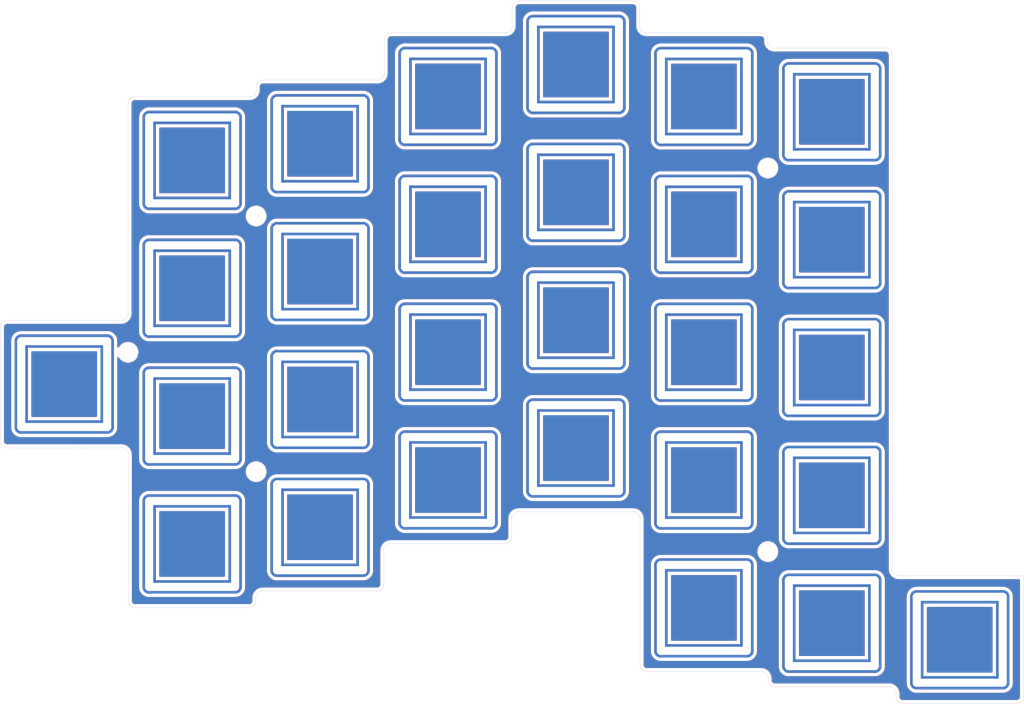
<source format=kicad_pcb>
(kicad_pcb (version 20171130) (host pcbnew "(5.1.7)-1")

  (general
    (thickness 1.6)
    (drawings 63)
    (tracks 0)
    (zones 0)
    (modules 33)
    (nets 1)
  )

  (page A4)
  (layers
    (0 F.Cu signal)
    (31 B.Cu signal)
    (32 B.Adhes user)
    (33 F.Adhes user)
    (34 B.Paste user)
    (35 F.Paste user)
    (36 B.SilkS user)
    (37 F.SilkS user)
    (38 B.Mask user)
    (39 F.Mask user)
    (40 Dwgs.User user)
    (41 Cmts.User user)
    (42 Eco1.User user)
    (43 Eco2.User user)
    (44 Edge.Cuts user)
    (45 Margin user)
    (46 B.CrtYd user)
    (47 F.CrtYd user)
    (48 B.Fab user)
    (49 F.Fab user)
  )

  (setup
    (last_trace_width 0.25)
    (trace_clearance 0.2)
    (zone_clearance 0.508)
    (zone_45_only no)
    (trace_min 0.2)
    (via_size 0.8)
    (via_drill 0.4)
    (via_min_size 0.4)
    (via_min_drill 0.3)
    (uvia_size 0.3)
    (uvia_drill 0.1)
    (uvias_allowed no)
    (uvia_min_size 0.2)
    (uvia_min_drill 0.1)
    (edge_width 0.05)
    (segment_width 0.2)
    (pcb_text_width 0.3)
    (pcb_text_size 1.5 1.5)
    (mod_edge_width 0.12)
    (mod_text_size 1 1)
    (mod_text_width 0.15)
    (pad_size 1.524 1.524)
    (pad_drill 0.762)
    (pad_to_mask_clearance 0.051)
    (solder_mask_min_width 0.25)
    (aux_axis_origin 0 0)
    (visible_elements 7FFFFFFF)
    (pcbplotparams
      (layerselection 0x010f0_ffffffff)
      (usegerberextensions true)
      (usegerberattributes false)
      (usegerberadvancedattributes false)
      (creategerberjobfile false)
      (excludeedgelayer true)
      (linewidth 0.100000)
      (plotframeref false)
      (viasonmask false)
      (mode 1)
      (useauxorigin false)
      (hpglpennumber 1)
      (hpglpenspeed 20)
      (hpglpendiameter 15.000000)
      (psnegative false)
      (psa4output false)
      (plotreference true)
      (plotvalue true)
      (plotinvisibletext false)
      (padsonsilk false)
      (subtractmaskfromsilk true)
      (outputformat 1)
      (mirror false)
      (drillshape 0)
      (scaleselection 1)
      (outputdirectory "gerbers/"))
  )

  (net 0 "")

  (net_class Default "This is the default net class."
    (clearance 0.2)
    (trace_width 0.25)
    (via_dia 0.8)
    (via_drill 0.4)
    (uvia_dia 0.3)
    (uvia_drill 0.1)
  )

  (module MountingHole:MountingHole_2.1mm (layer F.Cu) (tedit 5B924765) (tstamp 5F64D158)
    (at 74.47 88.9465)
    (descr "Mounting Hole 2.1mm, no annular")
    (tags "mounting hole 2.1mm no annular")
    (attr virtual)
    (fp_text reference REF** (at 0.09 -2.71) (layer Dwgs.User) hide
      (effects (font (size 1 1) (thickness 0.15)))
    )
    (fp_text value MountingHole_2.1mm (at 0.09 -3.71) (layer F.Fab)
      (effects (font (size 1 1) (thickness 0.15)))
    )
    (fp_circle (center 0 0) (end 2.1 0) (layer Cmts.User) (width 0.15))
    (fp_circle (center 0 0) (end 2.35 0) (layer F.CrtYd) (width 0.05))
    (fp_text user %R (at 0.3 0) (layer F.Fab)
      (effects (font (size 1 1) (thickness 0.15)))
    )
    (pad "" np_thru_hole circle (at 0 0) (size 2.1 2.1) (drill 2.1) (layers *.Cu *.Mask))
  )

  (module MountingHole:MountingHole_2.1mm (layer F.Cu) (tedit 5B924765) (tstamp 5F64D12F)
    (at 93.545 106.73325)
    (descr "Mounting Hole 2.1mm, no annular")
    (tags "mounting hole 2.1mm no annular")
    (attr virtual)
    (fp_text reference REF** (at 0.09 -2.71) (layer Dwgs.User) hide
      (effects (font (size 1 1) (thickness 0.15)))
    )
    (fp_text value MountingHole_2.1mm (at 0.09 -3.71) (layer F.Fab)
      (effects (font (size 1 1) (thickness 0.15)))
    )
    (fp_circle (center 0 0) (end 2.1 0) (layer Cmts.User) (width 0.15))
    (fp_circle (center 0 0) (end 2.35 0) (layer F.CrtYd) (width 0.05))
    (fp_text user %R (at 0.3 0) (layer F.Fab)
      (effects (font (size 1 1) (thickness 0.15)))
    )
    (pad "" np_thru_hole circle (at 0 0) (size 2.1 2.1) (drill 2.1) (layers *.Cu *.Mask))
  )

  (module MountingHole:MountingHole_2.1mm (layer F.Cu) (tedit 5B924765) (tstamp 5F64D107)
    (at 93.545 68.63325)
    (descr "Mounting Hole 2.1mm, no annular")
    (tags "mounting hole 2.1mm no annular")
    (attr virtual)
    (fp_text reference REF** (at 0.09 -2.71) (layer Dwgs.User) hide
      (effects (font (size 1 1) (thickness 0.15)))
    )
    (fp_text value MountingHole_2.1mm (at 0.09 -3.71) (layer F.Fab)
      (effects (font (size 1 1) (thickness 0.15)))
    )
    (fp_circle (center 0 0) (end 2.1 0) (layer Cmts.User) (width 0.15))
    (fp_circle (center 0 0) (end 2.35 0) (layer F.CrtYd) (width 0.05))
    (fp_text user %R (at 0.3 0) (layer F.Fab)
      (effects (font (size 1 1) (thickness 0.15)))
    )
    (pad "" np_thru_hole circle (at 0 0) (size 2.1 2.1) (drill 2.1) (layers *.Cu *.Mask))
  )

  (module MountingHole:MountingHole_2.1mm (layer F.Cu) (tedit 5B924765) (tstamp 5F64CB47)
    (at 169.745 61.4895)
    (descr "Mounting Hole 2.1mm, no annular")
    (tags "mounting hole 2.1mm no annular")
    (attr virtual)
    (fp_text reference REF** (at 0.09 -2.71) (layer Dwgs.User) hide
      (effects (font (size 1 1) (thickness 0.15)))
    )
    (fp_text value MountingHole_2.1mm (at 0.09 -3.71) (layer F.Fab)
      (effects (font (size 1 1) (thickness 0.15)))
    )
    (fp_circle (center 0 0) (end 2.1 0) (layer Cmts.User) (width 0.15))
    (fp_circle (center 0 0) (end 2.35 0) (layer F.CrtYd) (width 0.05))
    (fp_text user %R (at 0.3 0) (layer F.Fab)
      (effects (font (size 1 1) (thickness 0.15)))
    )
    (pad "" np_thru_hole circle (at 0 0) (size 2.1 2.1) (drill 2.1) (layers *.Cu *.Mask))
  )

  (module MountingHole:MountingHole_2.1mm (layer F.Cu) (tedit 5B924765) (tstamp 5F64C742)
    (at 169.745 118.6395)
    (descr "Mounting Hole 2.1mm, no annular")
    (tags "mounting hole 2.1mm no annular")
    (attr virtual)
    (fp_text reference REF** (at 0.09 -2.71) (layer Dwgs.User) hide
      (effects (font (size 1 1) (thickness 0.15)))
    )
    (fp_text value MountingHole_2.1mm (at 0.09 -3.71) (layer F.Fab) hide
      (effects (font (size 1 1) (thickness 0.15)))
    )
    (fp_circle (center 0 0) (end 2.1 0) (layer Cmts.User) (width 0.15))
    (fp_circle (center 0 0) (end 2.35 0) (layer F.CrtYd) (width 0.05))
    (fp_text user %R (at 0.3 0) (layer F.Fab)
      (effects (font (size 1 1) (thickness 0.15)))
    )
    (pad "" np_thru_hole circle (at 0 0) (size 2.1 2.1) (drill 2.1) (layers *.Cu *.Mask))
  )

  (module Used_Footprints:Cutout (layer F.Cu) (tedit 5E8AFDFA) (tstamp 5E6544F2)
    (at 103.07 57.87 180)
    (path /5DAB46E1)
    (fp_text reference SW2 (at 0 -2.82) (layer F.Fab)
      (effects (font (size 1 1) (thickness 0.15)))
    )
    (fp_text value SW2 (at 0 8.6) (layer F.Fab) hide
      (effects (font (size 1 1) (thickness 0.15)))
    )
    (fp_line (start -7 -7) (end -7 7) (layer Dwgs.User) (width 0.12))
    (fp_line (start 7 7) (end -7 7) (layer Dwgs.User) (width 0.12))
    (fp_line (start 7 -7) (end 7 7) (layer Dwgs.User) (width 0.12))
    (fp_line (start -7 -7) (end 7 -7) (layer Dwgs.User) (width 0.12))
    (pad "" thru_hole oval (at 6.4 -0.01 90) (size 14.8 2) (drill oval 14 1.2) (layers *.Cu *.Mask))
    (pad "" thru_hole oval (at 0 6.4 180) (size 14.8 2) (drill oval 14 1.2) (layers *.Cu *.Mask))
    (pad "" thru_hole oval (at -6.4 0 90) (size 14.8 2) (drill oval 14 1.2) (layers *.Cu *.Mask))
    (pad "" thru_hole oval (at 0 -6.4 180) (size 14.8 2) (drill oval 14 1.2) (layers *.Cu *.Mask))
  )

  (module Used_Footprints:Cutout (layer F.Cu) (tedit 5E8AFDFA) (tstamp 5E65450D)
    (at 122.12 50.82 180)
    (path /5DAB4EC8)
    (fp_text reference SW3 (at 0 -2.82) (layer F.Fab)
      (effects (font (size 1 1) (thickness 0.15)))
    )
    (fp_text value SW_Push (at 0 8.6) (layer F.Fab) hide
      (effects (font (size 1 1) (thickness 0.15)))
    )
    (fp_line (start -7 -7) (end -7 7) (layer Dwgs.User) (width 0.12))
    (fp_line (start 7 7) (end -7 7) (layer Dwgs.User) (width 0.12))
    (fp_line (start 7 -7) (end 7 7) (layer Dwgs.User) (width 0.12))
    (fp_line (start -7 -7) (end 7 -7) (layer Dwgs.User) (width 0.12))
    (pad "" thru_hole oval (at 6.4 -0.01 90) (size 14.8 2) (drill oval 14 1.2) (layers *.Cu *.Mask))
    (pad "" thru_hole oval (at 0 6.4 180) (size 14.8 2) (drill oval 14 1.2) (layers *.Cu *.Mask))
    (pad "" thru_hole oval (at -6.4 0 90) (size 14.8 2) (drill oval 14 1.2) (layers *.Cu *.Mask))
    (pad "" thru_hole oval (at 0 -6.4 180) (size 14.8 2) (drill oval 14 1.2) (layers *.Cu *.Mask))
  )

  (module Used_Footprints:Cutout (layer F.Cu) (tedit 5E8AFDFA) (tstamp 5E6544CF)
    (at 141.17 46.06 180)
    (path /5DAB836D)
    (fp_text reference SW4 (at 0 -2.82) (layer F.Fab)
      (effects (font (size 1 1) (thickness 0.15)))
    )
    (fp_text value SW_Push (at 0 8.6) (layer F.Fab) hide
      (effects (font (size 1 1) (thickness 0.15)))
    )
    (fp_line (start -7 -7) (end -7 7) (layer Dwgs.User) (width 0.12))
    (fp_line (start 7 7) (end -7 7) (layer Dwgs.User) (width 0.12))
    (fp_line (start 7 -7) (end 7 7) (layer Dwgs.User) (width 0.12))
    (fp_line (start -7 -7) (end 7 -7) (layer Dwgs.User) (width 0.12))
    (pad "" thru_hole oval (at 6.4 -0.01 90) (size 14.8 2) (drill oval 14 1.2) (layers *.Cu *.Mask))
    (pad "" thru_hole oval (at 0 6.4 180) (size 14.8 2) (drill oval 14 1.2) (layers *.Cu *.Mask))
    (pad "" thru_hole oval (at -6.4 0 90) (size 14.8 2) (drill oval 14 1.2) (layers *.Cu *.Mask))
    (pad "" thru_hole oval (at 0 -6.4 180) (size 14.8 2) (drill oval 14 1.2) (layers *.Cu *.Mask))
  )

  (module Used_Footprints:Cutout (layer F.Cu) (tedit 5E8AFDFA) (tstamp 5E6544B4)
    (at 84.02 60.35 180)
    (path /5DAAE5C1)
    (fp_text reference SW1 (at 0 -2.82) (layer F.Fab)
      (effects (font (size 1 1) (thickness 0.15)))
    )
    (fp_text value SW_Push (at 0 8.6) (layer F.Fab) hide
      (effects (font (size 1 1) (thickness 0.15)))
    )
    (fp_line (start -7 -7) (end -7 7) (layer Dwgs.User) (width 0.12))
    (fp_line (start 7 7) (end -7 7) (layer Dwgs.User) (width 0.12))
    (fp_line (start 7 -7) (end 7 7) (layer Dwgs.User) (width 0.12))
    (fp_line (start -7 -7) (end 7 -7) (layer Dwgs.User) (width 0.12))
    (pad "" thru_hole oval (at 6.4 -0.01 90) (size 14.8 2) (drill oval 14 1.2) (layers *.Cu *.Mask))
    (pad "" thru_hole oval (at 0 6.4 180) (size 14.8 2) (drill oval 14 1.2) (layers *.Cu *.Mask))
    (pad "" thru_hole oval (at -6.4 0 90) (size 14.8 2) (drill oval 14 1.2) (layers *.Cu *.Mask))
    (pad "" thru_hole oval (at 0 -6.4 180) (size 14.8 2) (drill oval 14 1.2) (layers *.Cu *.Mask))
  )

  (module Used_Footprints:Cutout (layer F.Cu) (tedit 5E8AFDFA) (tstamp 5E65445A)
    (at 160.22 50.83 180)
    (path /5DAB8373)
    (fp_text reference SW5 (at 0 -2.82) (layer F.Fab)
      (effects (font (size 1 1) (thickness 0.15)))
    )
    (fp_text value SW_Push (at 0 8.6) (layer F.Fab) hide
      (effects (font (size 1 1) (thickness 0.15)))
    )
    (fp_line (start -7 -7) (end -7 7) (layer Dwgs.User) (width 0.12))
    (fp_line (start 7 7) (end -7 7) (layer Dwgs.User) (width 0.12))
    (fp_line (start 7 -7) (end 7 7) (layer Dwgs.User) (width 0.12))
    (fp_line (start -7 -7) (end 7 -7) (layer Dwgs.User) (width 0.12))
    (pad "" thru_hole oval (at 6.4 -0.01 90) (size 14.8 2) (drill oval 14 1.2) (layers *.Cu *.Mask))
    (pad "" thru_hole oval (at 0 6.4 180) (size 14.8 2) (drill oval 14 1.2) (layers *.Cu *.Mask))
    (pad "" thru_hole oval (at -6.4 0 90) (size 14.8 2) (drill oval 14 1.2) (layers *.Cu *.Mask))
    (pad "" thru_hole oval (at 0 -6.4 180) (size 14.8 2) (drill oval 14 1.2) (layers *.Cu *.Mask))
  )

  (module Used_Footprints:Cutout (layer F.Cu) (tedit 5E8AFDFA) (tstamp 5E65443F)
    (at 179.27 53.11 180)
    (path /5DAB8379)
    (fp_text reference SW6 (at 0 -2.82) (layer F.Fab)
      (effects (font (size 1 1) (thickness 0.15)))
    )
    (fp_text value SW_Push (at 0 8.6) (layer F.Fab) hide
      (effects (font (size 1 1) (thickness 0.15)))
    )
    (fp_line (start -7 -7) (end -7 7) (layer Dwgs.User) (width 0.12))
    (fp_line (start 7 7) (end -7 7) (layer Dwgs.User) (width 0.12))
    (fp_line (start 7 -7) (end 7 7) (layer Dwgs.User) (width 0.12))
    (fp_line (start -7 -7) (end 7 -7) (layer Dwgs.User) (width 0.12))
    (pad "" thru_hole oval (at 6.4 -0.01 90) (size 14.8 2) (drill oval 14 1.2) (layers *.Cu *.Mask))
    (pad "" thru_hole oval (at 0 6.4 180) (size 14.8 2) (drill oval 14 1.2) (layers *.Cu *.Mask))
    (pad "" thru_hole oval (at -6.4 0 90) (size 14.8 2) (drill oval 14 1.2) (layers *.Cu *.Mask))
    (pad "" thru_hole oval (at 0 -6.4 180) (size 14.8 2) (drill oval 14 1.2) (layers *.Cu *.Mask))
  )

  (module Used_Footprints:Cutout (layer F.Cu) (tedit 5E8AFDFA) (tstamp 5E6540A8)
    (at 179.27 91.21 180)
    (path /5DAC0C99)
    (fp_text reference SW18 (at 0 -2.82) (layer F.Fab)
      (effects (font (size 1 1) (thickness 0.15)))
    )
    (fp_text value SW_Push (at 0 8.6) (layer F.Fab) hide
      (effects (font (size 1 1) (thickness 0.15)))
    )
    (fp_line (start -7 -7) (end -7 7) (layer Dwgs.User) (width 0.12))
    (fp_line (start 7 7) (end -7 7) (layer Dwgs.User) (width 0.12))
    (fp_line (start 7 -7) (end 7 7) (layer Dwgs.User) (width 0.12))
    (fp_line (start -7 -7) (end 7 -7) (layer Dwgs.User) (width 0.12))
    (pad "" thru_hole oval (at 6.4 -0.01 90) (size 14.8 2) (drill oval 14 1.2) (layers *.Cu *.Mask))
    (pad "" thru_hole oval (at 0 6.4 180) (size 14.8 2) (drill oval 14 1.2) (layers *.Cu *.Mask))
    (pad "" thru_hole oval (at -6.4 0 90) (size 14.8 2) (drill oval 14 1.2) (layers *.Cu *.Mask))
    (pad "" thru_hole oval (at 0 -6.4 180) (size 14.8 2) (drill oval 14 1.2) (layers *.Cu *.Mask))
  )

  (module Used_Footprints:Cutout (layer F.Cu) (tedit 5E8AFDFA) (tstamp 5E65408D)
    (at 160.22 69.88 180)
    (path /5DABCF8B)
    (fp_text reference SW11 (at 0 -2.82) (layer F.Fab)
      (effects (font (size 1 1) (thickness 0.15)))
    )
    (fp_text value SW_Push (at 0 8.6) (layer F.Fab) hide
      (effects (font (size 1 1) (thickness 0.15)))
    )
    (fp_line (start -7 -7) (end -7 7) (layer Dwgs.User) (width 0.12))
    (fp_line (start 7 7) (end -7 7) (layer Dwgs.User) (width 0.12))
    (fp_line (start 7 -7) (end 7 7) (layer Dwgs.User) (width 0.12))
    (fp_line (start -7 -7) (end 7 -7) (layer Dwgs.User) (width 0.12))
    (pad "" thru_hole oval (at 6.4 -0.01 90) (size 14.8 2) (drill oval 14 1.2) (layers *.Cu *.Mask))
    (pad "" thru_hole oval (at 0 6.4 180) (size 14.8 2) (drill oval 14 1.2) (layers *.Cu *.Mask))
    (pad "" thru_hole oval (at -6.4 0 90) (size 14.8 2) (drill oval 14 1.2) (layers *.Cu *.Mask))
    (pad "" thru_hole oval (at 0 -6.4 180) (size 14.8 2) (drill oval 14 1.2) (layers *.Cu *.Mask))
  )

  (module Used_Footprints:Cutout (layer F.Cu) (tedit 5E8AFDFA) (tstamp 5E654072)
    (at 160.22 88.93 180)
    (path /5DAC0C93)
    (fp_text reference SW17 (at 0 -2.82) (layer F.Fab)
      (effects (font (size 1 1) (thickness 0.15)))
    )
    (fp_text value SW_Push (at 0 8.6) (layer F.Fab) hide
      (effects (font (size 1 1) (thickness 0.15)))
    )
    (fp_line (start -7 -7) (end -7 7) (layer Dwgs.User) (width 0.12))
    (fp_line (start 7 7) (end -7 7) (layer Dwgs.User) (width 0.12))
    (fp_line (start 7 -7) (end 7 7) (layer Dwgs.User) (width 0.12))
    (fp_line (start -7 -7) (end 7 -7) (layer Dwgs.User) (width 0.12))
    (pad "" thru_hole oval (at 6.4 -0.01 90) (size 14.8 2) (drill oval 14 1.2) (layers *.Cu *.Mask))
    (pad "" thru_hole oval (at 0 6.4 180) (size 14.8 2) (drill oval 14 1.2) (layers *.Cu *.Mask))
    (pad "" thru_hole oval (at -6.4 0 90) (size 14.8 2) (drill oval 14 1.2) (layers *.Cu *.Mask))
    (pad "" thru_hole oval (at 0 -6.4 180) (size 14.8 2) (drill oval 14 1.2) (layers *.Cu *.Mask))
  )

  (module Used_Footprints:Cutout (layer F.Cu) (tedit 5E8AFDFA) (tstamp 5E654057)
    (at 103.07 76.92 180)
    (path /5DABCF79)
    (fp_text reference SW8 (at 0 -2.82) (layer F.Fab)
      (effects (font (size 1 1) (thickness 0.15)))
    )
    (fp_text value SW_Push (at 0 8.6) (layer F.Fab) hide
      (effects (font (size 1 1) (thickness 0.15)))
    )
    (fp_line (start -7 -7) (end -7 7) (layer Dwgs.User) (width 0.12))
    (fp_line (start 7 7) (end -7 7) (layer Dwgs.User) (width 0.12))
    (fp_line (start 7 -7) (end 7 7) (layer Dwgs.User) (width 0.12))
    (fp_line (start -7 -7) (end 7 -7) (layer Dwgs.User) (width 0.12))
    (pad "" thru_hole oval (at 6.4 -0.01 90) (size 14.8 2) (drill oval 14 1.2) (layers *.Cu *.Mask))
    (pad "" thru_hole oval (at 0 6.4 180) (size 14.8 2) (drill oval 14 1.2) (layers *.Cu *.Mask))
    (pad "" thru_hole oval (at -6.4 0 90) (size 14.8 2) (drill oval 14 1.2) (layers *.Cu *.Mask))
    (pad "" thru_hole oval (at 0 -6.4 180) (size 14.8 2) (drill oval 14 1.2) (layers *.Cu *.Mask))
  )

  (module Used_Footprints:Cutout (layer F.Cu) (tedit 5E8AFDFA) (tstamp 5E65403C)
    (at 141.17 84.16 180)
    (path /5DAC0C8D)
    (fp_text reference SW16 (at 0 -2.82) (layer F.Fab)
      (effects (font (size 1 1) (thickness 0.15)))
    )
    (fp_text value SW_Push (at 0 8.6) (layer F.Fab) hide
      (effects (font (size 1 1) (thickness 0.15)))
    )
    (fp_line (start -7 -7) (end -7 7) (layer Dwgs.User) (width 0.12))
    (fp_line (start 7 7) (end -7 7) (layer Dwgs.User) (width 0.12))
    (fp_line (start 7 -7) (end 7 7) (layer Dwgs.User) (width 0.12))
    (fp_line (start -7 -7) (end 7 -7) (layer Dwgs.User) (width 0.12))
    (pad "" thru_hole oval (at 6.4 -0.01 90) (size 14.8 2) (drill oval 14 1.2) (layers *.Cu *.Mask))
    (pad "" thru_hole oval (at 0 6.4 180) (size 14.8 2) (drill oval 14 1.2) (layers *.Cu *.Mask))
    (pad "" thru_hole oval (at -6.4 0 90) (size 14.8 2) (drill oval 14 1.2) (layers *.Cu *.Mask))
    (pad "" thru_hole oval (at 0 -6.4 180) (size 14.8 2) (drill oval 14 1.2) (layers *.Cu *.Mask))
  )

  (module Used_Footprints:Cutout (layer F.Cu) (tedit 5E8AFDFA) (tstamp 5E654021)
    (at 122.12 88.92 180)
    (path /5DAC0C87)
    (fp_text reference SW15 (at 0 -2.82) (layer F.Fab)
      (effects (font (size 1 1) (thickness 0.15)))
    )
    (fp_text value SW_Push (at 0 8.6) (layer F.Fab) hide
      (effects (font (size 1 1) (thickness 0.15)))
    )
    (fp_line (start -7 -7) (end -7 7) (layer Dwgs.User) (width 0.12))
    (fp_line (start 7 7) (end -7 7) (layer Dwgs.User) (width 0.12))
    (fp_line (start 7 -7) (end 7 7) (layer Dwgs.User) (width 0.12))
    (fp_line (start -7 -7) (end 7 -7) (layer Dwgs.User) (width 0.12))
    (pad "" thru_hole oval (at 6.4 -0.01 90) (size 14.8 2) (drill oval 14 1.2) (layers *.Cu *.Mask))
    (pad "" thru_hole oval (at 0 6.4 180) (size 14.8 2) (drill oval 14 1.2) (layers *.Cu *.Mask))
    (pad "" thru_hole oval (at -6.4 0 90) (size 14.8 2) (drill oval 14 1.2) (layers *.Cu *.Mask))
    (pad "" thru_hole oval (at 0 -6.4 180) (size 14.8 2) (drill oval 14 1.2) (layers *.Cu *.Mask))
  )

  (module Used_Footprints:Cutout (layer F.Cu) (tedit 5E8AFDFA) (tstamp 5E654006)
    (at 84.02 98.45 180)
    (path /5DAC0C7B)
    (fp_text reference SW13 (at 0 -2.82) (layer F.Fab)
      (effects (font (size 1 1) (thickness 0.15)))
    )
    (fp_text value SW_Push (at 0 8.6) (layer F.Fab) hide
      (effects (font (size 1 1) (thickness 0.15)))
    )
    (fp_line (start -7 -7) (end -7 7) (layer Dwgs.User) (width 0.12))
    (fp_line (start 7 7) (end -7 7) (layer Dwgs.User) (width 0.12))
    (fp_line (start 7 -7) (end 7 7) (layer Dwgs.User) (width 0.12))
    (fp_line (start -7 -7) (end 7 -7) (layer Dwgs.User) (width 0.12))
    (pad "" thru_hole oval (at 6.4 -0.01 90) (size 14.8 2) (drill oval 14 1.2) (layers *.Cu *.Mask))
    (pad "" thru_hole oval (at 0 6.4 180) (size 14.8 2) (drill oval 14 1.2) (layers *.Cu *.Mask))
    (pad "" thru_hole oval (at -6.4 0 90) (size 14.8 2) (drill oval 14 1.2) (layers *.Cu *.Mask))
    (pad "" thru_hole oval (at 0 -6.4 180) (size 14.8 2) (drill oval 14 1.2) (layers *.Cu *.Mask))
  )

  (module Used_Footprints:Cutout (layer F.Cu) (tedit 5E8AFDFA) (tstamp 5E653FEB)
    (at 141.17 65.11 180)
    (path /5DABCF85)
    (fp_text reference SW10 (at 0 -2.82) (layer F.Fab)
      (effects (font (size 1 1) (thickness 0.15)))
    )
    (fp_text value SW_Push (at 0 8.6) (layer F.Fab) hide
      (effects (font (size 1 1) (thickness 0.15)))
    )
    (fp_line (start -7 -7) (end -7 7) (layer Dwgs.User) (width 0.12))
    (fp_line (start 7 7) (end -7 7) (layer Dwgs.User) (width 0.12))
    (fp_line (start 7 -7) (end 7 7) (layer Dwgs.User) (width 0.12))
    (fp_line (start -7 -7) (end 7 -7) (layer Dwgs.User) (width 0.12))
    (pad "" thru_hole oval (at 6.4 -0.01 90) (size 14.8 2) (drill oval 14 1.2) (layers *.Cu *.Mask))
    (pad "" thru_hole oval (at 0 6.4 180) (size 14.8 2) (drill oval 14 1.2) (layers *.Cu *.Mask))
    (pad "" thru_hole oval (at -6.4 0 90) (size 14.8 2) (drill oval 14 1.2) (layers *.Cu *.Mask))
    (pad "" thru_hole oval (at 0 -6.4 180) (size 14.8 2) (drill oval 14 1.2) (layers *.Cu *.Mask))
  )

  (module Used_Footprints:Cutout (layer F.Cu) (tedit 5E8AFDFA) (tstamp 5E653FD0)
    (at 179.27 72.16 180)
    (path /5DABCF91)
    (fp_text reference SW12 (at 0 -2.82) (layer F.Fab)
      (effects (font (size 1 1) (thickness 0.15)))
    )
    (fp_text value SW_Push (at 0 8.6) (layer F.Fab) hide
      (effects (font (size 1 1) (thickness 0.15)))
    )
    (fp_line (start -7 -7) (end -7 7) (layer Dwgs.User) (width 0.12))
    (fp_line (start 7 7) (end -7 7) (layer Dwgs.User) (width 0.12))
    (fp_line (start 7 -7) (end 7 7) (layer Dwgs.User) (width 0.12))
    (fp_line (start -7 -7) (end 7 -7) (layer Dwgs.User) (width 0.12))
    (pad "" thru_hole oval (at 6.4 -0.01 90) (size 14.8 2) (drill oval 14 1.2) (layers *.Cu *.Mask))
    (pad "" thru_hole oval (at 0 6.4 180) (size 14.8 2) (drill oval 14 1.2) (layers *.Cu *.Mask))
    (pad "" thru_hole oval (at -6.4 0 90) (size 14.8 2) (drill oval 14 1.2) (layers *.Cu *.Mask))
    (pad "" thru_hole oval (at 0 -6.4 180) (size 14.8 2) (drill oval 14 1.2) (layers *.Cu *.Mask))
  )

  (module Used_Footprints:Cutout (layer F.Cu) (tedit 5E8AFDFA) (tstamp 5E653FB5)
    (at 64.97 93.68 180)
    (path /5DAC93D4)
    (fp_text reference SW25 (at 0 -2.82) (layer F.Fab)
      (effects (font (size 1 1) (thickness 0.15)))
    )
    (fp_text value SW_Push (at 0 8.6) (layer F.Fab) hide
      (effects (font (size 1 1) (thickness 0.15)))
    )
    (fp_line (start -7 -7) (end -7 7) (layer Dwgs.User) (width 0.12))
    (fp_line (start 7 7) (end -7 7) (layer Dwgs.User) (width 0.12))
    (fp_line (start 7 -7) (end 7 7) (layer Dwgs.User) (width 0.12))
    (fp_line (start -7 -7) (end 7 -7) (layer Dwgs.User) (width 0.12))
    (pad "" thru_hole oval (at 6.4 -0.01 90) (size 14.8 2) (drill oval 14 1.2) (layers *.Cu *.Mask))
    (pad "" thru_hole oval (at 0 6.4 180) (size 14.8 2) (drill oval 14 1.2) (layers *.Cu *.Mask))
    (pad "" thru_hole oval (at -6.4 0 90) (size 14.8 2) (drill oval 14 1.2) (layers *.Cu *.Mask))
    (pad "" thru_hole oval (at 0 -6.4 180) (size 14.8 2) (drill oval 14 1.2) (layers *.Cu *.Mask))
  )

  (module Used_Footprints:Cutout (layer F.Cu) (tedit 5E8AFDFA) (tstamp 5E653F9A)
    (at 160.22 107.98 180)
    (path /5DAC4A78)
    (fp_text reference SW23 (at 0 -2.82) (layer F.Fab)
      (effects (font (size 1 1) (thickness 0.15)))
    )
    (fp_text value SW_Push (at 0 8.6) (layer F.Fab) hide
      (effects (font (size 1 1) (thickness 0.15)))
    )
    (fp_line (start -7 -7) (end -7 7) (layer Dwgs.User) (width 0.12))
    (fp_line (start 7 7) (end -7 7) (layer Dwgs.User) (width 0.12))
    (fp_line (start 7 -7) (end 7 7) (layer Dwgs.User) (width 0.12))
    (fp_line (start -7 -7) (end 7 -7) (layer Dwgs.User) (width 0.12))
    (pad "" thru_hole oval (at 6.4 -0.01 90) (size 14.8 2) (drill oval 14 1.2) (layers *.Cu *.Mask))
    (pad "" thru_hole oval (at 0 6.4 180) (size 14.8 2) (drill oval 14 1.2) (layers *.Cu *.Mask))
    (pad "" thru_hole oval (at -6.4 0 90) (size 14.8 2) (drill oval 14 1.2) (layers *.Cu *.Mask))
    (pad "" thru_hole oval (at 0 -6.4 180) (size 14.8 2) (drill oval 14 1.2) (layers *.Cu *.Mask))
  )

  (module Used_Footprints:Cutout (layer F.Cu) (tedit 5E8AFDFA) (tstamp 5E653F7F)
    (at 103.07 95.97 180)
    (path /5DAC0C81)
    (fp_text reference SW14 (at 0 -2.82) (layer F.Fab)
      (effects (font (size 1 1) (thickness 0.15)))
    )
    (fp_text value SW_Push (at 0 8.6) (layer F.Fab) hide
      (effects (font (size 1 1) (thickness 0.15)))
    )
    (fp_line (start -7 -7) (end -7 7) (layer Dwgs.User) (width 0.12))
    (fp_line (start 7 7) (end -7 7) (layer Dwgs.User) (width 0.12))
    (fp_line (start 7 -7) (end 7 7) (layer Dwgs.User) (width 0.12))
    (fp_line (start -7 -7) (end 7 -7) (layer Dwgs.User) (width 0.12))
    (pad "" thru_hole oval (at 6.4 -0.01 90) (size 14.8 2) (drill oval 14 1.2) (layers *.Cu *.Mask))
    (pad "" thru_hole oval (at 0 6.4 180) (size 14.8 2) (drill oval 14 1.2) (layers *.Cu *.Mask))
    (pad "" thru_hole oval (at -6.4 0 90) (size 14.8 2) (drill oval 14 1.2) (layers *.Cu *.Mask))
    (pad "" thru_hole oval (at 0 -6.4 180) (size 14.8 2) (drill oval 14 1.2) (layers *.Cu *.Mask))
  )

  (module Used_Footprints:Cutout (layer F.Cu) (tedit 5E8AFDFA) (tstamp 5E653F64)
    (at 84.02 117.5 180)
    (path /5DAC4A60)
    (fp_text reference SW19 (at 0 -2.82) (layer F.Fab)
      (effects (font (size 1 1) (thickness 0.15)))
    )
    (fp_text value SW_Push (at 0 8.6) (layer F.Fab) hide
      (effects (font (size 1 1) (thickness 0.15)))
    )
    (fp_line (start -7 -7) (end -7 7) (layer Dwgs.User) (width 0.12))
    (fp_line (start 7 7) (end -7 7) (layer Dwgs.User) (width 0.12))
    (fp_line (start 7 -7) (end 7 7) (layer Dwgs.User) (width 0.12))
    (fp_line (start -7 -7) (end 7 -7) (layer Dwgs.User) (width 0.12))
    (pad "" thru_hole oval (at 6.4 -0.01 90) (size 14.8 2) (drill oval 14 1.2) (layers *.Cu *.Mask))
    (pad "" thru_hole oval (at 0 6.4 180) (size 14.8 2) (drill oval 14 1.2) (layers *.Cu *.Mask))
    (pad "" thru_hole oval (at -6.4 0 90) (size 14.8 2) (drill oval 14 1.2) (layers *.Cu *.Mask))
    (pad "" thru_hole oval (at 0 -6.4 180) (size 14.8 2) (drill oval 14 1.2) (layers *.Cu *.Mask))
  )

  (module Used_Footprints:Cutout (layer F.Cu) (tedit 5E8AFDFA) (tstamp 5E653F49)
    (at 179.27 110.26 180)
    (path /5DAC4A7E)
    (fp_text reference SW24 (at 0 -2.82) (layer F.Fab)
      (effects (font (size 1 1) (thickness 0.15)))
    )
    (fp_text value SW_Push (at 0 8.6) (layer F.Fab) hide
      (effects (font (size 1 1) (thickness 0.15)))
    )
    (fp_line (start -7 -7) (end -7 7) (layer Dwgs.User) (width 0.12))
    (fp_line (start 7 7) (end -7 7) (layer Dwgs.User) (width 0.12))
    (fp_line (start 7 -7) (end 7 7) (layer Dwgs.User) (width 0.12))
    (fp_line (start -7 -7) (end 7 -7) (layer Dwgs.User) (width 0.12))
    (pad "" thru_hole oval (at 6.4 -0.01 90) (size 14.8 2) (drill oval 14 1.2) (layers *.Cu *.Mask))
    (pad "" thru_hole oval (at 0 6.4 180) (size 14.8 2) (drill oval 14 1.2) (layers *.Cu *.Mask))
    (pad "" thru_hole oval (at -6.4 0 90) (size 14.8 2) (drill oval 14 1.2) (layers *.Cu *.Mask))
    (pad "" thru_hole oval (at 0 -6.4 180) (size 14.8 2) (drill oval 14 1.2) (layers *.Cu *.Mask))
  )

  (module Used_Footprints:Cutout (layer F.Cu) (tedit 5E8AFDFA) (tstamp 5E653F2E)
    (at 141.17 103.21 180)
    (path /5DAC4A72)
    (fp_text reference SW22 (at 0 -2.82) (layer F.Fab)
      (effects (font (size 1 1) (thickness 0.15)))
    )
    (fp_text value SW_Push (at 0 8.6) (layer F.Fab) hide
      (effects (font (size 1 1) (thickness 0.15)))
    )
    (fp_line (start -7 -7) (end -7 7) (layer Dwgs.User) (width 0.12))
    (fp_line (start 7 7) (end -7 7) (layer Dwgs.User) (width 0.12))
    (fp_line (start 7 -7) (end 7 7) (layer Dwgs.User) (width 0.12))
    (fp_line (start -7 -7) (end 7 -7) (layer Dwgs.User) (width 0.12))
    (pad "" thru_hole oval (at 6.4 -0.01 90) (size 14.8 2) (drill oval 14 1.2) (layers *.Cu *.Mask))
    (pad "" thru_hole oval (at 0 6.4 180) (size 14.8 2) (drill oval 14 1.2) (layers *.Cu *.Mask))
    (pad "" thru_hole oval (at -6.4 0 90) (size 14.8 2) (drill oval 14 1.2) (layers *.Cu *.Mask))
    (pad "" thru_hole oval (at 0 -6.4 180) (size 14.8 2) (drill oval 14 1.2) (layers *.Cu *.Mask))
  )

  (module Used_Footprints:Cutout (layer F.Cu) (tedit 5E8AFDFA) (tstamp 5E653F13)
    (at 122.12 107.97 180)
    (path /5DAC4A6C)
    (fp_text reference SW21 (at 0 -2.82) (layer F.Fab)
      (effects (font (size 1 1) (thickness 0.15)))
    )
    (fp_text value SW_Push (at 0 8.6) (layer F.Fab) hide
      (effects (font (size 1 1) (thickness 0.15)))
    )
    (fp_line (start -7 -7) (end -7 7) (layer Dwgs.User) (width 0.12))
    (fp_line (start 7 7) (end -7 7) (layer Dwgs.User) (width 0.12))
    (fp_line (start 7 -7) (end 7 7) (layer Dwgs.User) (width 0.12))
    (fp_line (start -7 -7) (end 7 -7) (layer Dwgs.User) (width 0.12))
    (pad "" thru_hole oval (at 6.4 -0.01 90) (size 14.8 2) (drill oval 14 1.2) (layers *.Cu *.Mask))
    (pad "" thru_hole oval (at 0 6.4 180) (size 14.8 2) (drill oval 14 1.2) (layers *.Cu *.Mask))
    (pad "" thru_hole oval (at -6.4 0 90) (size 14.8 2) (drill oval 14 1.2) (layers *.Cu *.Mask))
    (pad "" thru_hole oval (at 0 -6.4 180) (size 14.8 2) (drill oval 14 1.2) (layers *.Cu *.Mask))
  )

  (module Used_Footprints:Cutout (layer F.Cu) (tedit 5E8AFDFA) (tstamp 5E653EF8)
    (at 103.07 115.02 180)
    (path /5DAC4A66)
    (fp_text reference SW20 (at 0 -2.82) (layer F.Fab)
      (effects (font (size 1 1) (thickness 0.15)))
    )
    (fp_text value SW_Push (at 0 8.6) (layer F.Fab) hide
      (effects (font (size 1 1) (thickness 0.15)))
    )
    (fp_line (start -7 -7) (end -7 7) (layer Dwgs.User) (width 0.12))
    (fp_line (start 7 7) (end -7 7) (layer Dwgs.User) (width 0.12))
    (fp_line (start 7 -7) (end 7 7) (layer Dwgs.User) (width 0.12))
    (fp_line (start -7 -7) (end 7 -7) (layer Dwgs.User) (width 0.12))
    (pad "" thru_hole oval (at 6.4 -0.01 90) (size 14.8 2) (drill oval 14 1.2) (layers *.Cu *.Mask))
    (pad "" thru_hole oval (at 0 6.4 180) (size 14.8 2) (drill oval 14 1.2) (layers *.Cu *.Mask))
    (pad "" thru_hole oval (at -6.4 0 90) (size 14.8 2) (drill oval 14 1.2) (layers *.Cu *.Mask))
    (pad "" thru_hole oval (at 0 -6.4 180) (size 14.8 2) (drill oval 14 1.2) (layers *.Cu *.Mask))
  )

  (module Used_Footprints:Cutout (layer F.Cu) (tedit 5E8AFDFA) (tstamp 5E653EDD)
    (at 122.12 69.87 180)
    (path /5DABCF7F)
    (fp_text reference SW9 (at 0 -2.82) (layer F.Fab)
      (effects (font (size 1 1) (thickness 0.15)))
    )
    (fp_text value SW_Push (at 0 8.6) (layer F.Fab) hide
      (effects (font (size 1 1) (thickness 0.15)))
    )
    (fp_line (start -7 -7) (end -7 7) (layer Dwgs.User) (width 0.12))
    (fp_line (start 7 7) (end -7 7) (layer Dwgs.User) (width 0.12))
    (fp_line (start 7 -7) (end 7 7) (layer Dwgs.User) (width 0.12))
    (fp_line (start -7 -7) (end 7 -7) (layer Dwgs.User) (width 0.12))
    (pad "" thru_hole oval (at 6.4 -0.01 90) (size 14.8 2) (drill oval 14 1.2) (layers *.Cu *.Mask))
    (pad "" thru_hole oval (at 0 6.4 180) (size 14.8 2) (drill oval 14 1.2) (layers *.Cu *.Mask))
    (pad "" thru_hole oval (at -6.4 0 90) (size 14.8 2) (drill oval 14 1.2) (layers *.Cu *.Mask))
    (pad "" thru_hole oval (at 0 -6.4 180) (size 14.8 2) (drill oval 14 1.2) (layers *.Cu *.Mask))
  )

  (module Used_Footprints:Cutout (layer F.Cu) (tedit 5E8AFDFA) (tstamp 5E653E8E)
    (at 160.22 127.03 180)
    (path /5DAC93E6)
    (fp_text reference SW26 (at 0 -2.82) (layer F.Fab)
      (effects (font (size 1 1) (thickness 0.15)))
    )
    (fp_text value SW_Push (at 0 8.6) (layer F.Fab) hide
      (effects (font (size 1 1) (thickness 0.15)))
    )
    (fp_line (start -7 -7) (end -7 7) (layer Dwgs.User) (width 0.12))
    (fp_line (start 7 7) (end -7 7) (layer Dwgs.User) (width 0.12))
    (fp_line (start 7 -7) (end 7 7) (layer Dwgs.User) (width 0.12))
    (fp_line (start -7 -7) (end 7 -7) (layer Dwgs.User) (width 0.12))
    (pad "" thru_hole oval (at 6.4 -0.01 90) (size 14.8 2) (drill oval 14 1.2) (layers *.Cu *.Mask))
    (pad "" thru_hole oval (at 0 6.4 180) (size 14.8 2) (drill oval 14 1.2) (layers *.Cu *.Mask))
    (pad "" thru_hole oval (at -6.4 0 90) (size 14.8 2) (drill oval 14 1.2) (layers *.Cu *.Mask))
    (pad "" thru_hole oval (at 0 -6.4 180) (size 14.8 2) (drill oval 14 1.2) (layers *.Cu *.Mask))
  )

  (module Used_Footprints:Cutout (layer F.Cu) (tedit 5E8AFDFA) (tstamp 5E653E3F)
    (at 179.27 129.31 180)
    (path /5DAC93EC)
    (fp_text reference SW27 (at 0 -2.82) (layer F.Fab)
      (effects (font (size 1 1) (thickness 0.15)))
    )
    (fp_text value SW_Push (at 0 8.6) (layer F.Fab) hide
      (effects (font (size 1 1) (thickness 0.15)))
    )
    (fp_line (start -7 -7) (end -7 7) (layer Dwgs.User) (width 0.12))
    (fp_line (start 7 7) (end -7 7) (layer Dwgs.User) (width 0.12))
    (fp_line (start 7 -7) (end 7 7) (layer Dwgs.User) (width 0.12))
    (fp_line (start -7 -7) (end 7 -7) (layer Dwgs.User) (width 0.12))
    (pad "" thru_hole oval (at 6.4 -0.01 90) (size 14.8 2) (drill oval 14 1.2) (layers *.Cu *.Mask))
    (pad "" thru_hole oval (at 0 6.4 180) (size 14.8 2) (drill oval 14 1.2) (layers *.Cu *.Mask))
    (pad "" thru_hole oval (at -6.4 0 90) (size 14.8 2) (drill oval 14 1.2) (layers *.Cu *.Mask))
    (pad "" thru_hole oval (at 0 -6.4 180) (size 14.8 2) (drill oval 14 1.2) (layers *.Cu *.Mask))
  )

  (module Used_Footprints:Cutout (layer F.Cu) (tedit 5E8AFDFA) (tstamp 5E653DE3)
    (at 198.32 131.78 180)
    (path /5DAC93F2)
    (fp_text reference SW28 (at 0 -2.82) (layer F.Fab)
      (effects (font (size 1 1) (thickness 0.15)))
    )
    (fp_text value SW_Push (at 0 8.6) (layer F.Fab) hide
      (effects (font (size 1 1) (thickness 0.15)))
    )
    (fp_line (start -7 -7) (end -7 7) (layer Dwgs.User) (width 0.12))
    (fp_line (start 7 7) (end -7 7) (layer Dwgs.User) (width 0.12))
    (fp_line (start 7 -7) (end 7 7) (layer Dwgs.User) (width 0.12))
    (fp_line (start -7 -7) (end 7 -7) (layer Dwgs.User) (width 0.12))
    (pad "" thru_hole oval (at 6.4 -0.01 90) (size 14.8 2) (drill oval 14 1.2) (layers *.Cu *.Mask))
    (pad "" thru_hole oval (at 0 6.4 180) (size 14.8 2) (drill oval 14 1.2) (layers *.Cu *.Mask))
    (pad "" thru_hole oval (at -6.4 0 90) (size 14.8 2) (drill oval 14 1.2) (layers *.Cu *.Mask))
    (pad "" thru_hole oval (at 0 -6.4 180) (size 14.8 2) (drill oval 14 1.2) (layers *.Cu *.Mask))
  )

  (module Used_Footprints:Cutout (layer F.Cu) (tedit 5E8AFDFA) (tstamp 5E653B43)
    (at 84.02 79.4 180)
    (path /5DABCF73)
    (fp_text reference SW7 (at 0 -2.82) (layer F.Fab)
      (effects (font (size 1 1) (thickness 0.15)))
    )
    (fp_text value SW_Push (at 0 8.6) (layer F.Fab) hide
      (effects (font (size 1 1) (thickness 0.15)))
    )
    (fp_line (start -7 -7) (end -7 7) (layer Dwgs.User) (width 0.12))
    (fp_line (start 7 7) (end -7 7) (layer Dwgs.User) (width 0.12))
    (fp_line (start 7 -7) (end 7 7) (layer Dwgs.User) (width 0.12))
    (fp_line (start -7 -7) (end 7 -7) (layer Dwgs.User) (width 0.12))
    (pad "" thru_hole oval (at 6.4 -0.01 90) (size 14.8 2) (drill oval 14 1.2) (layers *.Cu *.Mask))
    (pad "" thru_hole oval (at 0 6.4 180) (size 14.8 2) (drill oval 14 1.2) (layers *.Cu *.Mask))
    (pad "" thru_hole oval (at -6.4 0 90) (size 14.8 2) (drill oval 14 1.2) (layers *.Cu *.Mask))
    (pad "" thru_hole oval (at 0 -6.4 180) (size 14.8 2) (drill oval 14 1.2) (layers *.Cu *.Mask))
  )

  (gr_arc (start 189.2648 121.229801) (end 188.264601 121.229801) (angle -90) (layer Edge.Cuts) (width 0.05))
  (gr_line (start 207.82 122.23) (end 207.82 140.2825) (layer Edge.Cuts) (width 0.05) (tstamp 5E65B6E7))
  (gr_line (start 188.27 44.606) (end 188.264601 121.229801) (layer Edge.Cuts) (width 0.05))
  (gr_line (start 207.82 122.23) (end 189.2648 122.23) (layer Edge.Cuts) (width 0.05))
  (gr_arc (start 149.72 113.7075) (end 150.72 113.7075) (angle -90) (layer Edge.Cuts) (width 0.05) (tstamp 5E6546B0))
  (gr_arc (start 111.57 123.5185) (end 111.57 124.5185) (angle -90) (layer Edge.Cuts) (width 0.05) (tstamp 5E6546AD))
  (gr_arc (start 73.52 104.18) (end 74.52 104.18) (angle -90) (layer Edge.Cuts) (width 0.05) (tstamp 5E654699))
  (gr_arc (start 132.62 113.7075) (end 132.62 112.7075) (angle -90) (layer Edge.Cuts) (width 0.05) (tstamp 5E654698))
  (gr_arc (start 187.27 44.606) (end 188.27 44.606) (angle -90) (layer Edge.Cuts) (width 0.05) (tstamp 5E654695))
  (gr_arc (start 168.77 137.52) (end 169.77 137.52) (angle -90) (layer Edge.Cuts) (width 0.05) (tstamp 5E65468B))
  (gr_arc (start 75.52 125.995) (end 74.52 125.995) (angle -90) (layer Edge.Cuts) (width 0.05) (tstamp 5E65468A))
  (gr_arc (start 170.720001 42.606) (end 169.720001 42.606) (angle -90) (layer Edge.Cuts) (width 0.05) (tstamp 5E654686))
  (gr_arc (start 75.47 51.845) (end 75.47 50.845) (angle -90) (layer Edge.Cuts) (width 0.05) (tstamp 5E654683))
  (gr_line (start 74.47 51.845) (end 74.47 83.18) (layer Edge.Cuts) (width 0.05) (tstamp 5E654676))
  (gr_arc (start 187.82 139.81) (end 188.82 139.81) (angle -90) (layer Edge.Cuts) (width 0.05) (tstamp 5E654670))
  (gr_arc (start 170.77 137.806) (end 169.77 137.806) (angle -90) (layer Edge.Cuts) (width 0.05) (tstamp 5E654654))
  (gr_line (start 189.82 141.2825) (end 206.82 141.2825) (layer Edge.Cuts) (width 0.05) (tstamp 5E654653))
  (gr_line (start 94.52 124.5185) (end 111.57 124.5185) (layer Edge.Cuts) (width 0.05) (tstamp 5E654652))
  (gr_line (start 75.47 50.845) (end 92.570001 50.845) (layer Edge.Cuts) (width 0.05) (tstamp 5E654651))
  (gr_line (start 112.620001 42.32) (end 112.620001 47.3685) (layer Edge.Cuts) (width 0.05) (tstamp 5E654650))
  (gr_arc (start 92.52 125.995) (end 92.52 126.995) (angle -90) (layer Edge.Cuts) (width 0.05) (tstamp 5E65464F))
  (gr_arc (start 94.570001 49.3685) (end 94.570001 48.3685) (angle -90) (layer Edge.Cuts) (width 0.05) (tstamp 5E65464E))
  (gr_line (start 170.720001 43.606) (end 187.27 43.606) (layer Edge.Cuts) (width 0.05) (tstamp 5E65464D))
  (gr_line (start 93.52 125.5185) (end 93.52 125.995) (layer Edge.Cuts) (width 0.05) (tstamp 5E65464C))
  (gr_arc (start 111.620001 47.3685) (end 111.620001 48.3685) (angle -90) (layer Edge.Cuts) (width 0.05) (tstamp 5E65464B))
  (gr_arc (start 168.720001 42.32) (end 169.720001 42.32) (angle -90) (layer Edge.Cuts) (width 0.05) (tstamp 5E65464A))
  (gr_arc (start 130.670001 40.32) (end 130.670001 41.32) (angle -90) (layer Edge.Cuts) (width 0.05) (tstamp 5E654649))
  (gr_arc (start 206.82 140.2825) (end 206.82 141.2825) (angle -90) (layer Edge.Cuts) (width 0.05) (tstamp 5E654648))
  (gr_line (start 170.77 138.806) (end 187.82 138.81) (layer Edge.Cuts) (width 0.05) (tstamp 5E654647))
  (gr_line (start 188.82 139.81) (end 188.82 140.2825) (layer Edge.Cuts) (width 0.05) (tstamp 5E654646))
  (gr_arc (start 113.620001 42.32) (end 113.620001 41.32) (angle -90) (layer Edge.Cuts) (width 0.05) (tstamp 5E654644))
  (gr_arc (start 151.670001 40.32) (end 150.670001 40.32) (angle -90) (layer Edge.Cuts) (width 0.05) (tstamp 5E654643))
  (gr_line (start 74.52 104.18) (end 74.52 125.995) (layer Edge.Cuts) (width 0.05) (tstamp 5E654642))
  (gr_arc (start 130.62 116.47) (end 130.62 117.47) (angle -90) (layer Edge.Cuts) (width 0.05) (tstamp 5E654641))
  (gr_line (start 169.720001 42.32) (end 169.720001 42.606) (layer Edge.Cuts) (width 0.05) (tstamp 5E654640))
  (gr_arc (start 189.82 140.2825) (end 188.82 140.2825) (angle -90) (layer Edge.Cuts) (width 0.05) (tstamp 5E65463F))
  (gr_arc (start 56.47 85.1825) (end 56.47 84.1825) (angle -90) (layer Edge.Cuts) (width 0.05) (tstamp 5E65463E))
  (gr_arc (start 149.670001 37.5575) (end 150.670001 37.5575) (angle -90) (layer Edge.Cuts) (width 0.05) (tstamp 5E65463D))
  (gr_arc (start 94.52 125.5185) (end 94.52 124.5185) (angle -90) (layer Edge.Cuts) (width 0.05) (tstamp 5E65463C))
  (gr_line (start 55.47 85.1825) (end 55.47 102.1825) (layer Edge.Cuts) (width 0.05) (tstamp 5E65463B))
  (gr_line (start 56.47 103.1825) (end 73.52 103.18) (layer Edge.Cuts) (width 0.05) (tstamp 5E65463A))
  (gr_line (start 150.72 135.52) (end 150.72 113.7075) (layer Edge.Cuts) (width 0.05) (tstamp 5E654639))
  (gr_line (start 113.57 117.47) (end 130.62 117.47) (layer Edge.Cuts) (width 0.05) (tstamp 5E654638))
  (gr_arc (start 56.47 102.1825) (end 55.47 102.1825) (angle -90) (layer Edge.Cuts) (width 0.05) (tstamp 5E654637))
  (gr_line (start 169.77 137.52) (end 169.77 137.806) (layer Edge.Cuts) (width 0.05) (tstamp 5E654636))
  (gr_line (start 94.570001 48.3685) (end 111.620001 48.3685) (layer Edge.Cuts) (width 0.05) (tstamp 5E654635))
  (gr_line (start 132.62 112.7075) (end 149.72 112.7075) (layer Edge.Cuts) (width 0.05) (tstamp 5E654634))
  (gr_arc (start 73.47 83.18) (end 73.47 84.18) (angle -90) (layer Edge.Cuts) (width 0.05) (tstamp 5E654633))
  (gr_line (start 151.670001 41.32) (end 168.720001 41.32) (layer Edge.Cuts) (width 0.05) (tstamp 5E654632))
  (gr_arc (start 132.670001 37.5575) (end 132.670001 36.5575) (angle -90) (layer Edge.Cuts) (width 0.05) (tstamp 5E654631))
  (gr_arc (start 151.72 135.52) (end 150.72 135.52) (angle -90) (layer Edge.Cuts) (width 0.05) (tstamp 5E654630))
  (gr_line (start 132.670001 36.5575) (end 149.670001 36.5575) (layer Edge.Cuts) (width 0.05) (tstamp 5E65462F))
  (gr_line (start 75.52 126.995) (end 92.52 126.995) (layer Edge.Cuts) (width 0.05) (tstamp 5E65462E))
  (gr_line (start 131.62 113.7075) (end 131.62 116.47) (layer Edge.Cuts) (width 0.05) (tstamp 5E65462D))
  (gr_line (start 112.57 118.47) (end 112.57 123.5185) (layer Edge.Cuts) (width 0.05) (tstamp 5E65462C))
  (gr_arc (start 92.570001 49.845) (end 92.570001 50.845) (angle -90) (layer Edge.Cuts) (width 0.05) (tstamp 5E65462B))
  (gr_line (start 56.47 84.1825) (end 73.47 84.18) (layer Edge.Cuts) (width 0.05) (tstamp 5E65462A))
  (gr_line (start 93.570001 49.3685) (end 93.570001 49.845) (layer Edge.Cuts) (width 0.05) (tstamp 5E654629))
  (gr_line (start 151.72 136.52) (end 168.77 136.52) (layer Edge.Cuts) (width 0.05) (tstamp 5E654628))
  (gr_line (start 131.670001 37.5575) (end 131.670001 40.32) (layer Edge.Cuts) (width 0.05) (tstamp 5E654626))
  (gr_arc (start 113.57 118.47) (end 113.57 117.47) (angle -90) (layer Edge.Cuts) (width 0.05) (tstamp 5E654625))
  (gr_line (start 150.670001 37.5575) (end 150.670001 40.32) (layer Edge.Cuts) (width 0.05) (tstamp 5E654624))
  (gr_line (start 113.620001 41.32) (end 130.670001 41.32) (layer Edge.Cuts) (width 0.05) (tstamp 5E654623))

  (zone (net 0) (net_name "") (layer B.Cu) (tstamp 5FA119A2) (hatch edge 0.508)
    (connect_pads (clearance 0.508))
    (min_thickness 0.254)
    (fill yes (arc_segments 32) (thermal_gap 0.508) (thermal_bridge_width 0.508))
    (polygon
      (pts
        (xy 55.41 84.15) (xy 55.41 103.25) (xy 74.41 103.25) (xy 74.41 127.05) (xy 93.61 127.05)
        (xy 93.61 124.65) (xy 112.61 124.65) (xy 112.61 117.55) (xy 131.71 117.55) (xy 131.71 112.85)
        (xy 150.61 112.85) (xy 150.61 136.65) (xy 169.71 136.65) (xy 169.71 138.85) (xy 188.71 138.85)
        (xy 188.71 141.35) (xy 207.91 141.35) (xy 207.91 122.15) (xy 188.91 122.15) (xy 188.91 43.55)
        (xy 169.81 43.55) (xy 169.81 41.25) (xy 150.8 41.25) (xy 150.8 36.45) (xy 131.61 36.45)
        (xy 131.61 41.35) (xy 112.51 41.35) (xy 112.51 48.25) (xy 93.51 48.25) (xy 93.51 50.75)
        (xy 74.41 50.75) (xy 74.41 84.15)
      )
    )
    (filled_polygon
      (pts
        (xy 149.735425 37.22708) (xy 149.798357 37.24608) (xy 149.856406 37.276945) (xy 149.907344 37.318489) (xy 149.949249 37.369144)
        (xy 149.980516 37.426971) (xy 149.999957 37.489772) (xy 150.010001 37.585336) (xy 150.010002 40.352419) (xy 150.012784 40.380664)
        (xy 150.012741 40.386801) (xy 150.013641 40.395972) (xy 150.034042 40.590069) (xy 150.046069 40.648658) (xy 150.057278 40.707423)
        (xy 150.059942 40.716245) (xy 150.117654 40.902683) (xy 150.140839 40.957838) (xy 150.163243 41.013291) (xy 150.167569 41.021427)
        (xy 150.260394 41.193104) (xy 150.293847 41.242699) (xy 150.326601 41.292753) (xy 150.332425 41.299894) (xy 150.456829 41.450272)
        (xy 150.499264 41.492411) (xy 150.541127 41.535161) (xy 150.548228 41.541034) (xy 150.69947 41.664384) (xy 150.749278 41.697477)
        (xy 150.798652 41.731284) (xy 150.806758 41.735667) (xy 150.979081 41.827292) (xy 151.034393 41.85009) (xy 151.089367 41.873652)
        (xy 151.09817 41.876377) (xy 151.285007 41.932786) (xy 151.343687 41.944405) (xy 151.402197 41.956842) (xy 151.411362 41.957805)
        (xy 151.605595 41.97685) (xy 151.605599 41.97685) (xy 151.637582 41.98) (xy 168.687722 41.98) (xy 168.785425 41.98958)
        (xy 168.848357 42.00858) (xy 168.906406 42.039445) (xy 168.957344 42.080989) (xy 168.999249 42.131644) (xy 169.030516 42.189471)
        (xy 169.049957 42.252272) (xy 169.060001 42.347835) (xy 169.060001 42.638419) (xy 169.062784 42.666674) (xy 169.062741 42.672801)
        (xy 169.063641 42.681972) (xy 169.084042 42.876069) (xy 169.096069 42.934658) (xy 169.107278 42.993423) (xy 169.109942 43.002245)
        (xy 169.167654 43.188683) (xy 169.190839 43.243838) (xy 169.213243 43.299291) (xy 169.217569 43.307427) (xy 169.310394 43.479104)
        (xy 169.343847 43.528699) (xy 169.376601 43.578753) (xy 169.382425 43.585894) (xy 169.506829 43.736272) (xy 169.549264 43.778411)
        (xy 169.591127 43.821161) (xy 169.598228 43.827034) (xy 169.74947 43.950384) (xy 169.799278 43.983477) (xy 169.848652 44.017284)
        (xy 169.856758 44.021667) (xy 170.029081 44.113292) (xy 170.084393 44.13609) (xy 170.139367 44.159652) (xy 170.14817 44.162377)
        (xy 170.335007 44.218786) (xy 170.393687 44.230405) (xy 170.452197 44.242842) (xy 170.461362 44.243805) (xy 170.655595 44.26285)
        (xy 170.655599 44.26285) (xy 170.687582 44.266) (xy 187.237721 44.266) (xy 187.335424 44.27558) (xy 187.398356 44.29458)
        (xy 187.456405 44.325445) (xy 187.507343 44.366989) (xy 187.549248 44.417644) (xy 187.580515 44.475471) (xy 187.599956 44.538272)
        (xy 187.609999 44.633824) (xy 187.604599 121.262173) (xy 187.607384 121.29047) (xy 187.607341 121.296604) (xy 187.608241 121.305775)
        (xy 187.628646 121.499909) (xy 187.640669 121.558479) (xy 187.651882 121.617262) (xy 187.654546 121.626084) (xy 187.712269 121.81256)
        (xy 187.735442 121.867687) (xy 187.757859 121.92317) (xy 187.762185 121.931307) (xy 187.855029 122.103017) (xy 187.888485 122.152618)
        (xy 187.921235 122.202665) (xy 187.927059 122.209806) (xy 188.051488 122.360214) (xy 188.093922 122.402353) (xy 188.135785 122.445102)
        (xy 188.142886 122.450975) (xy 188.294157 122.57435) (xy 188.343991 122.60746) (xy 188.393341 122.641251) (xy 188.401448 122.645634)
        (xy 188.573804 122.737277) (xy 188.62913 122.760081) (xy 188.684091 122.783637) (xy 188.692894 122.786362) (xy 188.879767 122.842782)
        (xy 188.938432 122.854398) (xy 188.996956 122.866838) (xy 189.006121 122.867801) (xy 189.200394 122.88685) (xy 189.200398 122.88685)
        (xy 189.232381 122.89) (xy 207.16 122.89) (xy 207.160001 140.250211) (xy 207.15042 140.347924) (xy 207.13142 140.410857)
        (xy 207.100554 140.468906) (xy 207.059011 140.519843) (xy 207.008356 140.561748) (xy 206.950529 140.593015) (xy 206.887728 140.612456)
        (xy 206.792165 140.6225) (xy 189.852279 140.6225) (xy 189.754576 140.61292) (xy 189.691643 140.59392) (xy 189.633594 140.563054)
        (xy 189.582657 140.521511) (xy 189.540752 140.470856) (xy 189.509485 140.413029) (xy 189.490044 140.350228) (xy 189.48 140.254665)
        (xy 189.48 139.777581) (xy 189.477217 139.749326) (xy 189.47726 139.743199) (xy 189.47636 139.734028) (xy 189.455959 139.539931)
        (xy 189.443934 139.481348) (xy 189.432723 139.422577) (xy 189.430059 139.413755) (xy 189.372347 139.227317) (xy 189.349162 139.172162)
        (xy 189.326758 139.116709) (xy 189.322432 139.108573) (xy 189.229607 138.936896) (xy 189.196139 138.887278) (xy 189.1634 138.837247)
        (xy 189.157576 138.830106) (xy 189.033172 138.679728) (xy 188.990737 138.637589) (xy 188.948874 138.594839) (xy 188.941773 138.588966)
        (xy 188.790531 138.465616) (xy 188.740738 138.432534) (xy 188.691349 138.398716) (xy 188.683243 138.394333) (xy 188.510921 138.302708)
        (xy 188.455606 138.279909) (xy 188.400634 138.256348) (xy 188.391831 138.253623) (xy 188.204995 138.197214) (xy 188.146307 138.185594)
        (xy 188.087804 138.173158) (xy 188.078639 138.172195) (xy 187.884405 138.15315) (xy 187.884397 138.15315) (xy 187.852573 138.150008)
        (xy 170.802362 138.146008) (xy 170.704576 138.13642) (xy 170.641643 138.11742) (xy 170.583594 138.086554) (xy 170.532657 138.045011)
        (xy 170.490752 137.994356) (xy 170.459485 137.936529) (xy 170.440044 137.873728) (xy 170.43 137.778165) (xy 170.43 137.487581)
        (xy 170.427217 137.459326) (xy 170.42726 137.453199) (xy 170.42636 137.444028) (xy 170.405959 137.249931) (xy 170.393934 137.191348)
        (xy 170.382723 137.132577) (xy 170.380059 137.123755) (xy 170.322347 136.937317) (xy 170.299162 136.882162) (xy 170.276758 136.826709)
        (xy 170.272432 136.818573) (xy 170.179607 136.646896) (xy 170.146139 136.597278) (xy 170.1134 136.547247) (xy 170.107576 136.540106)
        (xy 169.983172 136.389728) (xy 169.940737 136.347589) (xy 169.898874 136.304839) (xy 169.891773 136.298966) (xy 169.740531 136.175616)
        (xy 169.690738 136.142534) (xy 169.641349 136.108716) (xy 169.633243 136.104333) (xy 169.460921 136.012708) (xy 169.405606 135.989909)
        (xy 169.350634 135.966348) (xy 169.341831 135.963623) (xy 169.154995 135.907214) (xy 169.096307 135.895594) (xy 169.037804 135.883158)
        (xy 169.028639 135.882195) (xy 168.834405 135.86315) (xy 168.834402 135.86315) (xy 168.802419 135.86) (xy 151.752279 135.86)
        (xy 151.654576 135.85042) (xy 151.591643 135.83142) (xy 151.533594 135.800554) (xy 151.482657 135.759011) (xy 151.440752 135.708356)
        (xy 151.409485 135.650529) (xy 151.390044 135.587728) (xy 151.38 135.492165) (xy 151.38 120.63) (xy 152.177089 120.63)
        (xy 152.185 120.710322) (xy 152.185001 133.349668) (xy 152.177089 133.43) (xy 152.185001 133.510332) (xy 152.185001 133.520322)
        (xy 152.208658 133.760516) (xy 152.302149 134.068715) (xy 152.45397 134.352752) (xy 152.658287 134.601714) (xy 152.907249 134.806031)
        (xy 153.191286 134.957852) (xy 153.499485 135.051343) (xy 153.82 135.082911) (xy 154.001854 135.065) (xy 166.539678 135.065)
        (xy 166.62 135.072911) (xy 166.940516 135.041343) (xy 167.248715 134.947852) (xy 167.532752 134.796031) (xy 167.781714 134.591714)
        (xy 167.986031 134.342752) (xy 168.137852 134.058715) (xy 168.231343 133.750516) (xy 168.255 133.510322) (xy 168.262911 133.43)
        (xy 168.255 133.349678) (xy 168.255 122.91) (xy 171.227089 122.91) (xy 171.235 122.990322) (xy 171.235001 135.629668)
        (xy 171.227089 135.71) (xy 171.235001 135.790332) (xy 171.235001 135.800322) (xy 171.258658 136.040516) (xy 171.352149 136.348715)
        (xy 171.50397 136.632752) (xy 171.708287 136.881714) (xy 171.957249 137.086031) (xy 172.241286 137.237852) (xy 172.549485 137.331343)
        (xy 172.87 137.362911) (xy 173.051854 137.345) (xy 185.589678 137.345) (xy 185.67 137.352911) (xy 185.990516 137.321343)
        (xy 186.298715 137.227852) (xy 186.582752 137.076031) (xy 186.831714 136.871714) (xy 187.036031 136.622752) (xy 187.187852 136.338715)
        (xy 187.281343 136.030516) (xy 187.305 135.790322) (xy 187.312911 135.71) (xy 187.305 135.629678) (xy 187.305 125.38)
        (xy 190.277089 125.38) (xy 190.285 125.460322) (xy 190.285001 138.099668) (xy 190.277089 138.18) (xy 190.285001 138.260332)
        (xy 190.285001 138.270322) (xy 190.308658 138.510516) (xy 190.402149 138.818715) (xy 190.55397 139.102752) (xy 190.758287 139.351714)
        (xy 191.007249 139.556031) (xy 191.291286 139.707852) (xy 191.599485 139.801343) (xy 191.92 139.832911) (xy 192.101854 139.815)
        (xy 204.639678 139.815) (xy 204.72 139.822911) (xy 204.874126 139.807731) (xy 205.040516 139.791343) (xy 205.348715 139.697852)
        (xy 205.632752 139.546031) (xy 205.881714 139.341714) (xy 206.086031 139.092752) (xy 206.237852 138.808715) (xy 206.331343 138.500516)
        (xy 206.362911 138.18) (xy 206.355 138.099678) (xy 206.355 125.460322) (xy 206.362911 125.38) (xy 206.331343 125.059484)
        (xy 206.237852 124.751285) (xy 206.086031 124.467248) (xy 205.881714 124.218286) (xy 205.632752 124.013969) (xy 205.348715 123.862148)
        (xy 205.040516 123.768657) (xy 204.800322 123.745) (xy 204.72 123.737089) (xy 204.639678 123.745) (xy 191.839678 123.745)
        (xy 191.599484 123.768657) (xy 191.291285 123.862148) (xy 191.007248 124.013969) (xy 190.758286 124.218286) (xy 190.553969 124.467248)
        (xy 190.402148 124.751285) (xy 190.308657 125.059484) (xy 190.277089 125.38) (xy 187.305 125.38) (xy 187.305 122.990322)
        (xy 187.312911 122.91) (xy 187.300248 122.781425) (xy 187.281343 122.589484) (xy 187.187852 122.281285) (xy 187.036031 121.997248)
        (xy 186.831714 121.748286) (xy 186.814102 121.733832) (xy 186.582752 121.543969) (xy 186.298715 121.392148) (xy 185.990516 121.298657)
        (xy 185.750322 121.275) (xy 185.67 121.267089) (xy 185.589678 121.275) (xy 172.789678 121.275) (xy 172.549484 121.298657)
        (xy 172.241285 121.392148) (xy 171.957248 121.543969) (xy 171.708286 121.748286) (xy 171.503969 121.997248) (xy 171.352148 122.281285)
        (xy 171.258657 122.589484) (xy 171.227089 122.91) (xy 168.255 122.91) (xy 168.255 120.710322) (xy 168.262911 120.63)
        (xy 168.231343 120.309484) (xy 168.137852 120.001285) (xy 167.986031 119.717248) (xy 167.781714 119.468286) (xy 167.532752 119.263969)
        (xy 167.248715 119.112148) (xy 166.940516 119.018657) (xy 166.700322 118.995) (xy 166.62 118.987089) (xy 166.539678 118.995)
        (xy 153.739678 118.995) (xy 153.499484 119.018657) (xy 153.191285 119.112148) (xy 152.907248 119.263969) (xy 152.658286 119.468286)
        (xy 152.453969 119.717248) (xy 152.302148 120.001285) (xy 152.208657 120.309484) (xy 152.177089 120.63) (xy 151.38 120.63)
        (xy 151.38 118.473542) (xy 168.06 118.473542) (xy 168.06 118.805458) (xy 168.124754 119.130996) (xy 168.251772 119.437647)
        (xy 168.436175 119.713625) (xy 168.670875 119.948325) (xy 168.946853 120.132728) (xy 169.253504 120.259746) (xy 169.579042 120.3245)
        (xy 169.910958 120.3245) (xy 170.236496 120.259746) (xy 170.543147 120.132728) (xy 170.819125 119.948325) (xy 171.053825 119.713625)
        (xy 171.238228 119.437647) (xy 171.365246 119.130996) (xy 171.43 118.805458) (xy 171.43 118.473542) (xy 171.365246 118.148004)
        (xy 171.238228 117.841353) (xy 171.053825 117.565375) (xy 170.819125 117.330675) (xy 170.543147 117.146272) (xy 170.236496 117.019254)
        (xy 169.910958 116.9545) (xy 169.579042 116.9545) (xy 169.253504 117.019254) (xy 168.946853 117.146272) (xy 168.670875 117.330675)
        (xy 168.436175 117.565375) (xy 168.251772 117.841353) (xy 168.124754 118.148004) (xy 168.06 118.473542) (xy 151.38 118.473542)
        (xy 151.38 113.675081) (xy 151.377217 113.646826) (xy 151.37726 113.640699) (xy 151.37636 113.631528) (xy 151.355959 113.437431)
        (xy 151.343934 113.378848) (xy 151.332723 113.320077) (xy 151.330059 113.311255) (xy 151.272347 113.124817) (xy 151.249162 113.069662)
        (xy 151.226758 113.014209) (xy 151.222432 113.006073) (xy 151.129607 112.834396) (xy 151.096139 112.784778) (xy 151.0634 112.734747)
        (xy 151.057576 112.727606) (xy 150.933172 112.577228) (xy 150.890737 112.535089) (xy 150.848874 112.492339) (xy 150.841773 112.486466)
        (xy 150.690531 112.363116) (xy 150.640738 112.330034) (xy 150.591349 112.296216) (xy 150.583243 112.291833) (xy 150.410921 112.200208)
        (xy 150.355606 112.177409) (xy 150.300634 112.153848) (xy 150.291831 112.151123) (xy 150.104995 112.094714) (xy 150.046307 112.083094)
        (xy 149.987804 112.070658) (xy 149.978639 112.069695) (xy 149.784405 112.05065) (xy 149.784402 112.05065) (xy 149.752419 112.0475)
        (xy 132.587581 112.0475) (xy 132.559326 112.050283) (xy 132.553199 112.05024) (xy 132.544028 112.05114) (xy 132.349931 112.071541)
        (xy 132.291348 112.083566) (xy 132.232577 112.094777) (xy 132.223755 112.097441) (xy 132.037317 112.155153) (xy 131.982162 112.178338)
        (xy 131.926709 112.200742) (xy 131.918573 112.205068) (xy 131.746896 112.297893) (xy 131.697278 112.331361) (xy 131.647247 112.3641)
        (xy 131.640106 112.369924) (xy 131.489728 112.494328) (xy 131.447589 112.536763) (xy 131.404839 112.578626) (xy 131.398966 112.585727)
        (xy 131.275616 112.736969) (xy 131.242534 112.786762) (xy 131.208716 112.836151) (xy 131.204333 112.844257) (xy 131.112708 113.016579)
        (xy 131.089909 113.071894) (xy 131.066348 113.126866) (xy 131.063623 113.135669) (xy 131.007214 113.322505) (xy 130.995594 113.381193)
        (xy 130.983158 113.439696) (xy 130.982195 113.448861) (xy 130.96315 113.643095) (xy 130.96 113.675082) (xy 130.960001 116.437711)
        (xy 130.95042 116.535424) (xy 130.93142 116.598357) (xy 130.900554 116.656406) (xy 130.859011 116.707343) (xy 130.808356 116.749248)
        (xy 130.750529 116.780515) (xy 130.687728 116.799956) (xy 130.592165 116.81) (xy 113.537581 116.81) (xy 113.509326 116.812783)
        (xy 113.503199 116.81274) (xy 113.494028 116.81364) (xy 113.299931 116.834041) (xy 113.241348 116.846066) (xy 113.182577 116.857277)
        (xy 113.173755 116.859941) (xy 112.987317 116.917653) (xy 112.932162 116.940838) (xy 112.876709 116.963242) (xy 112.868573 116.967568)
        (xy 112.696896 117.060393) (xy 112.647278 117.093861) (xy 112.597247 117.1266) (xy 112.590106 117.132424) (xy 112.439728 117.256828)
        (xy 112.397589 117.299263) (xy 112.354839 117.341126) (xy 112.348966 117.348227) (xy 112.225616 117.499469) (xy 112.192534 117.549262)
        (xy 112.158716 117.598651) (xy 112.154333 117.606757) (xy 112.062708 117.779079) (xy 112.039909 117.834394) (xy 112.016348 117.889366)
        (xy 112.013623 117.898169) (xy 111.957214 118.085005) (xy 111.945594 118.143693) (xy 111.933158 118.202196) (xy 111.932195 118.211361)
        (xy 111.91315 118.405595) (xy 111.91 118.437582) (xy 111.910001 123.486211) (xy 111.90042 123.583924) (xy 111.88142 123.646857)
        (xy 111.850554 123.704906) (xy 111.809011 123.755843) (xy 111.758356 123.797748) (xy 111.700529 123.829015) (xy 111.637728 123.848456)
        (xy 111.542165 123.8585) (xy 94.487581 123.8585) (xy 94.459326 123.861283) (xy 94.453199 123.86124) (xy 94.444028 123.86214)
        (xy 94.249931 123.882541) (xy 94.191348 123.894566) (xy 94.132577 123.905777) (xy 94.123755 123.908441) (xy 93.937317 123.966153)
        (xy 93.882162 123.989338) (xy 93.826709 124.011742) (xy 93.818573 124.016068) (xy 93.646896 124.108893) (xy 93.597278 124.142361)
        (xy 93.547247 124.1751) (xy 93.540106 124.180924) (xy 93.389728 124.305328) (xy 93.347589 124.347763) (xy 93.304839 124.389626)
        (xy 93.298966 124.396727) (xy 93.175616 124.547969) (xy 93.142534 124.597762) (xy 93.108716 124.647151) (xy 93.104333 124.655257)
        (xy 93.012708 124.827579) (xy 92.989909 124.882894) (xy 92.966348 124.937866) (xy 92.963623 124.946669) (xy 92.907214 125.133505)
        (xy 92.895594 125.192193) (xy 92.883158 125.250696) (xy 92.882195 125.259861) (xy 92.86315 125.454095) (xy 92.86 125.486082)
        (xy 92.86 125.962721) (xy 92.85042 126.060424) (xy 92.83142 126.123357) (xy 92.800554 126.181406) (xy 92.759011 126.232343)
        (xy 92.708356 126.274248) (xy 92.650529 126.305515) (xy 92.587728 126.324956) (xy 92.492165 126.335) (xy 75.552279 126.335)
        (xy 75.454576 126.32542) (xy 75.391643 126.30642) (xy 75.333594 126.275554) (xy 75.282657 126.234011) (xy 75.240752 126.183356)
        (xy 75.209485 126.125529) (xy 75.190044 126.062728) (xy 75.18 125.967165) (xy 75.18 111.1) (xy 75.977089 111.1)
        (xy 75.985 111.180322) (xy 75.985001 123.819668) (xy 75.977089 123.9) (xy 75.985001 123.980332) (xy 75.985001 123.990322)
        (xy 76.008658 124.230516) (xy 76.102149 124.538715) (xy 76.25397 124.822752) (xy 76.458287 125.071714) (xy 76.707249 125.276031)
        (xy 76.991286 125.427852) (xy 77.299485 125.521343) (xy 77.62 125.552911) (xy 77.801854 125.535) (xy 90.339678 125.535)
        (xy 90.42 125.542911) (xy 90.522162 125.532849) (xy 90.740516 125.511343) (xy 91.048715 125.417852) (xy 91.332752 125.266031)
        (xy 91.581714 125.061714) (xy 91.786031 124.812752) (xy 91.937852 124.528715) (xy 92.031343 124.220516) (xy 92.044385 124.088098)
        (xy 92.055 123.980322) (xy 92.062911 123.9) (xy 92.055 123.819678) (xy 92.055 111.180322) (xy 92.062911 111.1)
        (xy 92.031343 110.779484) (xy 91.937852 110.471285) (xy 91.786031 110.187248) (xy 91.581714 109.938286) (xy 91.332752 109.733969)
        (xy 91.048715 109.582148) (xy 90.740516 109.488657) (xy 90.500322 109.465) (xy 90.42 109.457089) (xy 90.339678 109.465)
        (xy 77.539678 109.465) (xy 77.299484 109.488657) (xy 76.991285 109.582148) (xy 76.707248 109.733969) (xy 76.458286 109.938286)
        (xy 76.253969 110.187248) (xy 76.102148 110.471285) (xy 76.008657 110.779484) (xy 75.977089 111.1) (xy 75.18 111.1)
        (xy 75.18 108.62) (xy 95.027089 108.62) (xy 95.035 108.700322) (xy 95.035001 121.339668) (xy 95.027089 121.42)
        (xy 95.035001 121.500332) (xy 95.035001 121.510322) (xy 95.058658 121.750516) (xy 95.152149 122.058715) (xy 95.30397 122.342752)
        (xy 95.508287 122.591714) (xy 95.757249 122.796031) (xy 96.041286 122.947852) (xy 96.349485 123.041343) (xy 96.67 123.072911)
        (xy 96.851854 123.055) (xy 109.389678 123.055) (xy 109.47 123.062911) (xy 109.790516 123.031343) (xy 110.098715 122.937852)
        (xy 110.382752 122.786031) (xy 110.631714 122.581714) (xy 110.836031 122.332752) (xy 110.987852 122.048715) (xy 111.081343 121.740516)
        (xy 111.105 121.500322) (xy 111.112911 121.42) (xy 111.105 121.339678) (xy 111.105 108.700322) (xy 111.112911 108.62)
        (xy 111.081343 108.299484) (xy 110.987852 107.991285) (xy 110.836031 107.707248) (xy 110.631714 107.458286) (xy 110.382752 107.253969)
        (xy 110.098715 107.102148) (xy 109.790516 107.008657) (xy 109.550322 106.985) (xy 109.47 106.977089) (xy 109.389678 106.985)
        (xy 96.589678 106.985) (xy 96.349484 107.008657) (xy 96.041285 107.102148) (xy 95.757248 107.253969) (xy 95.508286 107.458286)
        (xy 95.303969 107.707248) (xy 95.152148 107.991285) (xy 95.058657 108.299484) (xy 95.027089 108.62) (xy 75.18 108.62)
        (xy 75.18 106.567292) (xy 91.86 106.567292) (xy 91.86 106.899208) (xy 91.924754 107.224746) (xy 92.051772 107.531397)
        (xy 92.236175 107.807375) (xy 92.470875 108.042075) (xy 92.746853 108.226478) (xy 93.053504 108.353496) (xy 93.379042 108.41825)
        (xy 93.710958 108.41825) (xy 94.036496 108.353496) (xy 94.343147 108.226478) (xy 94.619125 108.042075) (xy 94.853825 107.807375)
        (xy 95.038228 107.531397) (xy 95.165246 107.224746) (xy 95.23 106.899208) (xy 95.23 106.567292) (xy 95.165246 106.241754)
        (xy 95.038228 105.935103) (xy 94.853825 105.659125) (xy 94.619125 105.424425) (xy 94.343147 105.240022) (xy 94.036496 105.113004)
        (xy 93.710958 105.04825) (xy 93.379042 105.04825) (xy 93.053504 105.113004) (xy 92.746853 105.240022) (xy 92.470875 105.424425)
        (xy 92.236175 105.659125) (xy 92.051772 105.935103) (xy 91.924754 106.241754) (xy 91.86 106.567292) (xy 75.18 106.567292)
        (xy 75.18 104.147581) (xy 75.177217 104.119326) (xy 75.17726 104.113199) (xy 75.17636 104.104028) (xy 75.155959 103.909931)
        (xy 75.143934 103.851348) (xy 75.132723 103.792577) (xy 75.130059 103.783755) (xy 75.072347 103.597317) (xy 75.049162 103.542162)
        (xy 75.026758 103.486709) (xy 75.022432 103.478573) (xy 74.929607 103.306896) (xy 74.896139 103.257278) (xy 74.8634 103.207247)
        (xy 74.857576 103.200106) (xy 74.733172 103.049728) (xy 74.690737 103.007589) (xy 74.648874 102.964839) (xy 74.641773 102.958966)
        (xy 74.490531 102.835616) (xy 74.440738 102.802534) (xy 74.391349 102.768716) (xy 74.383243 102.764333) (xy 74.210921 102.672708)
        (xy 74.155606 102.649909) (xy 74.100634 102.626348) (xy 74.091831 102.623623) (xy 73.904995 102.567214) (xy 73.846307 102.555594)
        (xy 73.787804 102.543158) (xy 73.778639 102.542195) (xy 73.584405 102.52315) (xy 73.584393 102.52315) (xy 73.552322 102.519996)
        (xy 56.502233 102.522496) (xy 56.404576 102.51292) (xy 56.341643 102.49392) (xy 56.283594 102.463054) (xy 56.232657 102.421511)
        (xy 56.190752 102.370856) (xy 56.159485 102.313029) (xy 56.140044 102.250228) (xy 56.13 102.154665) (xy 56.13 87.28)
        (xy 56.927089 87.28) (xy 56.935 87.360322) (xy 56.935001 99.999668) (xy 56.927089 100.08) (xy 56.935001 100.160332)
        (xy 56.935001 100.170322) (xy 56.958658 100.410516) (xy 57.052149 100.718715) (xy 57.20397 101.002752) (xy 57.408287 101.251714)
        (xy 57.657249 101.456031) (xy 57.941286 101.607852) (xy 58.249485 101.701343) (xy 58.57 101.732911) (xy 58.751854 101.715)
        (xy 71.289678 101.715) (xy 71.37 101.722911) (xy 71.690516 101.691343) (xy 71.998715 101.597852) (xy 72.282752 101.446031)
        (xy 72.531714 101.241714) (xy 72.736031 100.992752) (xy 72.887852 100.708715) (xy 72.981343 100.400516) (xy 73.005 100.160322)
        (xy 73.012911 100.08) (xy 73.005 99.999678) (xy 73.005 92.05) (xy 75.977089 92.05) (xy 75.985 92.130322)
        (xy 75.985001 104.769668) (xy 75.977089 104.85) (xy 75.985001 104.930332) (xy 75.985001 104.940322) (xy 76.008658 105.180516)
        (xy 76.102149 105.488715) (xy 76.25397 105.772752) (xy 76.458287 106.021714) (xy 76.707249 106.226031) (xy 76.991286 106.377852)
        (xy 77.299485 106.471343) (xy 77.62 106.502911) (xy 77.801854 106.485) (xy 90.339678 106.485) (xy 90.42 106.492911)
        (xy 90.740516 106.461343) (xy 91.048715 106.367852) (xy 91.332752 106.216031) (xy 91.581714 106.011714) (xy 91.786031 105.762752)
        (xy 91.937852 105.478715) (xy 92.031343 105.170516) (xy 92.055 104.930322) (xy 92.062911 104.85) (xy 92.055 104.769678)
        (xy 92.055 92.130322) (xy 92.062911 92.05) (xy 92.031343 91.729484) (xy 91.937852 91.421285) (xy 91.786031 91.137248)
        (xy 91.581714 90.888286) (xy 91.332752 90.683969) (xy 91.048715 90.532148) (xy 90.740516 90.438657) (xy 90.500322 90.415)
        (xy 90.42 90.407089) (xy 90.339678 90.415) (xy 77.539678 90.415) (xy 77.299484 90.438657) (xy 76.991285 90.532148)
        (xy 76.707248 90.683969) (xy 76.458286 90.888286) (xy 76.253969 91.137248) (xy 76.102148 91.421285) (xy 76.008657 91.729484)
        (xy 75.977089 92.05) (xy 73.005 92.05) (xy 73.005 89.786893) (xy 73.161175 90.020625) (xy 73.395875 90.255325)
        (xy 73.671853 90.439728) (xy 73.978504 90.566746) (xy 74.304042 90.6315) (xy 74.635958 90.6315) (xy 74.961496 90.566746)
        (xy 75.268147 90.439728) (xy 75.544125 90.255325) (xy 75.778825 90.020625) (xy 75.963228 89.744647) (xy 76.035568 89.57)
        (xy 95.027089 89.57) (xy 95.035 89.650322) (xy 95.035001 102.289668) (xy 95.027089 102.37) (xy 95.035001 102.450332)
        (xy 95.035001 102.460322) (xy 95.058658 102.700516) (xy 95.152149 103.008715) (xy 95.30397 103.292752) (xy 95.508287 103.541714)
        (xy 95.757249 103.746031) (xy 96.041286 103.897852) (xy 96.349485 103.991343) (xy 96.67 104.022911) (xy 96.851854 104.005)
        (xy 109.389678 104.005) (xy 109.47 104.012911) (xy 109.790516 103.981343) (xy 110.098715 103.887852) (xy 110.382752 103.736031)
        (xy 110.631714 103.531714) (xy 110.836031 103.282752) (xy 110.987852 102.998715) (xy 111.081343 102.690516) (xy 111.105 102.450322)
        (xy 111.112911 102.37) (xy 111.105 102.289678) (xy 111.105 101.57) (xy 114.077089 101.57) (xy 114.085 101.650322)
        (xy 114.085001 114.289668) (xy 114.077089 114.37) (xy 114.085001 114.450332) (xy 114.085001 114.460322) (xy 114.108658 114.700516)
        (xy 114.202149 115.008715) (xy 114.35397 115.292752) (xy 114.558287 115.541714) (xy 114.807249 115.746031) (xy 115.091286 115.897852)
        (xy 115.399485 115.991343) (xy 115.72 116.022911) (xy 115.901854 116.005) (xy 128.439678 116.005) (xy 128.52 116.012911)
        (xy 128.840516 115.981343) (xy 129.148715 115.887852) (xy 129.432752 115.736031) (xy 129.681714 115.531714) (xy 129.886031 115.282752)
        (xy 130.037852 114.998715) (xy 130.131343 114.690516) (xy 130.155 114.450322) (xy 130.162911 114.37) (xy 130.155 114.289678)
        (xy 130.155 101.650322) (xy 130.162911 101.57) (xy 130.131343 101.249484) (xy 130.037852 100.941285) (xy 129.886031 100.657248)
        (xy 129.681714 100.408286) (xy 129.432752 100.203969) (xy 129.148715 100.052148) (xy 128.840516 99.958657) (xy 128.600322 99.935)
        (xy 128.52 99.927089) (xy 128.439678 99.935) (xy 115.639678 99.935) (xy 115.399484 99.958657) (xy 115.091285 100.052148)
        (xy 114.807248 100.203969) (xy 114.558286 100.408286) (xy 114.353969 100.657248) (xy 114.202148 100.941285) (xy 114.108657 101.249484)
        (xy 114.077089 101.57) (xy 111.105 101.57) (xy 111.105 89.650322) (xy 111.112911 89.57) (xy 111.081343 89.249484)
        (xy 110.987852 88.941285) (xy 110.836031 88.657248) (xy 110.631714 88.408286) (xy 110.382752 88.203969) (xy 110.098715 88.052148)
        (xy 109.790516 87.958657) (xy 109.550322 87.935) (xy 109.47 87.927089) (xy 109.389678 87.935) (xy 96.589678 87.935)
        (xy 96.349484 87.958657) (xy 96.041285 88.052148) (xy 95.757248 88.203969) (xy 95.508286 88.408286) (xy 95.303969 88.657248)
        (xy 95.152148 88.941285) (xy 95.058657 89.249484) (xy 95.027089 89.57) (xy 76.035568 89.57) (xy 76.090246 89.437996)
        (xy 76.155 89.112458) (xy 76.155 88.780542) (xy 76.090246 88.455004) (xy 75.963228 88.148353) (xy 75.778825 87.872375)
        (xy 75.544125 87.637675) (xy 75.268147 87.453272) (xy 74.961496 87.326254) (xy 74.635958 87.2615) (xy 74.304042 87.2615)
        (xy 73.978504 87.326254) (xy 73.671853 87.453272) (xy 73.395875 87.637675) (xy 73.161175 87.872375) (xy 73.005 88.106107)
        (xy 73.005 87.360322) (xy 73.012911 87.28) (xy 72.981343 86.959484) (xy 72.887852 86.651285) (xy 72.736031 86.367248)
        (xy 72.531714 86.118286) (xy 72.282752 85.913969) (xy 71.998715 85.762148) (xy 71.690516 85.668657) (xy 71.450322 85.645)
        (xy 71.37 85.637089) (xy 71.289678 85.645) (xy 58.489678 85.645) (xy 58.249484 85.668657) (xy 57.941285 85.762148)
        (xy 57.657248 85.913969) (xy 57.408286 86.118286) (xy 57.203969 86.367248) (xy 57.052148 86.651285) (xy 56.958657 86.959484)
        (xy 56.927089 87.28) (xy 56.13 87.28) (xy 56.13 85.214779) (xy 56.13958 85.117076) (xy 56.15858 85.054144)
        (xy 56.189445 84.996095) (xy 56.230989 84.945157) (xy 56.281644 84.903252) (xy 56.339471 84.871985) (xy 56.402272 84.852544)
        (xy 56.497882 84.842495) (xy 73.502515 84.839995) (xy 73.530674 84.837217) (xy 73.536801 84.83726) (xy 73.545972 84.83636)
        (xy 73.740069 84.815959) (xy 73.798658 84.803932) (xy 73.857423 84.792723) (xy 73.866245 84.790059) (xy 74.052683 84.732347)
        (xy 74.107838 84.709162) (xy 74.163291 84.686758) (xy 74.171427 84.682432) (xy 74.343104 84.589607) (xy 74.392699 84.556154)
        (xy 74.442753 84.5234) (xy 74.449894 84.517576) (xy 74.600272 84.393172) (xy 74.642411 84.350737) (xy 74.685161 84.308874)
        (xy 74.691034 84.301773) (xy 74.814384 84.150531) (xy 74.847477 84.100723) (xy 74.881284 84.051349) (xy 74.885667 84.043243)
        (xy 74.977292 83.87092) (xy 75.00009 83.815608) (xy 75.023652 83.760634) (xy 75.026377 83.751831) (xy 75.082786 83.564994)
        (xy 75.094405 83.506314) (xy 75.106842 83.447804) (xy 75.107805 83.438639) (xy 75.12685 83.244406) (xy 75.12685 83.244402)
        (xy 75.13 83.212419) (xy 75.13 73) (xy 75.977089 73) (xy 75.985 73.080322) (xy 75.985001 85.719668)
        (xy 75.977089 85.8) (xy 75.985001 85.880332) (xy 75.985001 85.890322) (xy 76.008658 86.130516) (xy 76.102149 86.438715)
        (xy 76.25397 86.722752) (xy 76.458287 86.971714) (xy 76.707249 87.176031) (xy 76.991286 87.327852) (xy 77.299485 87.421343)
        (xy 77.62 87.452911) (xy 77.801854 87.435) (xy 90.339678 87.435) (xy 90.42 87.442911) (xy 90.740516 87.411343)
        (xy 91.048715 87.317852) (xy 91.332752 87.166031) (xy 91.581714 86.961714) (xy 91.786031 86.712752) (xy 91.937852 86.428715)
        (xy 92.031343 86.120516) (xy 92.055 85.880322) (xy 92.062911 85.8) (xy 92.055 85.719678) (xy 92.055 73.080322)
        (xy 92.062911 73) (xy 92.031343 72.679484) (xy 91.937852 72.371285) (xy 91.786031 72.087248) (xy 91.581714 71.838286)
        (xy 91.332752 71.633969) (xy 91.048715 71.482148) (xy 90.740516 71.388657) (xy 90.500322 71.365) (xy 90.42 71.357089)
        (xy 90.339678 71.365) (xy 77.539678 71.365) (xy 77.299484 71.388657) (xy 76.991285 71.482148) (xy 76.707248 71.633969)
        (xy 76.458286 71.838286) (xy 76.253969 72.087248) (xy 76.102148 72.371285) (xy 76.008657 72.679484) (xy 75.977089 73)
        (xy 75.13 73) (xy 75.13 70.52) (xy 95.027089 70.52) (xy 95.035 70.600322) (xy 95.035001 83.239668)
        (xy 95.027089 83.32) (xy 95.035001 83.400332) (xy 95.035001 83.410322) (xy 95.058658 83.650516) (xy 95.152149 83.958715)
        (xy 95.30397 84.242752) (xy 95.508287 84.491714) (xy 95.757249 84.696031) (xy 96.041286 84.847852) (xy 96.349485 84.941343)
        (xy 96.67 84.972911) (xy 96.851854 84.955) (xy 109.389678 84.955) (xy 109.47 84.962911) (xy 109.790516 84.931343)
        (xy 110.098715 84.837852) (xy 110.382752 84.686031) (xy 110.631714 84.481714) (xy 110.836031 84.232752) (xy 110.987852 83.948715)
        (xy 111.081343 83.640516) (xy 111.105 83.400322) (xy 111.112911 83.32) (xy 111.105 83.239678) (xy 111.105 82.52)
        (xy 114.077089 82.52) (xy 114.085 82.600322) (xy 114.085001 95.239668) (xy 114.077089 95.32) (xy 114.085001 95.400332)
        (xy 114.085001 95.410322) (xy 114.108658 95.650516) (xy 114.202149 95.958715) (xy 114.35397 96.242752) (xy 114.558287 96.491714)
        (xy 114.807249 96.696031) (xy 115.091286 96.847852) (xy 115.399485 96.941343) (xy 115.72 96.972911) (xy 115.901854 96.955)
        (xy 128.439678 96.955) (xy 128.52 96.962911) (xy 128.840516 96.931343) (xy 129.148715 96.837852) (xy 129.200822 96.81)
        (xy 133.127089 96.81) (xy 133.135 96.890322) (xy 133.135001 109.529668) (xy 133.127089 109.61) (xy 133.135001 109.690332)
        (xy 133.135001 109.700322) (xy 133.158658 109.940516) (xy 133.252149 110.248715) (xy 133.40397 110.532752) (xy 133.608287 110.781714)
        (xy 133.857249 110.986031) (xy 134.141286 111.137852) (xy 134.449485 111.231343) (xy 134.77 111.262911) (xy 134.951854 111.245)
        (xy 147.489678 111.245) (xy 147.57 111.252911) (xy 147.890516 111.221343) (xy 148.198715 111.127852) (xy 148.482752 110.976031)
        (xy 148.731714 110.771714) (xy 148.936031 110.522752) (xy 149.087852 110.238715) (xy 149.181343 109.930516) (xy 149.205 109.690322)
        (xy 149.212911 109.61) (xy 149.205 109.529678) (xy 149.205 101.58) (xy 152.177089 101.58) (xy 152.185 101.660322)
        (xy 152.185001 114.299668) (xy 152.177089 114.38) (xy 152.185001 114.460332) (xy 152.185001 114.470322) (xy 152.208658 114.710516)
        (xy 152.302149 115.018715) (xy 152.45397 115.302752) (xy 152.658287 115.551714) (xy 152.907249 115.756031) (xy 153.191286 115.907852)
        (xy 153.499485 116.001343) (xy 153.82 116.032911) (xy 154.001854 116.015) (xy 166.539678 116.015) (xy 166.62 116.022911)
        (xy 166.940516 115.991343) (xy 167.248715 115.897852) (xy 167.532752 115.746031) (xy 167.781714 115.541714) (xy 167.986031 115.292752)
        (xy 168.137852 115.008715) (xy 168.231343 114.700516) (xy 168.255 114.460322) (xy 168.262911 114.38) (xy 168.255 114.299678)
        (xy 168.255 103.86) (xy 171.227089 103.86) (xy 171.235 103.940322) (xy 171.235001 116.579668) (xy 171.227089 116.66)
        (xy 171.235001 116.740332) (xy 171.235001 116.750322) (xy 171.258658 116.990516) (xy 171.352149 117.298715) (xy 171.50397 117.582752)
        (xy 171.708287 117.831714) (xy 171.957249 118.036031) (xy 172.241286 118.187852) (xy 172.549485 118.281343) (xy 172.87 118.312911)
        (xy 173.051854 118.295) (xy 185.589678 118.295) (xy 185.67 118.302911) (xy 185.905382 118.279728) (xy 185.990516 118.271343)
        (xy 186.298715 118.177852) (xy 186.582752 118.026031) (xy 186.831714 117.821714) (xy 187.036031 117.572752) (xy 187.187852 117.288715)
        (xy 187.281343 116.980516) (xy 187.295335 116.83845) (xy 187.305 116.740322) (xy 187.312911 116.66) (xy 187.305 116.579678)
        (xy 187.305 103.940322) (xy 187.312911 103.86) (xy 187.297454 103.703057) (xy 187.281343 103.539484) (xy 187.187852 103.231285)
        (xy 187.036031 102.947248) (xy 186.831714 102.698286) (xy 186.800547 102.672708) (xy 186.582752 102.493969) (xy 186.298715 102.342148)
        (xy 185.990516 102.248657) (xy 185.750322 102.225) (xy 185.67 102.217089) (xy 185.589678 102.225) (xy 172.789678 102.225)
        (xy 172.549484 102.248657) (xy 172.241285 102.342148) (xy 171.957248 102.493969) (xy 171.708286 102.698286) (xy 171.503969 102.947248)
        (xy 171.352148 103.231285) (xy 171.258657 103.539484) (xy 171.227089 103.86) (xy 168.255 103.86) (xy 168.255 101.660322)
        (xy 168.262911 101.58) (xy 168.231343 101.259484) (xy 168.137852 100.951285) (xy 167.986031 100.667248) (xy 167.781714 100.418286)
        (xy 167.532752 100.213969) (xy 167.248715 100.062148) (xy 166.940516 99.968657) (xy 166.700322 99.945) (xy 166.62 99.937089)
        (xy 166.539678 99.945) (xy 153.739678 99.945) (xy 153.499484 99.968657) (xy 153.191285 100.062148) (xy 152.907248 100.213969)
        (xy 152.658286 100.418286) (xy 152.453969 100.667248) (xy 152.302148 100.951285) (xy 152.208657 101.259484) (xy 152.177089 101.58)
        (xy 149.205 101.58) (xy 149.205 96.890322) (xy 149.212911 96.81) (xy 149.181343 96.489484) (xy 149.087852 96.181285)
        (xy 148.936031 95.897248) (xy 148.731714 95.648286) (xy 148.482752 95.443969) (xy 148.198715 95.292148) (xy 147.890516 95.198657)
        (xy 147.650322 95.175) (xy 147.57 95.167089) (xy 147.489678 95.175) (xy 134.689678 95.175) (xy 134.449484 95.198657)
        (xy 134.141285 95.292148) (xy 133.857248 95.443969) (xy 133.608286 95.648286) (xy 133.403969 95.897248) (xy 133.252148 96.181285)
        (xy 133.158657 96.489484) (xy 133.127089 96.81) (xy 129.200822 96.81) (xy 129.432752 96.686031) (xy 129.681714 96.481714)
        (xy 129.886031 96.232752) (xy 130.037852 95.948715) (xy 130.131343 95.640516) (xy 130.155 95.400322) (xy 130.162911 95.32)
        (xy 130.155 95.239678) (xy 130.155 82.600322) (xy 130.162911 82.52) (xy 130.131343 82.199484) (xy 130.037852 81.891285)
        (xy 129.886031 81.607248) (xy 129.681714 81.358286) (xy 129.432752 81.153969) (xy 129.148715 81.002148) (xy 128.840516 80.908657)
        (xy 128.600322 80.885) (xy 128.52 80.877089) (xy 128.439678 80.885) (xy 115.639678 80.885) (xy 115.399484 80.908657)
        (xy 115.091285 81.002148) (xy 114.807248 81.153969) (xy 114.558286 81.358286) (xy 114.353969 81.607248) (xy 114.202148 81.891285)
        (xy 114.108657 82.199484) (xy 114.077089 82.52) (xy 111.105 82.52) (xy 111.105 70.600322) (xy 111.112911 70.52)
        (xy 111.081343 70.199484) (xy 110.987852 69.891285) (xy 110.836031 69.607248) (xy 110.631714 69.358286) (xy 110.382752 69.153969)
        (xy 110.098715 69.002148) (xy 109.790516 68.908657) (xy 109.550322 68.885) (xy 109.47 68.877089) (xy 109.389678 68.885)
        (xy 96.589678 68.885) (xy 96.349484 68.908657) (xy 96.041285 69.002148) (xy 95.757248 69.153969) (xy 95.508286 69.358286)
        (xy 95.303969 69.607248) (xy 95.152148 69.891285) (xy 95.058657 70.199484) (xy 95.027089 70.52) (xy 75.13 70.52)
        (xy 75.13 68.467292) (xy 91.86 68.467292) (xy 91.86 68.799208) (xy 91.924754 69.124746) (xy 92.051772 69.431397)
        (xy 92.236175 69.707375) (xy 92.470875 69.942075) (xy 92.746853 70.126478) (xy 93.053504 70.253496) (xy 93.379042 70.31825)
        (xy 93.710958 70.31825) (xy 94.036496 70.253496) (xy 94.343147 70.126478) (xy 94.619125 69.942075) (xy 94.853825 69.707375)
        (xy 95.038228 69.431397) (xy 95.165246 69.124746) (xy 95.23 68.799208) (xy 95.23 68.467292) (xy 95.165246 68.141754)
        (xy 95.038228 67.835103) (xy 94.853825 67.559125) (xy 94.619125 67.324425) (xy 94.343147 67.140022) (xy 94.036496 67.013004)
        (xy 93.710958 66.94825) (xy 93.379042 66.94825) (xy 93.053504 67.013004) (xy 92.746853 67.140022) (xy 92.470875 67.324425)
        (xy 92.236175 67.559125) (xy 92.051772 67.835103) (xy 91.924754 68.141754) (xy 91.86 68.467292) (xy 75.13 68.467292)
        (xy 75.13 53.95) (xy 75.977089 53.95) (xy 75.985 54.030322) (xy 75.985001 66.669668) (xy 75.977089 66.75)
        (xy 75.985001 66.830332) (xy 75.985001 66.840322) (xy 76.008658 67.080516) (xy 76.102149 67.388715) (xy 76.25397 67.672752)
        (xy 76.458287 67.921714) (xy 76.707249 68.126031) (xy 76.991286 68.277852) (xy 77.299485 68.371343) (xy 77.62 68.402911)
        (xy 77.801854 68.385) (xy 90.339678 68.385) (xy 90.42 68.392911) (xy 90.740516 68.361343) (xy 91.048715 68.267852)
        (xy 91.332752 68.116031) (xy 91.581714 67.911714) (xy 91.786031 67.662752) (xy 91.937852 67.378715) (xy 92.031343 67.070516)
        (xy 92.055 66.830322) (xy 92.062911 66.75) (xy 92.055 66.669678) (xy 92.055 54.030322) (xy 92.062911 53.95)
        (xy 92.031343 53.629484) (xy 91.937852 53.321285) (xy 91.786031 53.037248) (xy 91.581714 52.788286) (xy 91.332752 52.583969)
        (xy 91.048715 52.432148) (xy 90.740516 52.338657) (xy 90.500322 52.315) (xy 90.42 52.307089) (xy 90.339678 52.315)
        (xy 77.539678 52.315) (xy 77.299484 52.338657) (xy 76.991285 52.432148) (xy 76.707248 52.583969) (xy 76.458286 52.788286)
        (xy 76.253969 53.037248) (xy 76.102148 53.321285) (xy 76.008657 53.629484) (xy 75.977089 53.95) (xy 75.13 53.95)
        (xy 75.13 51.877279) (xy 75.13958 51.779576) (xy 75.15858 51.716644) (xy 75.189445 51.658595) (xy 75.230989 51.607657)
        (xy 75.281644 51.565752) (xy 75.339471 51.534485) (xy 75.402272 51.515044) (xy 75.497835 51.505) (xy 92.60242 51.505)
        (xy 92.630675 51.502217) (xy 92.636802 51.50226) (xy 92.645973 51.50136) (xy 92.84007 51.480959) (xy 92.893456 51.47)
        (xy 95.027089 51.47) (xy 95.035 51.550322) (xy 95.035001 64.189668) (xy 95.027089 64.27) (xy 95.035001 64.350332)
        (xy 95.035001 64.360322) (xy 95.058658 64.600516) (xy 95.152149 64.908715) (xy 95.30397 65.192752) (xy 95.508287 65.441714)
        (xy 95.757249 65.646031) (xy 96.041286 65.797852) (xy 96.349485 65.891343) (xy 96.67 65.922911) (xy 96.851854 65.905)
        (xy 109.389678 65.905) (xy 109.47 65.912911) (xy 109.790516 65.881343) (xy 110.098715 65.787852) (xy 110.382752 65.636031)
        (xy 110.631714 65.431714) (xy 110.836031 65.182752) (xy 110.987852 64.898715) (xy 111.081343 64.590516) (xy 111.105 64.350322)
        (xy 111.112911 64.27) (xy 111.105 64.189678) (xy 111.105 63.47) (xy 114.077089 63.47) (xy 114.085 63.550322)
        (xy 114.085001 76.189668) (xy 114.077089 76.27) (xy 114.085001 76.350332) (xy 114.085001 76.360322) (xy 114.108658 76.600516)
        (xy 114.202149 76.908715) (xy 114.35397 77.192752) (xy 114.558287 77.441714) (xy 114.807249 77.646031) (xy 115.091286 77.797852)
        (xy 115.399485 77.891343) (xy 115.72 77.922911) (xy 115.901854 77.905) (xy 128.439678 77.905) (xy 128.52 77.912911)
        (xy 128.840516 77.881343) (xy 129.148715 77.787852) (xy 129.200822 77.76) (xy 133.127089 77.76) (xy 133.135 77.840322)
        (xy 133.135001 90.479668) (xy 133.127089 90.56) (xy 133.135001 90.640332) (xy 133.135001 90.650322) (xy 133.158658 90.890516)
        (xy 133.252149 91.198715) (xy 133.40397 91.482752) (xy 133.608287 91.731714) (xy 133.857249 91.936031) (xy 134.141286 92.087852)
        (xy 134.449485 92.181343) (xy 134.77 92.212911) (xy 134.951854 92.195) (xy 147.489678 92.195) (xy 147.57 92.202911)
        (xy 147.890516 92.171343) (xy 148.198715 92.077852) (xy 148.482752 91.926031) (xy 148.731714 91.721714) (xy 148.936031 91.472752)
        (xy 149.087852 91.188715) (xy 149.181343 90.880516) (xy 149.205 90.640322) (xy 149.212911 90.56) (xy 149.205 90.479678)
        (xy 149.205 82.53) (xy 152.177089 82.53) (xy 152.185 82.610322) (xy 152.185001 95.249668) (xy 152.177089 95.33)
        (xy 152.185001 95.410332) (xy 152.185001 95.420322) (xy 152.208658 95.660516) (xy 152.302149 95.968715) (xy 152.45397 96.252752)
        (xy 152.658287 96.501714) (xy 152.907249 96.706031) (xy 153.191286 96.857852) (xy 153.499485 96.951343) (xy 153.82 96.982911)
        (xy 154.001854 96.965) (xy 166.539678 96.965) (xy 166.62 96.972911) (xy 166.940516 96.941343) (xy 167.248715 96.847852)
        (xy 167.532752 96.696031) (xy 167.781714 96.491714) (xy 167.986031 96.242752) (xy 168.137852 95.958715) (xy 168.231343 95.650516)
        (xy 168.255 95.410322) (xy 168.262911 95.33) (xy 168.255 95.249678) (xy 168.255 84.81) (xy 171.227089 84.81)
        (xy 171.235 84.890322) (xy 171.235001 97.529668) (xy 171.227089 97.61) (xy 171.235001 97.690332) (xy 171.235001 97.700322)
        (xy 171.258658 97.940516) (xy 171.352149 98.248715) (xy 171.50397 98.532752) (xy 171.708287 98.781714) (xy 171.957249 98.986031)
        (xy 172.241286 99.137852) (xy 172.549485 99.231343) (xy 172.87 99.262911) (xy 173.051854 99.245) (xy 185.589678 99.245)
        (xy 185.67 99.252911) (xy 185.990516 99.221343) (xy 186.298715 99.127852) (xy 186.582752 98.976031) (xy 186.831714 98.771714)
        (xy 187.036031 98.522752) (xy 187.187852 98.238715) (xy 187.281343 97.930516) (xy 187.305 97.690322) (xy 187.312911 97.61)
        (xy 187.305 97.529678) (xy 187.305 84.890322) (xy 187.312911 84.81) (xy 187.281343 84.489484) (xy 187.187852 84.181285)
        (xy 187.036031 83.897248) (xy 186.831714 83.648286) (xy 186.582752 83.443969) (xy 186.298715 83.292148) (xy 185.990516 83.198657)
        (xy 185.750322 83.175) (xy 185.67 83.167089) (xy 185.589678 83.175) (xy 172.789678 83.175) (xy 172.549484 83.198657)
        (xy 172.241285 83.292148) (xy 171.957248 83.443969) (xy 171.708286 83.648286) (xy 171.503969 83.897248) (xy 171.352148 84.181285)
        (xy 171.258657 84.489484) (xy 171.227089 84.81) (xy 168.255 84.81) (xy 168.255 82.610322) (xy 168.262911 82.53)
        (xy 168.231343 82.209484) (xy 168.137852 81.901285) (xy 167.986031 81.617248) (xy 167.781714 81.368286) (xy 167.532752 81.163969)
        (xy 167.248715 81.012148) (xy 166.940516 80.918657) (xy 166.700322 80.895) (xy 166.62 80.887089) (xy 166.539678 80.895)
        (xy 153.739678 80.895) (xy 153.499484 80.918657) (xy 153.191285 81.012148) (xy 152.907248 81.163969) (xy 152.658286 81.368286)
        (xy 152.453969 81.617248) (xy 152.302148 81.901285) (xy 152.208657 82.209484) (xy 152.177089 82.53) (xy 149.205 82.53)
        (xy 149.205 77.840322) (xy 149.212911 77.76) (xy 149.181343 77.439484) (xy 149.087852 77.131285) (xy 148.936031 76.847248)
        (xy 148.731714 76.598286) (xy 148.482752 76.393969) (xy 148.198715 76.242148) (xy 147.890516 76.148657) (xy 147.650322 76.125)
        (xy 147.57 76.117089) (xy 147.489678 76.125) (xy 134.689678 76.125) (xy 134.449484 76.148657) (xy 134.141285 76.242148)
        (xy 133.857248 76.393969) (xy 133.608286 76.598286) (xy 133.403969 76.847248) (xy 133.252148 77.131285) (xy 133.158657 77.439484)
        (xy 133.127089 77.76) (xy 129.200822 77.76) (xy 129.432752 77.636031) (xy 129.681714 77.431714) (xy 129.886031 77.182752)
        (xy 130.037852 76.898715) (xy 130.131343 76.590516) (xy 130.155 76.350322) (xy 130.162911 76.27) (xy 130.155 76.189678)
        (xy 130.155 63.550322) (xy 130.162911 63.47) (xy 130.131343 63.149484) (xy 130.037852 62.841285) (xy 129.886031 62.557248)
        (xy 129.681714 62.308286) (xy 129.432752 62.103969) (xy 129.148715 61.952148) (xy 128.840516 61.858657) (xy 128.600322 61.835)
        (xy 128.52 61.827089) (xy 128.439678 61.835) (xy 115.639678 61.835) (xy 115.399484 61.858657) (xy 115.091285 61.952148)
        (xy 114.807248 62.103969) (xy 114.558286 62.308286) (xy 114.353969 62.557248) (xy 114.202148 62.841285) (xy 114.108657 63.149484)
        (xy 114.077089 63.47) (xy 111.105 63.47) (xy 111.105 51.550322) (xy 111.112911 51.47) (xy 111.081343 51.149484)
        (xy 110.987852 50.841285) (xy 110.836031 50.557248) (xy 110.631714 50.308286) (xy 110.382752 50.103969) (xy 110.098715 49.952148)
        (xy 109.790516 49.858657) (xy 109.550322 49.835) (xy 109.47 49.827089) (xy 109.389678 49.835) (xy 96.589678 49.835)
        (xy 96.349484 49.858657) (xy 96.041285 49.952148) (xy 95.757248 50.103969) (xy 95.508286 50.308286) (xy 95.303969 50.557248)
        (xy 95.152148 50.841285) (xy 95.058657 51.149484) (xy 95.027089 51.47) (xy 92.893456 51.47) (xy 92.898659 51.468932)
        (xy 92.957424 51.457723) (xy 92.966246 51.455059) (xy 93.152684 51.397347) (xy 93.207839 51.374162) (xy 93.263292 51.351758)
        (xy 93.271428 51.347432) (xy 93.443105 51.254607) (xy 93.4927 51.221154) (xy 93.542754 51.1884) (xy 93.549895 51.182576)
        (xy 93.700273 51.058172) (xy 93.742412 51.015737) (xy 93.785162 50.973874) (xy 93.791035 50.966773) (xy 93.914385 50.815531)
        (xy 93.947478 50.765723) (xy 93.981285 50.716349) (xy 93.985668 50.708243) (xy 94.077293 50.53592) (xy 94.100091 50.480608)
        (xy 94.123653 50.425634) (xy 94.126378 50.416831) (xy 94.182787 50.229994) (xy 94.194406 50.171314) (xy 94.206843 50.112804)
        (xy 94.207806 50.103639) (xy 94.226851 49.909406) (xy 94.226851 49.909401) (xy 94.230001 49.877418) (xy 94.230001 49.400779)
        (xy 94.239581 49.303076) (xy 94.258581 49.240144) (xy 94.289446 49.182095) (xy 94.33099 49.131157) (xy 94.381645 49.089252)
        (xy 94.439472 49.057985) (xy 94.502273 49.038544) (xy 94.597836 49.0285) (xy 111.65242 49.0285) (xy 111.680675 49.025717)
        (xy 111.686802 49.02576) (xy 111.695973 49.02486) (xy 111.89007 49.004459) (xy 111.948659 48.992432) (xy 112.007424 48.981223)
        (xy 112.016246 48.978559) (xy 112.202684 48.920847) (xy 112.257839 48.897662) (xy 112.313292 48.875258) (xy 112.321428 48.870932)
        (xy 112.493105 48.778107) (xy 112.5427 48.744654) (xy 112.592754 48.7119) (xy 112.599895 48.706076) (xy 112.750273 48.581672)
        (xy 112.792412 48.539237) (xy 112.835162 48.497374) (xy 112.841035 48.490273) (xy 112.964385 48.339031) (xy 112.997478 48.289223)
        (xy 113.031285 48.239849) (xy 113.035668 48.231743) (xy 113.127293 48.05942) (xy 113.150091 48.004108) (xy 113.173653 47.949134)
        (xy 113.176378 47.940331) (xy 113.232787 47.753494) (xy 113.244406 47.694814) (xy 113.256843 47.636304) (xy 113.257806 47.627139)
        (xy 113.276851 47.432906) (xy 113.276851 47.432902) (xy 113.280001 47.400919) (xy 113.280001 44.42) (xy 114.077089 44.42)
        (xy 114.085 44.500322) (xy 114.085001 57.139668) (xy 114.077089 57.22) (xy 114.085001 57.300332) (xy 114.085001 57.310322)
        (xy 114.108658 57.550516) (xy 114.202149 57.858715) (xy 114.35397 58.142752) (xy 114.558287 58.391714) (xy 114.807249 58.596031)
        (xy 115.091286 58.747852) (xy 115.399485 58.841343) (xy 115.72 58.872911) (xy 115.901854 58.855) (xy 128.439678 58.855)
        (xy 128.52 58.862911) (xy 128.840516 58.831343) (xy 129.148715 58.737852) (xy 129.200822 58.71) (xy 133.127089 58.71)
        (xy 133.135 58.790322) (xy 133.135001 71.429668) (xy 133.127089 71.51) (xy 133.135001 71.590332) (xy 133.135001 71.600322)
        (xy 133.158658 71.840516) (xy 133.252149 72.148715) (xy 133.40397 72.432752) (xy 133.608287 72.681714) (xy 133.857249 72.886031)
        (xy 134.141286 73.037852) (xy 134.449485 73.131343) (xy 134.77 73.162911) (xy 134.951854 73.145) (xy 147.489678 73.145)
        (xy 147.57 73.152911) (xy 147.890516 73.121343) (xy 148.198715 73.027852) (xy 148.482752 72.876031) (xy 148.731714 72.671714)
        (xy 148.936031 72.422752) (xy 149.087852 72.138715) (xy 149.181343 71.830516) (xy 149.205 71.590322) (xy 149.212911 71.51)
        (xy 149.205 71.429678) (xy 149.205 63.48) (xy 152.177089 63.48) (xy 152.185 63.560322) (xy 152.185001 76.199668)
        (xy 152.177089 76.28) (xy 152.185001 76.360332) (xy 152.185001 76.370322) (xy 152.208658 76.610516) (xy 152.302149 76.918715)
        (xy 152.45397 77.202752) (xy 152.658287 77.451714) (xy 152.907249 77.656031) (xy 153.191286 77.807852) (xy 153.499485 77.901343)
        (xy 153.82 77.932911) (xy 154.001854 77.915) (xy 166.539678 77.915) (xy 166.62 77.922911) (xy 166.940516 77.891343)
        (xy 167.248715 77.797852) (xy 167.532752 77.646031) (xy 167.781714 77.441714) (xy 167.986031 77.192752) (xy 168.137852 76.908715)
        (xy 168.231343 76.600516) (xy 168.255 76.360322) (xy 168.262911 76.28) (xy 168.255 76.199678) (xy 168.255 65.76)
        (xy 171.227089 65.76) (xy 171.235 65.840322) (xy 171.235001 78.479668) (xy 171.227089 78.56) (xy 171.235001 78.640332)
        (xy 171.235001 78.650322) (xy 171.258658 78.890516) (xy 171.352149 79.198715) (xy 171.50397 79.482752) (xy 171.708287 79.731714)
        (xy 171.957249 79.936031) (xy 172.241286 80.087852) (xy 172.549485 80.181343) (xy 172.87 80.212911) (xy 173.051854 80.195)
        (xy 185.589678 80.195) (xy 185.67 80.202911) (xy 185.990516 80.171343) (xy 186.298715 80.077852) (xy 186.582752 79.926031)
        (xy 186.831714 79.721714) (xy 187.036031 79.472752) (xy 187.187852 79.188715) (xy 187.281343 78.880516) (xy 187.305 78.640322)
        (xy 187.312911 78.56) (xy 187.305 78.479678) (xy 187.305 65.840322) (xy 187.312911 65.76) (xy 187.281343 65.439484)
        (xy 187.187852 65.131285) (xy 187.036031 64.847248) (xy 186.831714 64.598286) (xy 186.582752 64.393969) (xy 186.298715 64.242148)
        (xy 185.990516 64.148657) (xy 185.750322 64.125) (xy 185.67 64.117089) (xy 185.589678 64.125) (xy 172.789678 64.125)
        (xy 172.549484 64.148657) (xy 172.241285 64.242148) (xy 171.957248 64.393969) (xy 171.708286 64.598286) (xy 171.503969 64.847248)
        (xy 171.352148 65.131285) (xy 171.258657 65.439484) (xy 171.227089 65.76) (xy 168.255 65.76) (xy 168.255 63.560322)
        (xy 168.262911 63.48) (xy 168.231343 63.159484) (xy 168.137852 62.851285) (xy 167.986031 62.567248) (xy 167.781714 62.318286)
        (xy 167.532752 62.113969) (xy 167.248715 61.962148) (xy 166.940516 61.868657) (xy 166.700322 61.845) (xy 166.62 61.837089)
        (xy 166.539678 61.845) (xy 153.739678 61.845) (xy 153.499484 61.868657) (xy 153.191285 61.962148) (xy 152.907248 62.113969)
        (xy 152.658286 62.318286) (xy 152.453969 62.567248) (xy 152.302148 62.851285) (xy 152.208657 63.159484) (xy 152.177089 63.48)
        (xy 149.205 63.48) (xy 149.205 61.323542) (xy 168.06 61.323542) (xy 168.06 61.655458) (xy 168.124754 61.980996)
        (xy 168.251772 62.287647) (xy 168.436175 62.563625) (xy 168.670875 62.798325) (xy 168.946853 62.982728) (xy 169.253504 63.109746)
        (xy 169.579042 63.1745) (xy 169.910958 63.1745) (xy 170.236496 63.109746) (xy 170.543147 62.982728) (xy 170.819125 62.798325)
        (xy 171.053825 62.563625) (xy 171.238228 62.287647) (xy 171.365246 61.980996) (xy 171.43 61.655458) (xy 171.43 61.323542)
        (xy 171.365246 60.998004) (xy 171.238228 60.691353) (xy 171.053825 60.415375) (xy 170.819125 60.180675) (xy 170.543147 59.996272)
        (xy 170.236496 59.869254) (xy 169.910958 59.8045) (xy 169.579042 59.8045) (xy 169.253504 59.869254) (xy 168.946853 59.996272)
        (xy 168.670875 60.180675) (xy 168.436175 60.415375) (xy 168.251772 60.691353) (xy 168.124754 60.998004) (xy 168.06 61.323542)
        (xy 149.205 61.323542) (xy 149.205 58.790322) (xy 149.212911 58.71) (xy 149.181343 58.389484) (xy 149.087852 58.081285)
        (xy 148.936031 57.797248) (xy 148.731714 57.548286) (xy 148.482752 57.343969) (xy 148.198715 57.192148) (xy 147.890516 57.098657)
        (xy 147.650322 57.075) (xy 147.57 57.067089) (xy 147.489678 57.075) (xy 134.689678 57.075) (xy 134.449484 57.098657)
        (xy 134.141285 57.192148) (xy 133.857248 57.343969) (xy 133.608286 57.548286) (xy 133.403969 57.797248) (xy 133.252148 58.081285)
        (xy 133.158657 58.389484) (xy 133.127089 58.71) (xy 129.200822 58.71) (xy 129.432752 58.586031) (xy 129.681714 58.381714)
        (xy 129.886031 58.132752) (xy 130.037852 57.848715) (xy 130.131343 57.540516) (xy 130.155 57.300322) (xy 130.162911 57.22)
        (xy 130.155 57.139678) (xy 130.155 44.500322) (xy 130.162911 44.42) (xy 130.145463 44.242842) (xy 130.131343 44.099484)
        (xy 130.037852 43.791285) (xy 129.886031 43.507248) (xy 129.681714 43.258286) (xy 129.624689 43.211487) (xy 129.432752 43.053969)
        (xy 129.148715 42.902148) (xy 128.840516 42.808657) (xy 128.600322 42.785) (xy 128.52 42.777089) (xy 128.439678 42.785)
        (xy 115.639678 42.785) (xy 115.399484 42.808657) (xy 115.091285 42.902148) (xy 114.807248 43.053969) (xy 114.558286 43.258286)
        (xy 114.353969 43.507248) (xy 114.202148 43.791285) (xy 114.108657 44.099484) (xy 114.077089 44.42) (xy 113.280001 44.42)
        (xy 113.280001 42.352279) (xy 113.289581 42.254576) (xy 113.308581 42.191644) (xy 113.339446 42.133595) (xy 113.38099 42.082657)
        (xy 113.431645 42.040752) (xy 113.489472 42.009485) (xy 113.552273 41.990044) (xy 113.647836 41.98) (xy 130.70242 41.98)
        (xy 130.730675 41.977217) (xy 130.736802 41.97726) (xy 130.745973 41.97636) (xy 130.94007 41.955959) (xy 130.998659 41.943932)
        (xy 131.057424 41.932723) (xy 131.066246 41.930059) (xy 131.252684 41.872347) (xy 131.307839 41.849162) (xy 131.363292 41.826758)
        (xy 131.371428 41.822432) (xy 131.543105 41.729607) (xy 131.5927 41.696154) (xy 131.642754 41.6634) (xy 131.649895 41.657576)
        (xy 131.800273 41.533172) (xy 131.842412 41.490737) (xy 131.885162 41.448874) (xy 131.891035 41.441773) (xy 132.014385 41.290531)
        (xy 132.047478 41.240723) (xy 132.081285 41.191349) (xy 132.085668 41.183243) (xy 132.177293 41.01092) (xy 132.200091 40.955608)
        (xy 132.223653 40.900634) (xy 132.226378 40.891831) (xy 132.282787 40.704994) (xy 132.294406 40.646314) (xy 132.306843 40.587804)
        (xy 132.307806 40.578639) (xy 132.326851 40.384406) (xy 132.326851 40.384402) (xy 132.330001 40.352419) (xy 132.330001 39.66)
        (xy 133.127089 39.66) (xy 133.135 39.740322) (xy 133.135001 52.379668) (xy 133.127089 52.46) (xy 133.135001 52.540332)
        (xy 133.135001 52.550322) (xy 133.158658 52.790516) (xy 133.252149 53.098715) (xy 133.40397 53.382752) (xy 133.608287 53.631714)
        (xy 133.857249 53.836031) (xy 134.141286 53.987852) (xy 134.449485 54.081343) (xy 134.77 54.112911) (xy 134.951854 54.095)
        (xy 147.489678 54.095) (xy 147.57 54.102911) (xy 147.890516 54.071343) (xy 148.198715 53.977852) (xy 148.482752 53.826031)
        (xy 148.731714 53.621714) (xy 148.936031 53.372752) (xy 149.087852 53.088715) (xy 149.181343 52.780516) (xy 149.205 52.540322)
        (xy 149.212911 52.46) (xy 149.205 52.379678) (xy 149.205 44.43) (xy 152.177089 44.43) (xy 152.185 44.510322)
        (xy 152.185001 57.149668) (xy 152.177089 57.23) (xy 152.185001 57.310332) (xy 152.185001 57.320322) (xy 152.208658 57.560516)
        (xy 152.302149 57.868715) (xy 152.45397 58.152752) (xy 152.658287 58.401714) (xy 152.907249 58.606031) (xy 153.191286 58.757852)
        (xy 153.499485 58.851343) (xy 153.82 58.882911) (xy 154.001854 58.865) (xy 166.539678 58.865) (xy 166.62 58.872911)
        (xy 166.940516 58.841343) (xy 167.248715 58.747852) (xy 167.532752 58.596031) (xy 167.781714 58.391714) (xy 167.986031 58.142752)
        (xy 168.137852 57.858715) (xy 168.231343 57.550516) (xy 168.255 57.310322) (xy 168.262911 57.23) (xy 168.255 57.149678)
        (xy 168.255 46.71) (xy 171.227089 46.71) (xy 171.235 46.790322) (xy 171.235001 59.429668) (xy 171.227089 59.51)
        (xy 171.235001 59.590332) (xy 171.235001 59.600322) (xy 171.258658 59.840516) (xy 171.352149 60.148715) (xy 171.50397 60.432752)
        (xy 171.708287 60.681714) (xy 171.957249 60.886031) (xy 172.241286 61.037852) (xy 172.549485 61.131343) (xy 172.87 61.162911)
        (xy 173.051854 61.145) (xy 185.589678 61.145) (xy 185.67 61.152911) (xy 185.990516 61.121343) (xy 186.298715 61.027852)
        (xy 186.582752 60.876031) (xy 186.831714 60.671714) (xy 187.036031 60.422752) (xy 187.187852 60.138715) (xy 187.281343 59.830516)
        (xy 187.305 59.590322) (xy 187.312911 59.51) (xy 187.305 59.429678) (xy 187.305 46.790322) (xy 187.312911 46.71)
        (xy 187.281343 46.389484) (xy 187.187852 46.081285) (xy 187.036031 45.797248) (xy 186.831714 45.548286) (xy 186.582752 45.343969)
        (xy 186.298715 45.192148) (xy 185.990516 45.098657) (xy 185.750322 45.075) (xy 185.67 45.067089) (xy 185.589678 45.075)
        (xy 172.789678 45.075) (xy 172.549484 45.098657) (xy 172.241285 45.192148) (xy 171.957248 45.343969) (xy 171.708286 45.548286)
        (xy 171.503969 45.797248) (xy 171.352148 46.081285) (xy 171.258657 46.389484) (xy 171.227089 46.71) (xy 168.255 46.71)
        (xy 168.255 44.510322) (xy 168.262911 44.43) (xy 168.231343 44.109484) (xy 168.137852 43.801285) (xy 167.986031 43.517248)
        (xy 167.781714 43.268286) (xy 167.532752 43.063969) (xy 167.248715 42.912148) (xy 166.940516 42.818657) (xy 166.700322 42.795)
        (xy 166.62 42.787089) (xy 166.539678 42.795) (xy 153.739678 42.795) (xy 153.499484 42.818657) (xy 153.191285 42.912148)
        (xy 152.907248 43.063969) (xy 152.658286 43.268286) (xy 152.453969 43.517248) (xy 152.302148 43.801285) (xy 152.208657 44.109484)
        (xy 152.177089 44.43) (xy 149.205 44.43) (xy 149.205 39.740322) (xy 149.212911 39.66) (xy 149.181343 39.339484)
        (xy 149.087852 39.031285) (xy 148.936031 38.747248) (xy 148.731714 38.498286) (xy 148.482752 38.293969) (xy 148.198715 38.142148)
        (xy 147.890516 38.048657) (xy 147.650322 38.025) (xy 147.57 38.017089) (xy 147.489678 38.025) (xy 134.689678 38.025)
        (xy 134.449484 38.048657) (xy 134.141285 38.142148) (xy 133.857248 38.293969) (xy 133.608286 38.498286) (xy 133.403969 38.747248)
        (xy 133.252148 39.031285) (xy 133.158657 39.339484) (xy 133.127089 39.66) (xy 132.330001 39.66) (xy 132.330001 37.589779)
        (xy 132.339581 37.492076) (xy 132.358581 37.429144) (xy 132.389446 37.371095) (xy 132.43099 37.320157) (xy 132.481645 37.278252)
        (xy 132.539472 37.246985) (xy 132.602273 37.227544) (xy 132.697836 37.2175) (xy 149.637722 37.2175)
      )
    )
    (filled_polygon
      (pts
        (xy 203.085001 136.545) (xy 193.555 136.545) (xy 193.555 127.015) (xy 203.085 127.015)
      )
    )
    (filled_polygon
      (pts
        (xy 184.035001 134.075) (xy 174.505 134.075) (xy 174.505 124.545) (xy 184.035 124.545)
      )
    )
    (filled_polygon
      (pts
        (xy 164.985001 131.795) (xy 155.455 131.795) (xy 155.455 122.265) (xy 164.985 122.265)
      )
    )
    (filled_polygon
      (pts
        (xy 88.785001 122.265) (xy 79.255 122.265) (xy 79.255 112.735) (xy 88.785 112.735)
      )
    )
    (filled_polygon
      (pts
        (xy 107.835001 119.785) (xy 98.305 119.785) (xy 98.305 110.255) (xy 107.835 110.255)
      )
    )
    (filled_polygon
      (pts
        (xy 184.035001 115.025) (xy 174.505 115.025) (xy 174.505 105.495) (xy 184.035 105.495)
      )
    )
    (filled_polygon
      (pts
        (xy 164.985001 112.745) (xy 155.455 112.745) (xy 155.455 103.215) (xy 164.985 103.215)
      )
    )
    (filled_polygon
      (pts
        (xy 126.885001 112.735) (xy 117.355 112.735) (xy 117.355 103.205) (xy 126.885 103.205)
      )
    )
    (filled_polygon
      (pts
        (xy 145.935001 107.975) (xy 136.405 107.975) (xy 136.405 98.445) (xy 145.935 98.445)
      )
    )
    (filled_polygon
      (pts
        (xy 88.785001 103.215) (xy 79.255 103.215) (xy 79.255 93.685) (xy 88.785 93.685)
      )
    )
    (filled_polygon
      (pts
        (xy 107.835001 100.735) (xy 98.305 100.735) (xy 98.305 91.205) (xy 107.835 91.205)
      )
    )
    (filled_polygon
      (pts
        (xy 69.735001 98.445) (xy 60.205 98.445) (xy 60.205 88.915) (xy 69.735 88.915)
      )
    )
    (filled_polygon
      (pts
        (xy 184.035001 95.975) (xy 174.505 95.975) (xy 174.505 86.445) (xy 184.035 86.445)
      )
    )
    (filled_polygon
      (pts
        (xy 164.985001 93.695) (xy 155.455 93.695) (xy 155.455 84.165) (xy 164.985 84.165)
      )
    )
    (filled_polygon
      (pts
        (xy 126.885001 93.685) (xy 117.355 93.685) (xy 117.355 84.155) (xy 126.885 84.155)
      )
    )
    (filled_polygon
      (pts
        (xy 145.935001 88.925) (xy 136.405 88.925) (xy 136.405 79.395) (xy 145.935 79.395)
      )
    )
    (filled_polygon
      (pts
        (xy 88.785001 84.165) (xy 79.255 84.165) (xy 79.255 74.635) (xy 88.785 74.635)
      )
    )
    (filled_polygon
      (pts
        (xy 107.835001 81.685) (xy 98.305 81.685) (xy 98.305 72.155) (xy 107.835 72.155)
      )
    )
    (filled_polygon
      (pts
        (xy 184.035001 76.925) (xy 174.505 76.925) (xy 174.505 67.395) (xy 184.035 67.395)
      )
    )
    (filled_polygon
      (pts
        (xy 164.985001 74.645) (xy 155.455 74.645) (xy 155.455 65.115) (xy 164.985 65.115)
      )
    )
    (filled_polygon
      (pts
        (xy 126.885001 74.635) (xy 117.355 74.635) (xy 117.355 65.105) (xy 126.885 65.105)
      )
    )
    (filled_polygon
      (pts
        (xy 145.935001 69.875) (xy 136.405 69.875) (xy 136.405 60.345) (xy 145.935 60.345)
      )
    )
    (filled_polygon
      (pts
        (xy 88.785001 65.115) (xy 79.255 65.115) (xy 79.255 55.585) (xy 88.785 55.585)
      )
    )
    (filled_polygon
      (pts
        (xy 107.835001 62.635) (xy 98.305 62.635) (xy 98.305 53.105) (xy 107.835 53.105)
      )
    )
    (filled_polygon
      (pts
        (xy 184.035001 57.875) (xy 174.505 57.875) (xy 174.505 48.345) (xy 184.035 48.345)
      )
    )
    (filled_polygon
      (pts
        (xy 164.985001 55.595) (xy 155.455 55.595) (xy 155.455 46.065) (xy 164.985 46.065)
      )
    )
    (filled_polygon
      (pts
        (xy 126.885001 55.585) (xy 117.355 55.585) (xy 117.355 46.055) (xy 126.885 46.055)
      )
    )
    (filled_polygon
      (pts
        (xy 145.935001 50.825) (xy 136.405 50.825) (xy 136.405 41.295) (xy 145.935 41.295)
      )
    )
  )
  (zone (net 0) (net_name "") (layer F.Cu) (tstamp 5FA1199F) (hatch edge 0.508)
    (connect_pads (clearance 0.508))
    (min_thickness 0.254)
    (fill yes (arc_segments 32) (thermal_gap 0.508) (thermal_bridge_width 0.508))
    (polygon
      (pts
        (xy 55.41 84.15) (xy 55.41 103.25) (xy 74.41 103.25) (xy 74.41 127.05) (xy 93.61 127.05)
        (xy 93.61 124.65) (xy 112.61 124.65) (xy 112.61 117.55) (xy 131.71 117.55) (xy 131.71 112.85)
        (xy 150.61 112.85) (xy 150.61 136.65) (xy 169.71 136.65) (xy 169.71 138.85) (xy 188.71 138.85)
        (xy 188.71 141.35) (xy 207.91 141.35) (xy 207.91 122.15) (xy 188.91 122.15) (xy 188.91 43.55)
        (xy 169.81 43.55) (xy 169.81 41.25) (xy 150.8 41.25) (xy 150.8 36.45) (xy 131.61 36.45)
        (xy 131.61 41.35) (xy 112.51 41.35) (xy 112.51 48.25) (xy 93.51 48.25) (xy 93.51 50.75)
        (xy 74.41 50.75) (xy 74.41 84.15)
      )
    )
    (filled_polygon
      (pts
        (xy 149.735425 37.22708) (xy 149.798357 37.24608) (xy 149.856406 37.276945) (xy 149.907344 37.318489) (xy 149.949249 37.369144)
        (xy 149.980516 37.426971) (xy 149.999957 37.489772) (xy 150.010001 37.585336) (xy 150.010002 40.352419) (xy 150.012784 40.380664)
        (xy 150.012741 40.386801) (xy 150.013641 40.395972) (xy 150.034042 40.590069) (xy 150.046069 40.648658) (xy 150.057278 40.707423)
        (xy 150.059942 40.716245) (xy 150.117654 40.902683) (xy 150.140839 40.957838) (xy 150.163243 41.013291) (xy 150.167569 41.021427)
        (xy 150.260394 41.193104) (xy 150.293847 41.242699) (xy 150.326601 41.292753) (xy 150.332425 41.299894) (xy 150.456829 41.450272)
        (xy 150.499264 41.492411) (xy 150.541127 41.535161) (xy 150.548228 41.541034) (xy 150.69947 41.664384) (xy 150.749278 41.697477)
        (xy 150.798652 41.731284) (xy 150.806758 41.735667) (xy 150.979081 41.827292) (xy 151.034393 41.85009) (xy 151.089367 41.873652)
        (xy 151.09817 41.876377) (xy 151.285007 41.932786) (xy 151.343687 41.944405) (xy 151.402197 41.956842) (xy 151.411362 41.957805)
        (xy 151.605595 41.97685) (xy 151.605599 41.97685) (xy 151.637582 41.98) (xy 168.687722 41.98) (xy 168.785425 41.98958)
        (xy 168.848357 42.00858) (xy 168.906406 42.039445) (xy 168.957344 42.080989) (xy 168.999249 42.131644) (xy 169.030516 42.189471)
        (xy 169.049957 42.252272) (xy 169.060001 42.347835) (xy 169.060001 42.638419) (xy 169.062784 42.666674) (xy 169.062741 42.672801)
        (xy 169.063641 42.681972) (xy 169.084042 42.876069) (xy 169.096069 42.934658) (xy 169.107278 42.993423) (xy 169.109942 43.002245)
        (xy 169.167654 43.188683) (xy 169.190839 43.243838) (xy 169.213243 43.299291) (xy 169.217569 43.307427) (xy 169.310394 43.479104)
        (xy 169.343847 43.528699) (xy 169.376601 43.578753) (xy 169.382425 43.585894) (xy 169.506829 43.736272) (xy 169.549264 43.778411)
        (xy 169.591127 43.821161) (xy 169.598228 43.827034) (xy 169.74947 43.950384) (xy 169.799278 43.983477) (xy 169.848652 44.017284)
        (xy 169.856758 44.021667) (xy 170.029081 44.113292) (xy 170.084393 44.13609) (xy 170.139367 44.159652) (xy 170.14817 44.162377)
        (xy 170.335007 44.218786) (xy 170.393687 44.230405) (xy 170.452197 44.242842) (xy 170.461362 44.243805) (xy 170.655595 44.26285)
        (xy 170.655599 44.26285) (xy 170.687582 44.266) (xy 187.237721 44.266) (xy 187.335424 44.27558) (xy 187.398356 44.29458)
        (xy 187.456405 44.325445) (xy 187.507343 44.366989) (xy 187.549248 44.417644) (xy 187.580515 44.475471) (xy 187.599956 44.538272)
        (xy 187.609999 44.633824) (xy 187.604599 121.262173) (xy 187.607384 121.29047) (xy 187.607341 121.296604) (xy 187.608241 121.305775)
        (xy 187.628646 121.499909) (xy 187.640669 121.558479) (xy 187.651882 121.617262) (xy 187.654546 121.626084) (xy 187.712269 121.81256)
        (xy 187.735442 121.867687) (xy 187.757859 121.92317) (xy 187.762185 121.931307) (xy 187.855029 122.103017) (xy 187.888485 122.152618)
        (xy 187.921235 122.202665) (xy 187.927059 122.209806) (xy 188.051488 122.360214) (xy 188.093922 122.402353) (xy 188.135785 122.445102)
        (xy 188.142886 122.450975) (xy 188.294157 122.57435) (xy 188.343991 122.60746) (xy 188.393341 122.641251) (xy 188.401448 122.645634)
        (xy 188.573804 122.737277) (xy 188.62913 122.760081) (xy 188.684091 122.783637) (xy 188.692894 122.786362) (xy 188.879767 122.842782)
        (xy 188.938432 122.854398) (xy 188.996956 122.866838) (xy 189.006121 122.867801) (xy 189.200394 122.88685) (xy 189.200398 122.88685)
        (xy 189.232381 122.89) (xy 207.16 122.89) (xy 207.160001 140.250211) (xy 207.15042 140.347924) (xy 207.13142 140.410857)
        (xy 207.100554 140.468906) (xy 207.059011 140.519843) (xy 207.008356 140.561748) (xy 206.950529 140.593015) (xy 206.887728 140.612456)
        (xy 206.792165 140.6225) (xy 189.852279 140.6225) (xy 189.754576 140.61292) (xy 189.691643 140.59392) (xy 189.633594 140.563054)
        (xy 189.582657 140.521511) (xy 189.540752 140.470856) (xy 189.509485 140.413029) (xy 189.490044 140.350228) (xy 189.48 140.254665)
        (xy 189.48 139.777581) (xy 189.477217 139.749326) (xy 189.47726 139.743199) (xy 189.47636 139.734028) (xy 189.455959 139.539931)
        (xy 189.443934 139.481348) (xy 189.432723 139.422577) (xy 189.430059 139.413755) (xy 189.372347 139.227317) (xy 189.349162 139.172162)
        (xy 189.326758 139.116709) (xy 189.322432 139.108573) (xy 189.229607 138.936896) (xy 189.196139 138.887278) (xy 189.1634 138.837247)
        (xy 189.157576 138.830106) (xy 189.033172 138.679728) (xy 188.990737 138.637589) (xy 188.948874 138.594839) (xy 188.941773 138.588966)
        (xy 188.790531 138.465616) (xy 188.740738 138.432534) (xy 188.691349 138.398716) (xy 188.683243 138.394333) (xy 188.510921 138.302708)
        (xy 188.455606 138.279909) (xy 188.400634 138.256348) (xy 188.391831 138.253623) (xy 188.204995 138.197214) (xy 188.146307 138.185594)
        (xy 188.087804 138.173158) (xy 188.078639 138.172195) (xy 187.884405 138.15315) (xy 187.884397 138.15315) (xy 187.852573 138.150008)
        (xy 170.802362 138.146008) (xy 170.704576 138.13642) (xy 170.641643 138.11742) (xy 170.583594 138.086554) (xy 170.532657 138.045011)
        (xy 170.490752 137.994356) (xy 170.459485 137.936529) (xy 170.440044 137.873728) (xy 170.43 137.778165) (xy 170.43 137.487581)
        (xy 170.427217 137.459326) (xy 170.42726 137.453199) (xy 170.42636 137.444028) (xy 170.405959 137.249931) (xy 170.393934 137.191348)
        (xy 170.382723 137.132577) (xy 170.380059 137.123755) (xy 170.322347 136.937317) (xy 170.299162 136.882162) (xy 170.276758 136.826709)
        (xy 170.272432 136.818573) (xy 170.179607 136.646896) (xy 170.146139 136.597278) (xy 170.1134 136.547247) (xy 170.107576 136.540106)
        (xy 169.983172 136.389728) (xy 169.940737 136.347589) (xy 169.898874 136.304839) (xy 169.891773 136.298966) (xy 169.740531 136.175616)
        (xy 169.690738 136.142534) (xy 169.641349 136.108716) (xy 169.633243 136.104333) (xy 169.460921 136.012708) (xy 169.405606 135.989909)
        (xy 169.350634 135.966348) (xy 169.341831 135.963623) (xy 169.154995 135.907214) (xy 169.096307 135.895594) (xy 169.037804 135.883158)
        (xy 169.028639 135.882195) (xy 168.834405 135.86315) (xy 168.834402 135.86315) (xy 168.802419 135.86) (xy 151.752279 135.86)
        (xy 151.654576 135.85042) (xy 151.591643 135.83142) (xy 151.533594 135.800554) (xy 151.482657 135.759011) (xy 151.440752 135.708356)
        (xy 151.409485 135.650529) (xy 151.390044 135.587728) (xy 151.38 135.492165) (xy 151.38 120.63) (xy 152.177089 120.63)
        (xy 152.185 120.710322) (xy 152.185001 133.349668) (xy 152.177089 133.43) (xy 152.185001 133.510332) (xy 152.185001 133.520322)
        (xy 152.208658 133.760516) (xy 152.302149 134.068715) (xy 152.45397 134.352752) (xy 152.658287 134.601714) (xy 152.907249 134.806031)
        (xy 153.191286 134.957852) (xy 153.499485 135.051343) (xy 153.82 135.082911) (xy 154.001854 135.065) (xy 166.539678 135.065)
        (xy 166.62 135.072911) (xy 166.940516 135.041343) (xy 167.248715 134.947852) (xy 167.532752 134.796031) (xy 167.781714 134.591714)
        (xy 167.986031 134.342752) (xy 168.137852 134.058715) (xy 168.231343 133.750516) (xy 168.255 133.510322) (xy 168.262911 133.43)
        (xy 168.255 133.349678) (xy 168.255 122.91) (xy 171.227089 122.91) (xy 171.235 122.990322) (xy 171.235001 135.629668)
        (xy 171.227089 135.71) (xy 171.235001 135.790332) (xy 171.235001 135.800322) (xy 171.258658 136.040516) (xy 171.352149 136.348715)
        (xy 171.50397 136.632752) (xy 171.708287 136.881714) (xy 171.957249 137.086031) (xy 172.241286 137.237852) (xy 172.549485 137.331343)
        (xy 172.87 137.362911) (xy 173.051854 137.345) (xy 185.589678 137.345) (xy 185.67 137.352911) (xy 185.990516 137.321343)
        (xy 186.298715 137.227852) (xy 186.582752 137.076031) (xy 186.831714 136.871714) (xy 187.036031 136.622752) (xy 187.187852 136.338715)
        (xy 187.281343 136.030516) (xy 187.305 135.790322) (xy 187.312911 135.71) (xy 187.305 135.629678) (xy 187.305 125.38)
        (xy 190.277089 125.38) (xy 190.285 125.460322) (xy 190.285001 138.099668) (xy 190.277089 138.18) (xy 190.285001 138.260332)
        (xy 190.285001 138.270322) (xy 190.308658 138.510516) (xy 190.402149 138.818715) (xy 190.55397 139.102752) (xy 190.758287 139.351714)
        (xy 191.007249 139.556031) (xy 191.291286 139.707852) (xy 191.599485 139.801343) (xy 191.92 139.832911) (xy 192.101854 139.815)
        (xy 204.639678 139.815) (xy 204.72 139.822911) (xy 204.874126 139.807731) (xy 205.040516 139.791343) (xy 205.348715 139.697852)
        (xy 205.632752 139.546031) (xy 205.881714 139.341714) (xy 206.086031 139.092752) (xy 206.237852 138.808715) (xy 206.331343 138.500516)
        (xy 206.362911 138.18) (xy 206.355 138.099678) (xy 206.355 125.460322) (xy 206.362911 125.38) (xy 206.331343 125.059484)
        (xy 206.237852 124.751285) (xy 206.086031 124.467248) (xy 205.881714 124.218286) (xy 205.632752 124.013969) (xy 205.348715 123.862148)
        (xy 205.040516 123.768657) (xy 204.800322 123.745) (xy 204.72 123.737089) (xy 204.639678 123.745) (xy 191.839678 123.745)
        (xy 191.599484 123.768657) (xy 191.291285 123.862148) (xy 191.007248 124.013969) (xy 190.758286 124.218286) (xy 190.553969 124.467248)
        (xy 190.402148 124.751285) (xy 190.308657 125.059484) (xy 190.277089 125.38) (xy 187.305 125.38) (xy 187.305 122.990322)
        (xy 187.312911 122.91) (xy 187.300248 122.781425) (xy 187.281343 122.589484) (xy 187.187852 122.281285) (xy 187.036031 121.997248)
        (xy 186.831714 121.748286) (xy 186.814102 121.733832) (xy 186.582752 121.543969) (xy 186.298715 121.392148) (xy 185.990516 121.298657)
        (xy 185.750322 121.275) (xy 185.67 121.267089) (xy 185.589678 121.275) (xy 172.789678 121.275) (xy 172.549484 121.298657)
        (xy 172.241285 121.392148) (xy 171.957248 121.543969) (xy 171.708286 121.748286) (xy 171.503969 121.997248) (xy 171.352148 122.281285)
        (xy 171.258657 122.589484) (xy 171.227089 122.91) (xy 168.255 122.91) (xy 168.255 120.710322) (xy 168.262911 120.63)
        (xy 168.231343 120.309484) (xy 168.137852 120.001285) (xy 167.986031 119.717248) (xy 167.781714 119.468286) (xy 167.532752 119.263969)
        (xy 167.248715 119.112148) (xy 166.940516 119.018657) (xy 166.700322 118.995) (xy 166.62 118.987089) (xy 166.539678 118.995)
        (xy 153.739678 118.995) (xy 153.499484 119.018657) (xy 153.191285 119.112148) (xy 152.907248 119.263969) (xy 152.658286 119.468286)
        (xy 152.453969 119.717248) (xy 152.302148 120.001285) (xy 152.208657 120.309484) (xy 152.177089 120.63) (xy 151.38 120.63)
        (xy 151.38 118.473542) (xy 168.06 118.473542) (xy 168.06 118.805458) (xy 168.124754 119.130996) (xy 168.251772 119.437647)
        (xy 168.436175 119.713625) (xy 168.670875 119.948325) (xy 168.946853 120.132728) (xy 169.253504 120.259746) (xy 169.579042 120.3245)
        (xy 169.910958 120.3245) (xy 170.236496 120.259746) (xy 170.543147 120.132728) (xy 170.819125 119.948325) (xy 171.053825 119.713625)
        (xy 171.238228 119.437647) (xy 171.365246 119.130996) (xy 171.43 118.805458) (xy 171.43 118.473542) (xy 171.365246 118.148004)
        (xy 171.238228 117.841353) (xy 171.053825 117.565375) (xy 170.819125 117.330675) (xy 170.543147 117.146272) (xy 170.236496 117.019254)
        (xy 169.910958 116.9545) (xy 169.579042 116.9545) (xy 169.253504 117.019254) (xy 168.946853 117.146272) (xy 168.670875 117.330675)
        (xy 168.436175 117.565375) (xy 168.251772 117.841353) (xy 168.124754 118.148004) (xy 168.06 118.473542) (xy 151.38 118.473542)
        (xy 151.38 113.675081) (xy 151.377217 113.646826) (xy 151.37726 113.640699) (xy 151.37636 113.631528) (xy 151.355959 113.437431)
        (xy 151.343934 113.378848) (xy 151.332723 113.320077) (xy 151.330059 113.311255) (xy 151.272347 113.124817) (xy 151.249162 113.069662)
        (xy 151.226758 113.014209) (xy 151.222432 113.006073) (xy 151.129607 112.834396) (xy 151.096139 112.784778) (xy 151.0634 112.734747)
        (xy 151.057576 112.727606) (xy 150.933172 112.577228) (xy 150.890737 112.535089) (xy 150.848874 112.492339) (xy 150.841773 112.486466)
        (xy 150.690531 112.363116) (xy 150.640738 112.330034) (xy 150.591349 112.296216) (xy 150.583243 112.291833) (xy 150.410921 112.200208)
        (xy 150.355606 112.177409) (xy 150.300634 112.153848) (xy 150.291831 112.151123) (xy 150.104995 112.094714) (xy 150.046307 112.083094)
        (xy 149.987804 112.070658) (xy 149.978639 112.069695) (xy 149.784405 112.05065) (xy 149.784402 112.05065) (xy 149.752419 112.0475)
        (xy 132.587581 112.0475) (xy 132.559326 112.050283) (xy 132.553199 112.05024) (xy 132.544028 112.05114) (xy 132.349931 112.071541)
        (xy 132.291348 112.083566) (xy 132.232577 112.094777) (xy 132.223755 112.097441) (xy 132.037317 112.155153) (xy 131.982162 112.178338)
        (xy 131.926709 112.200742) (xy 131.918573 112.205068) (xy 131.746896 112.297893) (xy 131.697278 112.331361) (xy 131.647247 112.3641)
        (xy 131.640106 112.369924) (xy 131.489728 112.494328) (xy 131.447589 112.536763) (xy 131.404839 112.578626) (xy 131.398966 112.585727)
        (xy 131.275616 112.736969) (xy 131.242534 112.786762) (xy 131.208716 112.836151) (xy 131.204333 112.844257) (xy 131.112708 113.016579)
        (xy 131.089909 113.071894) (xy 131.066348 113.126866) (xy 131.063623 113.135669) (xy 131.007214 113.322505) (xy 130.995594 113.381193)
        (xy 130.983158 113.439696) (xy 130.982195 113.448861) (xy 130.96315 113.643095) (xy 130.96 113.675082) (xy 130.960001 116.437711)
        (xy 130.95042 116.535424) (xy 130.93142 116.598357) (xy 130.900554 116.656406) (xy 130.859011 116.707343) (xy 130.808356 116.749248)
        (xy 130.750529 116.780515) (xy 130.687728 116.799956) (xy 130.592165 116.81) (xy 113.537581 116.81) (xy 113.509326 116.812783)
        (xy 113.503199 116.81274) (xy 113.494028 116.81364) (xy 113.299931 116.834041) (xy 113.241348 116.846066) (xy 113.182577 116.857277)
        (xy 113.173755 116.859941) (xy 112.987317 116.917653) (xy 112.932162 116.940838) (xy 112.876709 116.963242) (xy 112.868573 116.967568)
        (xy 112.696896 117.060393) (xy 112.647278 117.093861) (xy 112.597247 117.1266) (xy 112.590106 117.132424) (xy 112.439728 117.256828)
        (xy 112.397589 117.299263) (xy 112.354839 117.341126) (xy 112.348966 117.348227) (xy 112.225616 117.499469) (xy 112.192534 117.549262)
        (xy 112.158716 117.598651) (xy 112.154333 117.606757) (xy 112.062708 117.779079) (xy 112.039909 117.834394) (xy 112.016348 117.889366)
        (xy 112.013623 117.898169) (xy 111.957214 118.085005) (xy 111.945594 118.143693) (xy 111.933158 118.202196) (xy 111.932195 118.211361)
        (xy 111.91315 118.405595) (xy 111.91 118.437582) (xy 111.910001 123.486211) (xy 111.90042 123.583924) (xy 111.88142 123.646857)
        (xy 111.850554 123.704906) (xy 111.809011 123.755843) (xy 111.758356 123.797748) (xy 111.700529 123.829015) (xy 111.637728 123.848456)
        (xy 111.542165 123.8585) (xy 94.487581 123.8585) (xy 94.459326 123.861283) (xy 94.453199 123.86124) (xy 94.444028 123.86214)
        (xy 94.249931 123.882541) (xy 94.191348 123.894566) (xy 94.132577 123.905777) (xy 94.123755 123.908441) (xy 93.937317 123.966153)
        (xy 93.882162 123.989338) (xy 93.826709 124.011742) (xy 93.818573 124.016068) (xy 93.646896 124.108893) (xy 93.597278 124.142361)
        (xy 93.547247 124.1751) (xy 93.540106 124.180924) (xy 93.389728 124.305328) (xy 93.347589 124.347763) (xy 93.304839 124.389626)
        (xy 93.298966 124.396727) (xy 93.175616 124.547969) (xy 93.142534 124.597762) (xy 93.108716 124.647151) (xy 93.104333 124.655257)
        (xy 93.012708 124.827579) (xy 92.989909 124.882894) (xy 92.966348 124.937866) (xy 92.963623 124.946669) (xy 92.907214 125.133505)
        (xy 92.895594 125.192193) (xy 92.883158 125.250696) (xy 92.882195 125.259861) (xy 92.86315 125.454095) (xy 92.86 125.486082)
        (xy 92.86 125.962721) (xy 92.85042 126.060424) (xy 92.83142 126.123357) (xy 92.800554 126.181406) (xy 92.759011 126.232343)
        (xy 92.708356 126.274248) (xy 92.650529 126.305515) (xy 92.587728 126.324956) (xy 92.492165 126.335) (xy 75.552279 126.335)
        (xy 75.454576 126.32542) (xy 75.391643 126.30642) (xy 75.333594 126.275554) (xy 75.282657 126.234011) (xy 75.240752 126.183356)
        (xy 75.209485 126.125529) (xy 75.190044 126.062728) (xy 75.18 125.967165) (xy 75.18 111.1) (xy 75.977089 111.1)
        (xy 75.985 111.180322) (xy 75.985001 123.819668) (xy 75.977089 123.9) (xy 75.985001 123.980332) (xy 75.985001 123.990322)
        (xy 76.008658 124.230516) (xy 76.102149 124.538715) (xy 76.25397 124.822752) (xy 76.458287 125.071714) (xy 76.707249 125.276031)
        (xy 76.991286 125.427852) (xy 77.299485 125.521343) (xy 77.62 125.552911) (xy 77.801854 125.535) (xy 90.339678 125.535)
        (xy 90.42 125.542911) (xy 90.522162 125.532849) (xy 90.740516 125.511343) (xy 91.048715 125.417852) (xy 91.332752 125.266031)
        (xy 91.581714 125.061714) (xy 91.786031 124.812752) (xy 91.937852 124.528715) (xy 92.031343 124.220516) (xy 92.044385 124.088098)
        (xy 92.055 123.980322) (xy 92.062911 123.9) (xy 92.055 123.819678) (xy 92.055 111.180322) (xy 92.062911 111.1)
        (xy 92.031343 110.779484) (xy 91.937852 110.471285) (xy 91.786031 110.187248) (xy 91.581714 109.938286) (xy 91.332752 109.733969)
        (xy 91.048715 109.582148) (xy 90.740516 109.488657) (xy 90.500322 109.465) (xy 90.42 109.457089) (xy 90.339678 109.465)
        (xy 77.539678 109.465) (xy 77.299484 109.488657) (xy 76.991285 109.582148) (xy 76.707248 109.733969) (xy 76.458286 109.938286)
        (xy 76.253969 110.187248) (xy 76.102148 110.471285) (xy 76.008657 110.779484) (xy 75.977089 111.1) (xy 75.18 111.1)
        (xy 75.18 108.62) (xy 95.027089 108.62) (xy 95.035 108.700322) (xy 95.035001 121.339668) (xy 95.027089 121.42)
        (xy 95.035001 121.500332) (xy 95.035001 121.510322) (xy 95.058658 121.750516) (xy 95.152149 122.058715) (xy 95.30397 122.342752)
        (xy 95.508287 122.591714) (xy 95.757249 122.796031) (xy 96.041286 122.947852) (xy 96.349485 123.041343) (xy 96.67 123.072911)
        (xy 96.851854 123.055) (xy 109.389678 123.055) (xy 109.47 123.062911) (xy 109.790516 123.031343) (xy 110.098715 122.937852)
        (xy 110.382752 122.786031) (xy 110.631714 122.581714) (xy 110.836031 122.332752) (xy 110.987852 122.048715) (xy 111.081343 121.740516)
        (xy 111.105 121.500322) (xy 111.112911 121.42) (xy 111.105 121.339678) (xy 111.105 108.700322) (xy 111.112911 108.62)
        (xy 111.081343 108.299484) (xy 110.987852 107.991285) (xy 110.836031 107.707248) (xy 110.631714 107.458286) (xy 110.382752 107.253969)
        (xy 110.098715 107.102148) (xy 109.790516 107.008657) (xy 109.550322 106.985) (xy 109.47 106.977089) (xy 109.389678 106.985)
        (xy 96.589678 106.985) (xy 96.349484 107.008657) (xy 96.041285 107.102148) (xy 95.757248 107.253969) (xy 95.508286 107.458286)
        (xy 95.303969 107.707248) (xy 95.152148 107.991285) (xy 95.058657 108.299484) (xy 95.027089 108.62) (xy 75.18 108.62)
        (xy 75.18 106.567292) (xy 91.86 106.567292) (xy 91.86 106.899208) (xy 91.924754 107.224746) (xy 92.051772 107.531397)
        (xy 92.236175 107.807375) (xy 92.470875 108.042075) (xy 92.746853 108.226478) (xy 93.053504 108.353496) (xy 93.379042 108.41825)
        (xy 93.710958 108.41825) (xy 94.036496 108.353496) (xy 94.343147 108.226478) (xy 94.619125 108.042075) (xy 94.853825 107.807375)
        (xy 95.038228 107.531397) (xy 95.165246 107.224746) (xy 95.23 106.899208) (xy 95.23 106.567292) (xy 95.165246 106.241754)
        (xy 95.038228 105.935103) (xy 94.853825 105.659125) (xy 94.619125 105.424425) (xy 94.343147 105.240022) (xy 94.036496 105.113004)
        (xy 93.710958 105.04825) (xy 93.379042 105.04825) (xy 93.053504 105.113004) (xy 92.746853 105.240022) (xy 92.470875 105.424425)
        (xy 92.236175 105.659125) (xy 92.051772 105.935103) (xy 91.924754 106.241754) (xy 91.86 106.567292) (xy 75.18 106.567292)
        (xy 75.18 104.147581) (xy 75.177217 104.119326) (xy 75.17726 104.113199) (xy 75.17636 104.104028) (xy 75.155959 103.909931)
        (xy 75.143934 103.851348) (xy 75.132723 103.792577) (xy 75.130059 103.783755) (xy 75.072347 103.597317) (xy 75.049162 103.542162)
        (xy 75.026758 103.486709) (xy 75.022432 103.478573) (xy 74.929607 103.306896) (xy 74.896139 103.257278) (xy 74.8634 103.207247)
        (xy 74.857576 103.200106) (xy 74.733172 103.049728) (xy 74.690737 103.007589) (xy 74.648874 102.964839) (xy 74.641773 102.958966)
        (xy 74.490531 102.835616) (xy 74.440738 102.802534) (xy 74.391349 102.768716) (xy 74.383243 102.764333) (xy 74.210921 102.672708)
        (xy 74.155606 102.649909) (xy 74.100634 102.626348) (xy 74.091831 102.623623) (xy 73.904995 102.567214) (xy 73.846307 102.555594)
        (xy 73.787804 102.543158) (xy 73.778639 102.542195) (xy 73.584405 102.52315) (xy 73.584393 102.52315) (xy 73.552322 102.519996)
        (xy 56.502233 102.522496) (xy 56.404576 102.51292) (xy 56.341643 102.49392) (xy 56.283594 102.463054) (xy 56.232657 102.421511)
        (xy 56.190752 102.370856) (xy 56.159485 102.313029) (xy 56.140044 102.250228) (xy 56.13 102.154665) (xy 56.13 87.28)
        (xy 56.927089 87.28) (xy 56.935 87.360322) (xy 56.935001 99.999668) (xy 56.927089 100.08) (xy 56.935001 100.160332)
        (xy 56.935001 100.170322) (xy 56.958658 100.410516) (xy 57.052149 100.718715) (xy 57.20397 101.002752) (xy 57.408287 101.251714)
        (xy 57.657249 101.456031) (xy 57.941286 101.607852) (xy 58.249485 101.701343) (xy 58.57 101.732911) (xy 58.751854 101.715)
        (xy 71.289678 101.715) (xy 71.37 101.722911) (xy 71.690516 101.691343) (xy 71.998715 101.597852) (xy 72.282752 101.446031)
        (xy 72.531714 101.241714) (xy 72.736031 100.992752) (xy 72.887852 100.708715) (xy 72.981343 100.400516) (xy 73.005 100.160322)
        (xy 73.012911 100.08) (xy 73.005 99.999678) (xy 73.005 92.05) (xy 75.977089 92.05) (xy 75.985 92.130322)
        (xy 75.985001 104.769668) (xy 75.977089 104.85) (xy 75.985001 104.930332) (xy 75.985001 104.940322) (xy 76.008658 105.180516)
        (xy 76.102149 105.488715) (xy 76.25397 105.772752) (xy 76.458287 106.021714) (xy 76.707249 106.226031) (xy 76.991286 106.377852)
        (xy 77.299485 106.471343) (xy 77.62 106.502911) (xy 77.801854 106.485) (xy 90.339678 106.485) (xy 90.42 106.492911)
        (xy 90.740516 106.461343) (xy 91.048715 106.367852) (xy 91.332752 106.216031) (xy 91.581714 106.011714) (xy 91.786031 105.762752)
        (xy 91.937852 105.478715) (xy 92.031343 105.170516) (xy 92.055 104.930322) (xy 92.062911 104.85) (xy 92.055 104.769678)
        (xy 92.055 92.130322) (xy 92.062911 92.05) (xy 92.031343 91.729484) (xy 91.937852 91.421285) (xy 91.786031 91.137248)
        (xy 91.581714 90.888286) (xy 91.332752 90.683969) (xy 91.048715 90.532148) (xy 90.740516 90.438657) (xy 90.500322 90.415)
        (xy 90.42 90.407089) (xy 90.339678 90.415) (xy 77.539678 90.415) (xy 77.299484 90.438657) (xy 76.991285 90.532148)
        (xy 76.707248 90.683969) (xy 76.458286 90.888286) (xy 76.253969 91.137248) (xy 76.102148 91.421285) (xy 76.008657 91.729484)
        (xy 75.977089 92.05) (xy 73.005 92.05) (xy 73.005 89.786893) (xy 73.161175 90.020625) (xy 73.395875 90.255325)
        (xy 73.671853 90.439728) (xy 73.978504 90.566746) (xy 74.304042 90.6315) (xy 74.635958 90.6315) (xy 74.961496 90.566746)
        (xy 75.268147 90.439728) (xy 75.544125 90.255325) (xy 75.778825 90.020625) (xy 75.963228 89.744647) (xy 76.035568 89.57)
        (xy 95.027089 89.57) (xy 95.035 89.650322) (xy 95.035001 102.289668) (xy 95.027089 102.37) (xy 95.035001 102.450332)
        (xy 95.035001 102.460322) (xy 95.058658 102.700516) (xy 95.152149 103.008715) (xy 95.30397 103.292752) (xy 95.508287 103.541714)
        (xy 95.757249 103.746031) (xy 96.041286 103.897852) (xy 96.349485 103.991343) (xy 96.67 104.022911) (xy 96.851854 104.005)
        (xy 109.389678 104.005) (xy 109.47 104.012911) (xy 109.790516 103.981343) (xy 110.098715 103.887852) (xy 110.382752 103.736031)
        (xy 110.631714 103.531714) (xy 110.836031 103.282752) (xy 110.987852 102.998715) (xy 111.081343 102.690516) (xy 111.105 102.450322)
        (xy 111.112911 102.37) (xy 111.105 102.289678) (xy 111.105 101.57) (xy 114.077089 101.57) (xy 114.085 101.650322)
        (xy 114.085001 114.289668) (xy 114.077089 114.37) (xy 114.085001 114.450332) (xy 114.085001 114.460322) (xy 114.108658 114.700516)
        (xy 114.202149 115.008715) (xy 114.35397 115.292752) (xy 114.558287 115.541714) (xy 114.807249 115.746031) (xy 115.091286 115.897852)
        (xy 115.399485 115.991343) (xy 115.72 116.022911) (xy 115.901854 116.005) (xy 128.439678 116.005) (xy 128.52 116.012911)
        (xy 128.840516 115.981343) (xy 129.148715 115.887852) (xy 129.432752 115.736031) (xy 129.681714 115.531714) (xy 129.886031 115.282752)
        (xy 130.037852 114.998715) (xy 130.131343 114.690516) (xy 130.155 114.450322) (xy 130.162911 114.37) (xy 130.155 114.289678)
        (xy 130.155 101.650322) (xy 130.162911 101.57) (xy 130.131343 101.249484) (xy 130.037852 100.941285) (xy 129.886031 100.657248)
        (xy 129.681714 100.408286) (xy 129.432752 100.203969) (xy 129.148715 100.052148) (xy 128.840516 99.958657) (xy 128.600322 99.935)
        (xy 128.52 99.927089) (xy 128.439678 99.935) (xy 115.639678 99.935) (xy 115.399484 99.958657) (xy 115.091285 100.052148)
        (xy 114.807248 100.203969) (xy 114.558286 100.408286) (xy 114.353969 100.657248) (xy 114.202148 100.941285) (xy 114.108657 101.249484)
        (xy 114.077089 101.57) (xy 111.105 101.57) (xy 111.105 89.650322) (xy 111.112911 89.57) (xy 111.081343 89.249484)
        (xy 110.987852 88.941285) (xy 110.836031 88.657248) (xy 110.631714 88.408286) (xy 110.382752 88.203969) (xy 110.098715 88.052148)
        (xy 109.790516 87.958657) (xy 109.550322 87.935) (xy 109.47 87.927089) (xy 109.389678 87.935) (xy 96.589678 87.935)
        (xy 96.349484 87.958657) (xy 96.041285 88.052148) (xy 95.757248 88.203969) (xy 95.508286 88.408286) (xy 95.303969 88.657248)
        (xy 95.152148 88.941285) (xy 95.058657 89.249484) (xy 95.027089 89.57) (xy 76.035568 89.57) (xy 76.090246 89.437996)
        (xy 76.155 89.112458) (xy 76.155 88.780542) (xy 76.090246 88.455004) (xy 75.963228 88.148353) (xy 75.778825 87.872375)
        (xy 75.544125 87.637675) (xy 75.268147 87.453272) (xy 74.961496 87.326254) (xy 74.635958 87.2615) (xy 74.304042 87.2615)
        (xy 73.978504 87.326254) (xy 73.671853 87.453272) (xy 73.395875 87.637675) (xy 73.161175 87.872375) (xy 73.005 88.106107)
        (xy 73.005 87.360322) (xy 73.012911 87.28) (xy 72.981343 86.959484) (xy 72.887852 86.651285) (xy 72.736031 86.367248)
        (xy 72.531714 86.118286) (xy 72.282752 85.913969) (xy 71.998715 85.762148) (xy 71.690516 85.668657) (xy 71.450322 85.645)
        (xy 71.37 85.637089) (xy 71.289678 85.645) (xy 58.489678 85.645) (xy 58.249484 85.668657) (xy 57.941285 85.762148)
        (xy 57.657248 85.913969) (xy 57.408286 86.118286) (xy 57.203969 86.367248) (xy 57.052148 86.651285) (xy 56.958657 86.959484)
        (xy 56.927089 87.28) (xy 56.13 87.28) (xy 56.13 85.214779) (xy 56.13958 85.117076) (xy 56.15858 85.054144)
        (xy 56.189445 84.996095) (xy 56.230989 84.945157) (xy 56.281644 84.903252) (xy 56.339471 84.871985) (xy 56.402272 84.852544)
        (xy 56.497882 84.842495) (xy 73.502515 84.839995) (xy 73.530674 84.837217) (xy 73.536801 84.83726) (xy 73.545972 84.83636)
        (xy 73.740069 84.815959) (xy 73.798658 84.803932) (xy 73.857423 84.792723) (xy 73.866245 84.790059) (xy 74.052683 84.732347)
        (xy 74.107838 84.709162) (xy 74.163291 84.686758) (xy 74.171427 84.682432) (xy 74.343104 84.589607) (xy 74.392699 84.556154)
        (xy 74.442753 84.5234) (xy 74.449894 84.517576) (xy 74.600272 84.393172) (xy 74.642411 84.350737) (xy 74.685161 84.308874)
        (xy 74.691034 84.301773) (xy 74.814384 84.150531) (xy 74.847477 84.100723) (xy 74.881284 84.051349) (xy 74.885667 84.043243)
        (xy 74.977292 83.87092) (xy 75.00009 83.815608) (xy 75.023652 83.760634) (xy 75.026377 83.751831) (xy 75.082786 83.564994)
        (xy 75.094405 83.506314) (xy 75.106842 83.447804) (xy 75.107805 83.438639) (xy 75.12685 83.244406) (xy 75.12685 83.244402)
        (xy 75.13 83.212419) (xy 75.13 73) (xy 75.977089 73) (xy 75.985 73.080322) (xy 75.985001 85.719668)
        (xy 75.977089 85.8) (xy 75.985001 85.880332) (xy 75.985001 85.890322) (xy 76.008658 86.130516) (xy 76.102149 86.438715)
        (xy 76.25397 86.722752) (xy 76.458287 86.971714) (xy 76.707249 87.176031) (xy 76.991286 87.327852) (xy 77.299485 87.421343)
        (xy 77.62 87.452911) (xy 77.801854 87.435) (xy 90.339678 87.435) (xy 90.42 87.442911) (xy 90.740516 87.411343)
        (xy 91.048715 87.317852) (xy 91.332752 87.166031) (xy 91.581714 86.961714) (xy 91.786031 86.712752) (xy 91.937852 86.428715)
        (xy 92.031343 86.120516) (xy 92.055 85.880322) (xy 92.062911 85.8) (xy 92.055 85.719678) (xy 92.055 73.080322)
        (xy 92.062911 73) (xy 92.031343 72.679484) (xy 91.937852 72.371285) (xy 91.786031 72.087248) (xy 91.581714 71.838286)
        (xy 91.332752 71.633969) (xy 91.048715 71.482148) (xy 90.740516 71.388657) (xy 90.500322 71.365) (xy 90.42 71.357089)
        (xy 90.339678 71.365) (xy 77.539678 71.365) (xy 77.299484 71.388657) (xy 76.991285 71.482148) (xy 76.707248 71.633969)
        (xy 76.458286 71.838286) (xy 76.253969 72.087248) (xy 76.102148 72.371285) (xy 76.008657 72.679484) (xy 75.977089 73)
        (xy 75.13 73) (xy 75.13 70.52) (xy 95.027089 70.52) (xy 95.035 70.600322) (xy 95.035001 83.239668)
        (xy 95.027089 83.32) (xy 95.035001 83.400332) (xy 95.035001 83.410322) (xy 95.058658 83.650516) (xy 95.152149 83.958715)
        (xy 95.30397 84.242752) (xy 95.508287 84.491714) (xy 95.757249 84.696031) (xy 96.041286 84.847852) (xy 96.349485 84.941343)
        (xy 96.67 84.972911) (xy 96.851854 84.955) (xy 109.389678 84.955) (xy 109.47 84.962911) (xy 109.790516 84.931343)
        (xy 110.098715 84.837852) (xy 110.382752 84.686031) (xy 110.631714 84.481714) (xy 110.836031 84.232752) (xy 110.987852 83.948715)
        (xy 111.081343 83.640516) (xy 111.105 83.400322) (xy 111.112911 83.32) (xy 111.105 83.239678) (xy 111.105 82.52)
        (xy 114.077089 82.52) (xy 114.085 82.600322) (xy 114.085001 95.239668) (xy 114.077089 95.32) (xy 114.085001 95.400332)
        (xy 114.085001 95.410322) (xy 114.108658 95.650516) (xy 114.202149 95.958715) (xy 114.35397 96.242752) (xy 114.558287 96.491714)
        (xy 114.807249 96.696031) (xy 115.091286 96.847852) (xy 115.399485 96.941343) (xy 115.72 96.972911) (xy 115.901854 96.955)
        (xy 128.439678 96.955) (xy 128.52 96.962911) (xy 128.840516 96.931343) (xy 129.148715 96.837852) (xy 129.200822 96.81)
        (xy 133.127089 96.81) (xy 133.135 96.890322) (xy 133.135001 109.529668) (xy 133.127089 109.61) (xy 133.135001 109.690332)
        (xy 133.135001 109.700322) (xy 133.158658 109.940516) (xy 133.252149 110.248715) (xy 133.40397 110.532752) (xy 133.608287 110.781714)
        (xy 133.857249 110.986031) (xy 134.141286 111.137852) (xy 134.449485 111.231343) (xy 134.77 111.262911) (xy 134.951854 111.245)
        (xy 147.489678 111.245) (xy 147.57 111.252911) (xy 147.890516 111.221343) (xy 148.198715 111.127852) (xy 148.482752 110.976031)
        (xy 148.731714 110.771714) (xy 148.936031 110.522752) (xy 149.087852 110.238715) (xy 149.181343 109.930516) (xy 149.205 109.690322)
        (xy 149.212911 109.61) (xy 149.205 109.529678) (xy 149.205 101.58) (xy 152.177089 101.58) (xy 152.185 101.660322)
        (xy 152.185001 114.299668) (xy 152.177089 114.38) (xy 152.185001 114.460332) (xy 152.185001 114.470322) (xy 152.208658 114.710516)
        (xy 152.302149 115.018715) (xy 152.45397 115.302752) (xy 152.658287 115.551714) (xy 152.907249 115.756031) (xy 153.191286 115.907852)
        (xy 153.499485 116.001343) (xy 153.82 116.032911) (xy 154.001854 116.015) (xy 166.539678 116.015) (xy 166.62 116.022911)
        (xy 166.940516 115.991343) (xy 167.248715 115.897852) (xy 167.532752 115.746031) (xy 167.781714 115.541714) (xy 167.986031 115.292752)
        (xy 168.137852 115.008715) (xy 168.231343 114.700516) (xy 168.255 114.460322) (xy 168.262911 114.38) (xy 168.255 114.299678)
        (xy 168.255 103.86) (xy 171.227089 103.86) (xy 171.235 103.940322) (xy 171.235001 116.579668) (xy 171.227089 116.66)
        (xy 171.235001 116.740332) (xy 171.235001 116.750322) (xy 171.258658 116.990516) (xy 171.352149 117.298715) (xy 171.50397 117.582752)
        (xy 171.708287 117.831714) (xy 171.957249 118.036031) (xy 172.241286 118.187852) (xy 172.549485 118.281343) (xy 172.87 118.312911)
        (xy 173.051854 118.295) (xy 185.589678 118.295) (xy 185.67 118.302911) (xy 185.905382 118.279728) (xy 185.990516 118.271343)
        (xy 186.298715 118.177852) (xy 186.582752 118.026031) (xy 186.831714 117.821714) (xy 187.036031 117.572752) (xy 187.187852 117.288715)
        (xy 187.281343 116.980516) (xy 187.295335 116.83845) (xy 187.305 116.740322) (xy 187.312911 116.66) (xy 187.305 116.579678)
        (xy 187.305 103.940322) (xy 187.312911 103.86) (xy 187.297454 103.703057) (xy 187.281343 103.539484) (xy 187.187852 103.231285)
        (xy 187.036031 102.947248) (xy 186.831714 102.698286) (xy 186.800547 102.672708) (xy 186.582752 102.493969) (xy 186.298715 102.342148)
        (xy 185.990516 102.248657) (xy 185.750322 102.225) (xy 185.67 102.217089) (xy 185.589678 102.225) (xy 172.789678 102.225)
        (xy 172.549484 102.248657) (xy 172.241285 102.342148) (xy 171.957248 102.493969) (xy 171.708286 102.698286) (xy 171.503969 102.947248)
        (xy 171.352148 103.231285) (xy 171.258657 103.539484) (xy 171.227089 103.86) (xy 168.255 103.86) (xy 168.255 101.660322)
        (xy 168.262911 101.58) (xy 168.231343 101.259484) (xy 168.137852 100.951285) (xy 167.986031 100.667248) (xy 167.781714 100.418286)
        (xy 167.532752 100.213969) (xy 167.248715 100.062148) (xy 166.940516 99.968657) (xy 166.700322 99.945) (xy 166.62 99.937089)
        (xy 166.539678 99.945) (xy 153.739678 99.945) (xy 153.499484 99.968657) (xy 153.191285 100.062148) (xy 152.907248 100.213969)
        (xy 152.658286 100.418286) (xy 152.453969 100.667248) (xy 152.302148 100.951285) (xy 152.208657 101.259484) (xy 152.177089 101.58)
        (xy 149.205 101.58) (xy 149.205 96.890322) (xy 149.212911 96.81) (xy 149.181343 96.489484) (xy 149.087852 96.181285)
        (xy 148.936031 95.897248) (xy 148.731714 95.648286) (xy 148.482752 95.443969) (xy 148.198715 95.292148) (xy 147.890516 95.198657)
        (xy 147.650322 95.175) (xy 147.57 95.167089) (xy 147.489678 95.175) (xy 134.689678 95.175) (xy 134.449484 95.198657)
        (xy 134.141285 95.292148) (xy 133.857248 95.443969) (xy 133.608286 95.648286) (xy 133.403969 95.897248) (xy 133.252148 96.181285)
        (xy 133.158657 96.489484) (xy 133.127089 96.81) (xy 129.200822 96.81) (xy 129.432752 96.686031) (xy 129.681714 96.481714)
        (xy 129.886031 96.232752) (xy 130.037852 95.948715) (xy 130.131343 95.640516) (xy 130.155 95.400322) (xy 130.162911 95.32)
        (xy 130.155 95.239678) (xy 130.155 82.600322) (xy 130.162911 82.52) (xy 130.131343 82.199484) (xy 130.037852 81.891285)
        (xy 129.886031 81.607248) (xy 129.681714 81.358286) (xy 129.432752 81.153969) (xy 129.148715 81.002148) (xy 128.840516 80.908657)
        (xy 128.600322 80.885) (xy 128.52 80.877089) (xy 128.439678 80.885) (xy 115.639678 80.885) (xy 115.399484 80.908657)
        (xy 115.091285 81.002148) (xy 114.807248 81.153969) (xy 114.558286 81.358286) (xy 114.353969 81.607248) (xy 114.202148 81.891285)
        (xy 114.108657 82.199484) (xy 114.077089 82.52) (xy 111.105 82.52) (xy 111.105 70.600322) (xy 111.112911 70.52)
        (xy 111.081343 70.199484) (xy 110.987852 69.891285) (xy 110.836031 69.607248) (xy 110.631714 69.358286) (xy 110.382752 69.153969)
        (xy 110.098715 69.002148) (xy 109.790516 68.908657) (xy 109.550322 68.885) (xy 109.47 68.877089) (xy 109.389678 68.885)
        (xy 96.589678 68.885) (xy 96.349484 68.908657) (xy 96.041285 69.002148) (xy 95.757248 69.153969) (xy 95.508286 69.358286)
        (xy 95.303969 69.607248) (xy 95.152148 69.891285) (xy 95.058657 70.199484) (xy 95.027089 70.52) (xy 75.13 70.52)
        (xy 75.13 68.467292) (xy 91.86 68.467292) (xy 91.86 68.799208) (xy 91.924754 69.124746) (xy 92.051772 69.431397)
        (xy 92.236175 69.707375) (xy 92.470875 69.942075) (xy 92.746853 70.126478) (xy 93.053504 70.253496) (xy 93.379042 70.31825)
        (xy 93.710958 70.31825) (xy 94.036496 70.253496) (xy 94.343147 70.126478) (xy 94.619125 69.942075) (xy 94.853825 69.707375)
        (xy 95.038228 69.431397) (xy 95.165246 69.124746) (xy 95.23 68.799208) (xy 95.23 68.467292) (xy 95.165246 68.141754)
        (xy 95.038228 67.835103) (xy 94.853825 67.559125) (xy 94.619125 67.324425) (xy 94.343147 67.140022) (xy 94.036496 67.013004)
        (xy 93.710958 66.94825) (xy 93.379042 66.94825) (xy 93.053504 67.013004) (xy 92.746853 67.140022) (xy 92.470875 67.324425)
        (xy 92.236175 67.559125) (xy 92.051772 67.835103) (xy 91.924754 68.141754) (xy 91.86 68.467292) (xy 75.13 68.467292)
        (xy 75.13 53.95) (xy 75.977089 53.95) (xy 75.985 54.030322) (xy 75.985001 66.669668) (xy 75.977089 66.75)
        (xy 75.985001 66.830332) (xy 75.985001 66.840322) (xy 76.008658 67.080516) (xy 76.102149 67.388715) (xy 76.25397 67.672752)
        (xy 76.458287 67.921714) (xy 76.707249 68.126031) (xy 76.991286 68.277852) (xy 77.299485 68.371343) (xy 77.62 68.402911)
        (xy 77.801854 68.385) (xy 90.339678 68.385) (xy 90.42 68.392911) (xy 90.740516 68.361343) (xy 91.048715 68.267852)
        (xy 91.332752 68.116031) (xy 91.581714 67.911714) (xy 91.786031 67.662752) (xy 91.937852 67.378715) (xy 92.031343 67.070516)
        (xy 92.055 66.830322) (xy 92.062911 66.75) (xy 92.055 66.669678) (xy 92.055 54.030322) (xy 92.062911 53.95)
        (xy 92.031343 53.629484) (xy 91.937852 53.321285) (xy 91.786031 53.037248) (xy 91.581714 52.788286) (xy 91.332752 52.583969)
        (xy 91.048715 52.432148) (xy 90.740516 52.338657) (xy 90.500322 52.315) (xy 90.42 52.307089) (xy 90.339678 52.315)
        (xy 77.539678 52.315) (xy 77.299484 52.338657) (xy 76.991285 52.432148) (xy 76.707248 52.583969) (xy 76.458286 52.788286)
        (xy 76.253969 53.037248) (xy 76.102148 53.321285) (xy 76.008657 53.629484) (xy 75.977089 53.95) (xy 75.13 53.95)
        (xy 75.13 51.877279) (xy 75.13958 51.779576) (xy 75.15858 51.716644) (xy 75.189445 51.658595) (xy 75.230989 51.607657)
        (xy 75.281644 51.565752) (xy 75.339471 51.534485) (xy 75.402272 51.515044) (xy 75.497835 51.505) (xy 92.60242 51.505)
        (xy 92.630675 51.502217) (xy 92.636802 51.50226) (xy 92.645973 51.50136) (xy 92.84007 51.480959) (xy 92.893456 51.47)
        (xy 95.027089 51.47) (xy 95.035 51.550322) (xy 95.035001 64.189668) (xy 95.027089 64.27) (xy 95.035001 64.350332)
        (xy 95.035001 64.360322) (xy 95.058658 64.600516) (xy 95.152149 64.908715) (xy 95.30397 65.192752) (xy 95.508287 65.441714)
        (xy 95.757249 65.646031) (xy 96.041286 65.797852) (xy 96.349485 65.891343) (xy 96.67 65.922911) (xy 96.851854 65.905)
        (xy 109.389678 65.905) (xy 109.47 65.912911) (xy 109.790516 65.881343) (xy 110.098715 65.787852) (xy 110.382752 65.636031)
        (xy 110.631714 65.431714) (xy 110.836031 65.182752) (xy 110.987852 64.898715) (xy 111.081343 64.590516) (xy 111.105 64.350322)
        (xy 111.112911 64.27) (xy 111.105 64.189678) (xy 111.105 63.47) (xy 114.077089 63.47) (xy 114.085 63.550322)
        (xy 114.085001 76.189668) (xy 114.077089 76.27) (xy 114.085001 76.350332) (xy 114.085001 76.360322) (xy 114.108658 76.600516)
        (xy 114.202149 76.908715) (xy 114.35397 77.192752) (xy 114.558287 77.441714) (xy 114.807249 77.646031) (xy 115.091286 77.797852)
        (xy 115.399485 77.891343) (xy 115.72 77.922911) (xy 115.901854 77.905) (xy 128.439678 77.905) (xy 128.52 77.912911)
        (xy 128.840516 77.881343) (xy 129.148715 77.787852) (xy 129.200822 77.76) (xy 133.127089 77.76) (xy 133.135 77.840322)
        (xy 133.135001 90.479668) (xy 133.127089 90.56) (xy 133.135001 90.640332) (xy 133.135001 90.650322) (xy 133.158658 90.890516)
        (xy 133.252149 91.198715) (xy 133.40397 91.482752) (xy 133.608287 91.731714) (xy 133.857249 91.936031) (xy 134.141286 92.087852)
        (xy 134.449485 92.181343) (xy 134.77 92.212911) (xy 134.951854 92.195) (xy 147.489678 92.195) (xy 147.57 92.202911)
        (xy 147.890516 92.171343) (xy 148.198715 92.077852) (xy 148.482752 91.926031) (xy 148.731714 91.721714) (xy 148.936031 91.472752)
        (xy 149.087852 91.188715) (xy 149.181343 90.880516) (xy 149.205 90.640322) (xy 149.212911 90.56) (xy 149.205 90.479678)
        (xy 149.205 82.53) (xy 152.177089 82.53) (xy 152.185 82.610322) (xy 152.185001 95.249668) (xy 152.177089 95.33)
        (xy 152.185001 95.410332) (xy 152.185001 95.420322) (xy 152.208658 95.660516) (xy 152.302149 95.968715) (xy 152.45397 96.252752)
        (xy 152.658287 96.501714) (xy 152.907249 96.706031) (xy 153.191286 96.857852) (xy 153.499485 96.951343) (xy 153.82 96.982911)
        (xy 154.001854 96.965) (xy 166.539678 96.965) (xy 166.62 96.972911) (xy 166.940516 96.941343) (xy 167.248715 96.847852)
        (xy 167.532752 96.696031) (xy 167.781714 96.491714) (xy 167.986031 96.242752) (xy 168.137852 95.958715) (xy 168.231343 95.650516)
        (xy 168.255 95.410322) (xy 168.262911 95.33) (xy 168.255 95.249678) (xy 168.255 84.81) (xy 171.227089 84.81)
        (xy 171.235 84.890322) (xy 171.235001 97.529668) (xy 171.227089 97.61) (xy 171.235001 97.690332) (xy 171.235001 97.700322)
        (xy 171.258658 97.940516) (xy 171.352149 98.248715) (xy 171.50397 98.532752) (xy 171.708287 98.781714) (xy 171.957249 98.986031)
        (xy 172.241286 99.137852) (xy 172.549485 99.231343) (xy 172.87 99.262911) (xy 173.051854 99.245) (xy 185.589678 99.245)
        (xy 185.67 99.252911) (xy 185.990516 99.221343) (xy 186.298715 99.127852) (xy 186.582752 98.976031) (xy 186.831714 98.771714)
        (xy 187.036031 98.522752) (xy 187.187852 98.238715) (xy 187.281343 97.930516) (xy 187.305 97.690322) (xy 187.312911 97.61)
        (xy 187.305 97.529678) (xy 187.305 84.890322) (xy 187.312911 84.81) (xy 187.281343 84.489484) (xy 187.187852 84.181285)
        (xy 187.036031 83.897248) (xy 186.831714 83.648286) (xy 186.582752 83.443969) (xy 186.298715 83.292148) (xy 185.990516 83.198657)
        (xy 185.750322 83.175) (xy 185.67 83.167089) (xy 185.589678 83.175) (xy 172.789678 83.175) (xy 172.549484 83.198657)
        (xy 172.241285 83.292148) (xy 171.957248 83.443969) (xy 171.708286 83.648286) (xy 171.503969 83.897248) (xy 171.352148 84.181285)
        (xy 171.258657 84.489484) (xy 171.227089 84.81) (xy 168.255 84.81) (xy 168.255 82.610322) (xy 168.262911 82.53)
        (xy 168.231343 82.209484) (xy 168.137852 81.901285) (xy 167.986031 81.617248) (xy 167.781714 81.368286) (xy 167.532752 81.163969)
        (xy 167.248715 81.012148) (xy 166.940516 80.918657) (xy 166.700322 80.895) (xy 166.62 80.887089) (xy 166.539678 80.895)
        (xy 153.739678 80.895) (xy 153.499484 80.918657) (xy 153.191285 81.012148) (xy 152.907248 81.163969) (xy 152.658286 81.368286)
        (xy 152.453969 81.617248) (xy 152.302148 81.901285) (xy 152.208657 82.209484) (xy 152.177089 82.53) (xy 149.205 82.53)
        (xy 149.205 77.840322) (xy 149.212911 77.76) (xy 149.181343 77.439484) (xy 149.087852 77.131285) (xy 148.936031 76.847248)
        (xy 148.731714 76.598286) (xy 148.482752 76.393969) (xy 148.198715 76.242148) (xy 147.890516 76.148657) (xy 147.650322 76.125)
        (xy 147.57 76.117089) (xy 147.489678 76.125) (xy 134.689678 76.125) (xy 134.449484 76.148657) (xy 134.141285 76.242148)
        (xy 133.857248 76.393969) (xy 133.608286 76.598286) (xy 133.403969 76.847248) (xy 133.252148 77.131285) (xy 133.158657 77.439484)
        (xy 133.127089 77.76) (xy 129.200822 77.76) (xy 129.432752 77.636031) (xy 129.681714 77.431714) (xy 129.886031 77.182752)
        (xy 130.037852 76.898715) (xy 130.131343 76.590516) (xy 130.155 76.350322) (xy 130.162911 76.27) (xy 130.155 76.189678)
        (xy 130.155 63.550322) (xy 130.162911 63.47) (xy 130.131343 63.149484) (xy 130.037852 62.841285) (xy 129.886031 62.557248)
        (xy 129.681714 62.308286) (xy 129.432752 62.103969) (xy 129.148715 61.952148) (xy 128.840516 61.858657) (xy 128.600322 61.835)
        (xy 128.52 61.827089) (xy 128.439678 61.835) (xy 115.639678 61.835) (xy 115.399484 61.858657) (xy 115.091285 61.952148)
        (xy 114.807248 62.103969) (xy 114.558286 62.308286) (xy 114.353969 62.557248) (xy 114.202148 62.841285) (xy 114.108657 63.149484)
        (xy 114.077089 63.47) (xy 111.105 63.47) (xy 111.105 51.550322) (xy 111.112911 51.47) (xy 111.081343 51.149484)
        (xy 110.987852 50.841285) (xy 110.836031 50.557248) (xy 110.631714 50.308286) (xy 110.382752 50.103969) (xy 110.098715 49.952148)
        (xy 109.790516 49.858657) (xy 109.550322 49.835) (xy 109.47 49.827089) (xy 109.389678 49.835) (xy 96.589678 49.835)
        (xy 96.349484 49.858657) (xy 96.041285 49.952148) (xy 95.757248 50.103969) (xy 95.508286 50.308286) (xy 95.303969 50.557248)
        (xy 95.152148 50.841285) (xy 95.058657 51.149484) (xy 95.027089 51.47) (xy 92.893456 51.47) (xy 92.898659 51.468932)
        (xy 92.957424 51.457723) (xy 92.966246 51.455059) (xy 93.152684 51.397347) (xy 93.207839 51.374162) (xy 93.263292 51.351758)
        (xy 93.271428 51.347432) (xy 93.443105 51.254607) (xy 93.4927 51.221154) (xy 93.542754 51.1884) (xy 93.549895 51.182576)
        (xy 93.700273 51.058172) (xy 93.742412 51.015737) (xy 93.785162 50.973874) (xy 93.791035 50.966773) (xy 93.914385 50.815531)
        (xy 93.947478 50.765723) (xy 93.981285 50.716349) (xy 93.985668 50.708243) (xy 94.077293 50.53592) (xy 94.100091 50.480608)
        (xy 94.123653 50.425634) (xy 94.126378 50.416831) (xy 94.182787 50.229994) (xy 94.194406 50.171314) (xy 94.206843 50.112804)
        (xy 94.207806 50.103639) (xy 94.226851 49.909406) (xy 94.226851 49.909401) (xy 94.230001 49.877418) (xy 94.230001 49.400779)
        (xy 94.239581 49.303076) (xy 94.258581 49.240144) (xy 94.289446 49.182095) (xy 94.33099 49.131157) (xy 94.381645 49.089252)
        (xy 94.439472 49.057985) (xy 94.502273 49.038544) (xy 94.597836 49.0285) (xy 111.65242 49.0285) (xy 111.680675 49.025717)
        (xy 111.686802 49.02576) (xy 111.695973 49.02486) (xy 111.89007 49.004459) (xy 111.948659 48.992432) (xy 112.007424 48.981223)
        (xy 112.016246 48.978559) (xy 112.202684 48.920847) (xy 112.257839 48.897662) (xy 112.313292 48.875258) (xy 112.321428 48.870932)
        (xy 112.493105 48.778107) (xy 112.5427 48.744654) (xy 112.592754 48.7119) (xy 112.599895 48.706076) (xy 112.750273 48.581672)
        (xy 112.792412 48.539237) (xy 112.835162 48.497374) (xy 112.841035 48.490273) (xy 112.964385 48.339031) (xy 112.997478 48.289223)
        (xy 113.031285 48.239849) (xy 113.035668 48.231743) (xy 113.127293 48.05942) (xy 113.150091 48.004108) (xy 113.173653 47.949134)
        (xy 113.176378 47.940331) (xy 113.232787 47.753494) (xy 113.244406 47.694814) (xy 113.256843 47.636304) (xy 113.257806 47.627139)
        (xy 113.276851 47.432906) (xy 113.276851 47.432902) (xy 113.280001 47.400919) (xy 113.280001 44.42) (xy 114.077089 44.42)
        (xy 114.085 44.500322) (xy 114.085001 57.139668) (xy 114.077089 57.22) (xy 114.085001 57.300332) (xy 114.085001 57.310322)
        (xy 114.108658 57.550516) (xy 114.202149 57.858715) (xy 114.35397 58.142752) (xy 114.558287 58.391714) (xy 114.807249 58.596031)
        (xy 115.091286 58.747852) (xy 115.399485 58.841343) (xy 115.72 58.872911) (xy 115.901854 58.855) (xy 128.439678 58.855)
        (xy 128.52 58.862911) (xy 128.840516 58.831343) (xy 129.148715 58.737852) (xy 129.200822 58.71) (xy 133.127089 58.71)
        (xy 133.135 58.790322) (xy 133.135001 71.429668) (xy 133.127089 71.51) (xy 133.135001 71.590332) (xy 133.135001 71.600322)
        (xy 133.158658 71.840516) (xy 133.252149 72.148715) (xy 133.40397 72.432752) (xy 133.608287 72.681714) (xy 133.857249 72.886031)
        (xy 134.141286 73.037852) (xy 134.449485 73.131343) (xy 134.77 73.162911) (xy 134.951854 73.145) (xy 147.489678 73.145)
        (xy 147.57 73.152911) (xy 147.890516 73.121343) (xy 148.198715 73.027852) (xy 148.482752 72.876031) (xy 148.731714 72.671714)
        (xy 148.936031 72.422752) (xy 149.087852 72.138715) (xy 149.181343 71.830516) (xy 149.205 71.590322) (xy 149.212911 71.51)
        (xy 149.205 71.429678) (xy 149.205 63.48) (xy 152.177089 63.48) (xy 152.185 63.560322) (xy 152.185001 76.199668)
        (xy 152.177089 76.28) (xy 152.185001 76.360332) (xy 152.185001 76.370322) (xy 152.208658 76.610516) (xy 152.302149 76.918715)
        (xy 152.45397 77.202752) (xy 152.658287 77.451714) (xy 152.907249 77.656031) (xy 153.191286 77.807852) (xy 153.499485 77.901343)
        (xy 153.82 77.932911) (xy 154.001854 77.915) (xy 166.539678 77.915) (xy 166.62 77.922911) (xy 166.940516 77.891343)
        (xy 167.248715 77.797852) (xy 167.532752 77.646031) (xy 167.781714 77.441714) (xy 167.986031 77.192752) (xy 168.137852 76.908715)
        (xy 168.231343 76.600516) (xy 168.255 76.360322) (xy 168.262911 76.28) (xy 168.255 76.199678) (xy 168.255 65.76)
        (xy 171.227089 65.76) (xy 171.235 65.840322) (xy 171.235001 78.479668) (xy 171.227089 78.56) (xy 171.235001 78.640332)
        (xy 171.235001 78.650322) (xy 171.258658 78.890516) (xy 171.352149 79.198715) (xy 171.50397 79.482752) (xy 171.708287 79.731714)
        (xy 171.957249 79.936031) (xy 172.241286 80.087852) (xy 172.549485 80.181343) (xy 172.87 80.212911) (xy 173.051854 80.195)
        (xy 185.589678 80.195) (xy 185.67 80.202911) (xy 185.990516 80.171343) (xy 186.298715 80.077852) (xy 186.582752 79.926031)
        (xy 186.831714 79.721714) (xy 187.036031 79.472752) (xy 187.187852 79.188715) (xy 187.281343 78.880516) (xy 187.305 78.640322)
        (xy 187.312911 78.56) (xy 187.305 78.479678) (xy 187.305 65.840322) (xy 187.312911 65.76) (xy 187.281343 65.439484)
        (xy 187.187852 65.131285) (xy 187.036031 64.847248) (xy 186.831714 64.598286) (xy 186.582752 64.393969) (xy 186.298715 64.242148)
        (xy 185.990516 64.148657) (xy 185.750322 64.125) (xy 185.67 64.117089) (xy 185.589678 64.125) (xy 172.789678 64.125)
        (xy 172.549484 64.148657) (xy 172.241285 64.242148) (xy 171.957248 64.393969) (xy 171.708286 64.598286) (xy 171.503969 64.847248)
        (xy 171.352148 65.131285) (xy 171.258657 65.439484) (xy 171.227089 65.76) (xy 168.255 65.76) (xy 168.255 63.560322)
        (xy 168.262911 63.48) (xy 168.231343 63.159484) (xy 168.137852 62.851285) (xy 167.986031 62.567248) (xy 167.781714 62.318286)
        (xy 167.532752 62.113969) (xy 167.248715 61.962148) (xy 166.940516 61.868657) (xy 166.700322 61.845) (xy 166.62 61.837089)
        (xy 166.539678 61.845) (xy 153.739678 61.845) (xy 153.499484 61.868657) (xy 153.191285 61.962148) (xy 152.907248 62.113969)
        (xy 152.658286 62.318286) (xy 152.453969 62.567248) (xy 152.302148 62.851285) (xy 152.208657 63.159484) (xy 152.177089 63.48)
        (xy 149.205 63.48) (xy 149.205 61.323542) (xy 168.06 61.323542) (xy 168.06 61.655458) (xy 168.124754 61.980996)
        (xy 168.251772 62.287647) (xy 168.436175 62.563625) (xy 168.670875 62.798325) (xy 168.946853 62.982728) (xy 169.253504 63.109746)
        (xy 169.579042 63.1745) (xy 169.910958 63.1745) (xy 170.236496 63.109746) (xy 170.543147 62.982728) (xy 170.819125 62.798325)
        (xy 171.053825 62.563625) (xy 171.238228 62.287647) (xy 171.365246 61.980996) (xy 171.43 61.655458) (xy 171.43 61.323542)
        (xy 171.365246 60.998004) (xy 171.238228 60.691353) (xy 171.053825 60.415375) (xy 170.819125 60.180675) (xy 170.543147 59.996272)
        (xy 170.236496 59.869254) (xy 169.910958 59.8045) (xy 169.579042 59.8045) (xy 169.253504 59.869254) (xy 168.946853 59.996272)
        (xy 168.670875 60.180675) (xy 168.436175 60.415375) (xy 168.251772 60.691353) (xy 168.124754 60.998004) (xy 168.06 61.323542)
        (xy 149.205 61.323542) (xy 149.205 58.790322) (xy 149.212911 58.71) (xy 149.181343 58.389484) (xy 149.087852 58.081285)
        (xy 148.936031 57.797248) (xy 148.731714 57.548286) (xy 148.482752 57.343969) (xy 148.198715 57.192148) (xy 147.890516 57.098657)
        (xy 147.650322 57.075) (xy 147.57 57.067089) (xy 147.489678 57.075) (xy 134.689678 57.075) (xy 134.449484 57.098657)
        (xy 134.141285 57.192148) (xy 133.857248 57.343969) (xy 133.608286 57.548286) (xy 133.403969 57.797248) (xy 133.252148 58.081285)
        (xy 133.158657 58.389484) (xy 133.127089 58.71) (xy 129.200822 58.71) (xy 129.432752 58.586031) (xy 129.681714 58.381714)
        (xy 129.886031 58.132752) (xy 130.037852 57.848715) (xy 130.131343 57.540516) (xy 130.155 57.300322) (xy 130.162911 57.22)
        (xy 130.155 57.139678) (xy 130.155 44.500322) (xy 130.162911 44.42) (xy 130.145463 44.242842) (xy 130.131343 44.099484)
        (xy 130.037852 43.791285) (xy 129.886031 43.507248) (xy 129.681714 43.258286) (xy 129.624689 43.211487) (xy 129.432752 43.053969)
        (xy 129.148715 42.902148) (xy 128.840516 42.808657) (xy 128.600322 42.785) (xy 128.52 42.777089) (xy 128.439678 42.785)
        (xy 115.639678 42.785) (xy 115.399484 42.808657) (xy 115.091285 42.902148) (xy 114.807248 43.053969) (xy 114.558286 43.258286)
        (xy 114.353969 43.507248) (xy 114.202148 43.791285) (xy 114.108657 44.099484) (xy 114.077089 44.42) (xy 113.280001 44.42)
        (xy 113.280001 42.352279) (xy 113.289581 42.254576) (xy 113.308581 42.191644) (xy 113.339446 42.133595) (xy 113.38099 42.082657)
        (xy 113.431645 42.040752) (xy 113.489472 42.009485) (xy 113.552273 41.990044) (xy 113.647836 41.98) (xy 130.70242 41.98)
        (xy 130.730675 41.977217) (xy 130.736802 41.97726) (xy 130.745973 41.97636) (xy 130.94007 41.955959) (xy 130.998659 41.943932)
        (xy 131.057424 41.932723) (xy 131.066246 41.930059) (xy 131.252684 41.872347) (xy 131.307839 41.849162) (xy 131.363292 41.826758)
        (xy 131.371428 41.822432) (xy 131.543105 41.729607) (xy 131.5927 41.696154) (xy 131.642754 41.6634) (xy 131.649895 41.657576)
        (xy 131.800273 41.533172) (xy 131.842412 41.490737) (xy 131.885162 41.448874) (xy 131.891035 41.441773) (xy 132.014385 41.290531)
        (xy 132.047478 41.240723) (xy 132.081285 41.191349) (xy 132.085668 41.183243) (xy 132.177293 41.01092) (xy 132.200091 40.955608)
        (xy 132.223653 40.900634) (xy 132.226378 40.891831) (xy 132.282787 40.704994) (xy 132.294406 40.646314) (xy 132.306843 40.587804)
        (xy 132.307806 40.578639) (xy 132.326851 40.384406) (xy 132.326851 40.384402) (xy 132.330001 40.352419) (xy 132.330001 39.66)
        (xy 133.127089 39.66) (xy 133.135 39.740322) (xy 133.135001 52.379668) (xy 133.127089 52.46) (xy 133.135001 52.540332)
        (xy 133.135001 52.550322) (xy 133.158658 52.790516) (xy 133.252149 53.098715) (xy 133.40397 53.382752) (xy 133.608287 53.631714)
        (xy 133.857249 53.836031) (xy 134.141286 53.987852) (xy 134.449485 54.081343) (xy 134.77 54.112911) (xy 134.951854 54.095)
        (xy 147.489678 54.095) (xy 147.57 54.102911) (xy 147.890516 54.071343) (xy 148.198715 53.977852) (xy 148.482752 53.826031)
        (xy 148.731714 53.621714) (xy 148.936031 53.372752) (xy 149.087852 53.088715) (xy 149.181343 52.780516) (xy 149.205 52.540322)
        (xy 149.212911 52.46) (xy 149.205 52.379678) (xy 149.205 44.43) (xy 152.177089 44.43) (xy 152.185 44.510322)
        (xy 152.185001 57.149668) (xy 152.177089 57.23) (xy 152.185001 57.310332) (xy 152.185001 57.320322) (xy 152.208658 57.560516)
        (xy 152.302149 57.868715) (xy 152.45397 58.152752) (xy 152.658287 58.401714) (xy 152.907249 58.606031) (xy 153.191286 58.757852)
        (xy 153.499485 58.851343) (xy 153.82 58.882911) (xy 154.001854 58.865) (xy 166.539678 58.865) (xy 166.62 58.872911)
        (xy 166.940516 58.841343) (xy 167.248715 58.747852) (xy 167.532752 58.596031) (xy 167.781714 58.391714) (xy 167.986031 58.142752)
        (xy 168.137852 57.858715) (xy 168.231343 57.550516) (xy 168.255 57.310322) (xy 168.262911 57.23) (xy 168.255 57.149678)
        (xy 168.255 46.71) (xy 171.227089 46.71) (xy 171.235 46.790322) (xy 171.235001 59.429668) (xy 171.227089 59.51)
        (xy 171.235001 59.590332) (xy 171.235001 59.600322) (xy 171.258658 59.840516) (xy 171.352149 60.148715) (xy 171.50397 60.432752)
        (xy 171.708287 60.681714) (xy 171.957249 60.886031) (xy 172.241286 61.037852) (xy 172.549485 61.131343) (xy 172.87 61.162911)
        (xy 173.051854 61.145) (xy 185.589678 61.145) (xy 185.67 61.152911) (xy 185.990516 61.121343) (xy 186.298715 61.027852)
        (xy 186.582752 60.876031) (xy 186.831714 60.671714) (xy 187.036031 60.422752) (xy 187.187852 60.138715) (xy 187.281343 59.830516)
        (xy 187.305 59.590322) (xy 187.312911 59.51) (xy 187.305 59.429678) (xy 187.305 46.790322) (xy 187.312911 46.71)
        (xy 187.281343 46.389484) (xy 187.187852 46.081285) (xy 187.036031 45.797248) (xy 186.831714 45.548286) (xy 186.582752 45.343969)
        (xy 186.298715 45.192148) (xy 185.990516 45.098657) (xy 185.750322 45.075) (xy 185.67 45.067089) (xy 185.589678 45.075)
        (xy 172.789678 45.075) (xy 172.549484 45.098657) (xy 172.241285 45.192148) (xy 171.957248 45.343969) (xy 171.708286 45.548286)
        (xy 171.503969 45.797248) (xy 171.352148 46.081285) (xy 171.258657 46.389484) (xy 171.227089 46.71) (xy 168.255 46.71)
        (xy 168.255 44.510322) (xy 168.262911 44.43) (xy 168.231343 44.109484) (xy 168.137852 43.801285) (xy 167.986031 43.517248)
        (xy 167.781714 43.268286) (xy 167.532752 43.063969) (xy 167.248715 42.912148) (xy 166.940516 42.818657) (xy 166.700322 42.795)
        (xy 166.62 42.787089) (xy 166.539678 42.795) (xy 153.739678 42.795) (xy 153.499484 42.818657) (xy 153.191285 42.912148)
        (xy 152.907248 43.063969) (xy 152.658286 43.268286) (xy 152.453969 43.517248) (xy 152.302148 43.801285) (xy 152.208657 44.109484)
        (xy 152.177089 44.43) (xy 149.205 44.43) (xy 149.205 39.740322) (xy 149.212911 39.66) (xy 149.181343 39.339484)
        (xy 149.087852 39.031285) (xy 148.936031 38.747248) (xy 148.731714 38.498286) (xy 148.482752 38.293969) (xy 148.198715 38.142148)
        (xy 147.890516 38.048657) (xy 147.650322 38.025) (xy 147.57 38.017089) (xy 147.489678 38.025) (xy 134.689678 38.025)
        (xy 134.449484 38.048657) (xy 134.141285 38.142148) (xy 133.857248 38.293969) (xy 133.608286 38.498286) (xy 133.403969 38.747248)
        (xy 133.252148 39.031285) (xy 133.158657 39.339484) (xy 133.127089 39.66) (xy 132.330001 39.66) (xy 132.330001 37.589779)
        (xy 132.339581 37.492076) (xy 132.358581 37.429144) (xy 132.389446 37.371095) (xy 132.43099 37.320157) (xy 132.481645 37.278252)
        (xy 132.539472 37.246985) (xy 132.602273 37.227544) (xy 132.697836 37.2175) (xy 149.637722 37.2175)
      )
    )
    (filled_polygon
      (pts
        (xy 203.085001 136.545) (xy 193.555 136.545) (xy 193.555 127.015) (xy 203.085 127.015)
      )
    )
    (filled_polygon
      (pts
        (xy 184.035001 134.075) (xy 174.505 134.075) (xy 174.505 124.545) (xy 184.035 124.545)
      )
    )
    (filled_polygon
      (pts
        (xy 164.985001 131.795) (xy 155.455 131.795) (xy 155.455 122.265) (xy 164.985 122.265)
      )
    )
    (filled_polygon
      (pts
        (xy 88.785001 122.265) (xy 79.255 122.265) (xy 79.255 112.735) (xy 88.785 112.735)
      )
    )
    (filled_polygon
      (pts
        (xy 107.835001 119.785) (xy 98.305 119.785) (xy 98.305 110.255) (xy 107.835 110.255)
      )
    )
    (filled_polygon
      (pts
        (xy 184.035001 115.025) (xy 174.505 115.025) (xy 174.505 105.495) (xy 184.035 105.495)
      )
    )
    (filled_polygon
      (pts
        (xy 164.985001 112.745) (xy 155.455 112.745) (xy 155.455 103.215) (xy 164.985 103.215)
      )
    )
    (filled_polygon
      (pts
        (xy 126.885001 112.735) (xy 117.355 112.735) (xy 117.355 103.205) (xy 126.885 103.205)
      )
    )
    (filled_polygon
      (pts
        (xy 145.935001 107.975) (xy 136.405 107.975) (xy 136.405 98.445) (xy 145.935 98.445)
      )
    )
    (filled_polygon
      (pts
        (xy 88.785001 103.215) (xy 79.255 103.215) (xy 79.255 93.685) (xy 88.785 93.685)
      )
    )
    (filled_polygon
      (pts
        (xy 107.835001 100.735) (xy 98.305 100.735) (xy 98.305 91.205) (xy 107.835 91.205)
      )
    )
    (filled_polygon
      (pts
        (xy 69.735001 98.445) (xy 60.205 98.445) (xy 60.205 88.915) (xy 69.735 88.915)
      )
    )
    (filled_polygon
      (pts
        (xy 184.035001 95.975) (xy 174.505 95.975) (xy 174.505 86.445) (xy 184.035 86.445)
      )
    )
    (filled_polygon
      (pts
        (xy 164.985001 93.695) (xy 155.455 93.695) (xy 155.455 84.165) (xy 164.985 84.165)
      )
    )
    (filled_polygon
      (pts
        (xy 126.885001 93.685) (xy 117.355 93.685) (xy 117.355 84.155) (xy 126.885 84.155)
      )
    )
    (filled_polygon
      (pts
        (xy 145.935001 88.925) (xy 136.405 88.925) (xy 136.405 79.395) (xy 145.935 79.395)
      )
    )
    (filled_polygon
      (pts
        (xy 88.785001 84.165) (xy 79.255 84.165) (xy 79.255 74.635) (xy 88.785 74.635)
      )
    )
    (filled_polygon
      (pts
        (xy 107.835001 81.685) (xy 98.305 81.685) (xy 98.305 72.155) (xy 107.835 72.155)
      )
    )
    (filled_polygon
      (pts
        (xy 184.035001 76.925) (xy 174.505 76.925) (xy 174.505 67.395) (xy 184.035 67.395)
      )
    )
    (filled_polygon
      (pts
        (xy 164.985001 74.645) (xy 155.455 74.645) (xy 155.455 65.115) (xy 164.985 65.115)
      )
    )
    (filled_polygon
      (pts
        (xy 126.885001 74.635) (xy 117.355 74.635) (xy 117.355 65.105) (xy 126.885 65.105)
      )
    )
    (filled_polygon
      (pts
        (xy 145.935001 69.875) (xy 136.405 69.875) (xy 136.405 60.345) (xy 145.935 60.345)
      )
    )
    (filled_polygon
      (pts
        (xy 88.785001 65.115) (xy 79.255 65.115) (xy 79.255 55.585) (xy 88.785 55.585)
      )
    )
    (filled_polygon
      (pts
        (xy 107.835001 62.635) (xy 98.305 62.635) (xy 98.305 53.105) (xy 107.835 53.105)
      )
    )
    (filled_polygon
      (pts
        (xy 184.035001 57.875) (xy 174.505 57.875) (xy 174.505 48.345) (xy 184.035 48.345)
      )
    )
    (filled_polygon
      (pts
        (xy 164.985001 55.595) (xy 155.455 55.595) (xy 155.455 46.065) (xy 164.985 46.065)
      )
    )
    (filled_polygon
      (pts
        (xy 126.885001 55.585) (xy 117.355 55.585) (xy 117.355 46.055) (xy 126.885 46.055)
      )
    )
    (filled_polygon
      (pts
        (xy 145.935001 50.825) (xy 136.405 50.825) (xy 136.405 41.295) (xy 145.935 41.295)
      )
    )
  )
)

</source>
